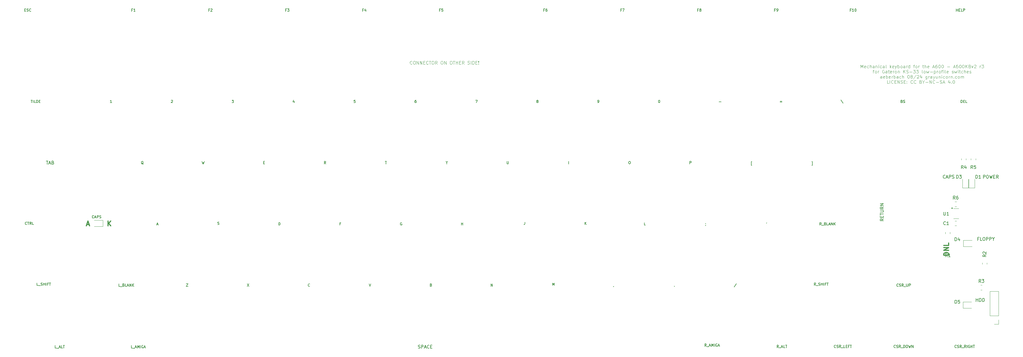
<source format=gbr>
%TF.GenerationSoftware,KiCad,Pcbnew,8.0.4*%
%TF.CreationDate,2024-08-07T11:27:00+10:00*%
%TF.ProjectId,A600KBv2,41363030-4b42-4763-922e-6b696361645f,rev?*%
%TF.SameCoordinates,Original*%
%TF.FileFunction,Legend,Top*%
%TF.FilePolarity,Positive*%
%FSLAX46Y46*%
G04 Gerber Fmt 4.6, Leading zero omitted, Abs format (unit mm)*
G04 Created by KiCad (PCBNEW 8.0.4) date 2024-08-07 11:27:00*
%MOMM*%
%LPD*%
G01*
G04 APERTURE LIST*
%ADD10C,0.100000*%
%ADD11C,0.300000*%
%ADD12C,0.150000*%
%ADD13C,0.120000*%
G04 APERTURE END LIST*
D10*
X171875312Y-61777180D02*
X171827693Y-61824800D01*
X171827693Y-61824800D02*
X171684836Y-61872419D01*
X171684836Y-61872419D02*
X171589598Y-61872419D01*
X171589598Y-61872419D02*
X171446741Y-61824800D01*
X171446741Y-61824800D02*
X171351503Y-61729561D01*
X171351503Y-61729561D02*
X171303884Y-61634323D01*
X171303884Y-61634323D02*
X171256265Y-61443847D01*
X171256265Y-61443847D02*
X171256265Y-61300990D01*
X171256265Y-61300990D02*
X171303884Y-61110514D01*
X171303884Y-61110514D02*
X171351503Y-61015276D01*
X171351503Y-61015276D02*
X171446741Y-60920038D01*
X171446741Y-60920038D02*
X171589598Y-60872419D01*
X171589598Y-60872419D02*
X171684836Y-60872419D01*
X171684836Y-60872419D02*
X171827693Y-60920038D01*
X171827693Y-60920038D02*
X171875312Y-60967657D01*
X172494360Y-60872419D02*
X172684836Y-60872419D01*
X172684836Y-60872419D02*
X172780074Y-60920038D01*
X172780074Y-60920038D02*
X172875312Y-61015276D01*
X172875312Y-61015276D02*
X172922931Y-61205752D01*
X172922931Y-61205752D02*
X172922931Y-61539085D01*
X172922931Y-61539085D02*
X172875312Y-61729561D01*
X172875312Y-61729561D02*
X172780074Y-61824800D01*
X172780074Y-61824800D02*
X172684836Y-61872419D01*
X172684836Y-61872419D02*
X172494360Y-61872419D01*
X172494360Y-61872419D02*
X172399122Y-61824800D01*
X172399122Y-61824800D02*
X172303884Y-61729561D01*
X172303884Y-61729561D02*
X172256265Y-61539085D01*
X172256265Y-61539085D02*
X172256265Y-61205752D01*
X172256265Y-61205752D02*
X172303884Y-61015276D01*
X172303884Y-61015276D02*
X172399122Y-60920038D01*
X172399122Y-60920038D02*
X172494360Y-60872419D01*
X173351503Y-61872419D02*
X173351503Y-60872419D01*
X173351503Y-60872419D02*
X173922931Y-61872419D01*
X173922931Y-61872419D02*
X173922931Y-60872419D01*
X174399122Y-61872419D02*
X174399122Y-60872419D01*
X174399122Y-60872419D02*
X174970550Y-61872419D01*
X174970550Y-61872419D02*
X174970550Y-60872419D01*
X175446741Y-61348609D02*
X175780074Y-61348609D01*
X175922931Y-61872419D02*
X175446741Y-61872419D01*
X175446741Y-61872419D02*
X175446741Y-60872419D01*
X175446741Y-60872419D02*
X175922931Y-60872419D01*
X176922931Y-61777180D02*
X176875312Y-61824800D01*
X176875312Y-61824800D02*
X176732455Y-61872419D01*
X176732455Y-61872419D02*
X176637217Y-61872419D01*
X176637217Y-61872419D02*
X176494360Y-61824800D01*
X176494360Y-61824800D02*
X176399122Y-61729561D01*
X176399122Y-61729561D02*
X176351503Y-61634323D01*
X176351503Y-61634323D02*
X176303884Y-61443847D01*
X176303884Y-61443847D02*
X176303884Y-61300990D01*
X176303884Y-61300990D02*
X176351503Y-61110514D01*
X176351503Y-61110514D02*
X176399122Y-61015276D01*
X176399122Y-61015276D02*
X176494360Y-60920038D01*
X176494360Y-60920038D02*
X176637217Y-60872419D01*
X176637217Y-60872419D02*
X176732455Y-60872419D01*
X176732455Y-60872419D02*
X176875312Y-60920038D01*
X176875312Y-60920038D02*
X176922931Y-60967657D01*
X177208646Y-60872419D02*
X177780074Y-60872419D01*
X177494360Y-61872419D02*
X177494360Y-60872419D01*
X178303884Y-60872419D02*
X178494360Y-60872419D01*
X178494360Y-60872419D02*
X178589598Y-60920038D01*
X178589598Y-60920038D02*
X178684836Y-61015276D01*
X178684836Y-61015276D02*
X178732455Y-61205752D01*
X178732455Y-61205752D02*
X178732455Y-61539085D01*
X178732455Y-61539085D02*
X178684836Y-61729561D01*
X178684836Y-61729561D02*
X178589598Y-61824800D01*
X178589598Y-61824800D02*
X178494360Y-61872419D01*
X178494360Y-61872419D02*
X178303884Y-61872419D01*
X178303884Y-61872419D02*
X178208646Y-61824800D01*
X178208646Y-61824800D02*
X178113408Y-61729561D01*
X178113408Y-61729561D02*
X178065789Y-61539085D01*
X178065789Y-61539085D02*
X178065789Y-61205752D01*
X178065789Y-61205752D02*
X178113408Y-61015276D01*
X178113408Y-61015276D02*
X178208646Y-60920038D01*
X178208646Y-60920038D02*
X178303884Y-60872419D01*
X179732455Y-61872419D02*
X179399122Y-61396228D01*
X179161027Y-61872419D02*
X179161027Y-60872419D01*
X179161027Y-60872419D02*
X179541979Y-60872419D01*
X179541979Y-60872419D02*
X179637217Y-60920038D01*
X179637217Y-60920038D02*
X179684836Y-60967657D01*
X179684836Y-60967657D02*
X179732455Y-61062895D01*
X179732455Y-61062895D02*
X179732455Y-61205752D01*
X179732455Y-61205752D02*
X179684836Y-61300990D01*
X179684836Y-61300990D02*
X179637217Y-61348609D01*
X179637217Y-61348609D02*
X179541979Y-61396228D01*
X179541979Y-61396228D02*
X179161027Y-61396228D01*
X181113408Y-60872419D02*
X181303884Y-60872419D01*
X181303884Y-60872419D02*
X181399122Y-60920038D01*
X181399122Y-60920038D02*
X181494360Y-61015276D01*
X181494360Y-61015276D02*
X181541979Y-61205752D01*
X181541979Y-61205752D02*
X181541979Y-61539085D01*
X181541979Y-61539085D02*
X181494360Y-61729561D01*
X181494360Y-61729561D02*
X181399122Y-61824800D01*
X181399122Y-61824800D02*
X181303884Y-61872419D01*
X181303884Y-61872419D02*
X181113408Y-61872419D01*
X181113408Y-61872419D02*
X181018170Y-61824800D01*
X181018170Y-61824800D02*
X180922932Y-61729561D01*
X180922932Y-61729561D02*
X180875313Y-61539085D01*
X180875313Y-61539085D02*
X180875313Y-61205752D01*
X180875313Y-61205752D02*
X180922932Y-61015276D01*
X180922932Y-61015276D02*
X181018170Y-60920038D01*
X181018170Y-60920038D02*
X181113408Y-60872419D01*
X181970551Y-61872419D02*
X181970551Y-60872419D01*
X181970551Y-60872419D02*
X182541979Y-61872419D01*
X182541979Y-61872419D02*
X182541979Y-60872419D01*
X183970551Y-60872419D02*
X184161027Y-60872419D01*
X184161027Y-60872419D02*
X184256265Y-60920038D01*
X184256265Y-60920038D02*
X184351503Y-61015276D01*
X184351503Y-61015276D02*
X184399122Y-61205752D01*
X184399122Y-61205752D02*
X184399122Y-61539085D01*
X184399122Y-61539085D02*
X184351503Y-61729561D01*
X184351503Y-61729561D02*
X184256265Y-61824800D01*
X184256265Y-61824800D02*
X184161027Y-61872419D01*
X184161027Y-61872419D02*
X183970551Y-61872419D01*
X183970551Y-61872419D02*
X183875313Y-61824800D01*
X183875313Y-61824800D02*
X183780075Y-61729561D01*
X183780075Y-61729561D02*
X183732456Y-61539085D01*
X183732456Y-61539085D02*
X183732456Y-61205752D01*
X183732456Y-61205752D02*
X183780075Y-61015276D01*
X183780075Y-61015276D02*
X183875313Y-60920038D01*
X183875313Y-60920038D02*
X183970551Y-60872419D01*
X184684837Y-60872419D02*
X185256265Y-60872419D01*
X184970551Y-61872419D02*
X184970551Y-60872419D01*
X185589599Y-61872419D02*
X185589599Y-60872419D01*
X185589599Y-61348609D02*
X186161027Y-61348609D01*
X186161027Y-61872419D02*
X186161027Y-60872419D01*
X186637218Y-61348609D02*
X186970551Y-61348609D01*
X187113408Y-61872419D02*
X186637218Y-61872419D01*
X186637218Y-61872419D02*
X186637218Y-60872419D01*
X186637218Y-60872419D02*
X187113408Y-60872419D01*
X188113408Y-61872419D02*
X187780075Y-61396228D01*
X187541980Y-61872419D02*
X187541980Y-60872419D01*
X187541980Y-60872419D02*
X187922932Y-60872419D01*
X187922932Y-60872419D02*
X188018170Y-60920038D01*
X188018170Y-60920038D02*
X188065789Y-60967657D01*
X188065789Y-60967657D02*
X188113408Y-61062895D01*
X188113408Y-61062895D02*
X188113408Y-61205752D01*
X188113408Y-61205752D02*
X188065789Y-61300990D01*
X188065789Y-61300990D02*
X188018170Y-61348609D01*
X188018170Y-61348609D02*
X187922932Y-61396228D01*
X187922932Y-61396228D02*
X187541980Y-61396228D01*
X189256266Y-61824800D02*
X189399123Y-61872419D01*
X189399123Y-61872419D02*
X189637218Y-61872419D01*
X189637218Y-61872419D02*
X189732456Y-61824800D01*
X189732456Y-61824800D02*
X189780075Y-61777180D01*
X189780075Y-61777180D02*
X189827694Y-61681942D01*
X189827694Y-61681942D02*
X189827694Y-61586704D01*
X189827694Y-61586704D02*
X189780075Y-61491466D01*
X189780075Y-61491466D02*
X189732456Y-61443847D01*
X189732456Y-61443847D02*
X189637218Y-61396228D01*
X189637218Y-61396228D02*
X189446742Y-61348609D01*
X189446742Y-61348609D02*
X189351504Y-61300990D01*
X189351504Y-61300990D02*
X189303885Y-61253371D01*
X189303885Y-61253371D02*
X189256266Y-61158133D01*
X189256266Y-61158133D02*
X189256266Y-61062895D01*
X189256266Y-61062895D02*
X189303885Y-60967657D01*
X189303885Y-60967657D02*
X189351504Y-60920038D01*
X189351504Y-60920038D02*
X189446742Y-60872419D01*
X189446742Y-60872419D02*
X189684837Y-60872419D01*
X189684837Y-60872419D02*
X189827694Y-60920038D01*
X190256266Y-61872419D02*
X190256266Y-60872419D01*
X190732456Y-61872419D02*
X190732456Y-60872419D01*
X190732456Y-60872419D02*
X190970551Y-60872419D01*
X190970551Y-60872419D02*
X191113408Y-60920038D01*
X191113408Y-60920038D02*
X191208646Y-61015276D01*
X191208646Y-61015276D02*
X191256265Y-61110514D01*
X191256265Y-61110514D02*
X191303884Y-61300990D01*
X191303884Y-61300990D02*
X191303884Y-61443847D01*
X191303884Y-61443847D02*
X191256265Y-61634323D01*
X191256265Y-61634323D02*
X191208646Y-61729561D01*
X191208646Y-61729561D02*
X191113408Y-61824800D01*
X191113408Y-61824800D02*
X190970551Y-61872419D01*
X190970551Y-61872419D02*
X190732456Y-61872419D01*
X191732456Y-61348609D02*
X192065789Y-61348609D01*
X192208646Y-61872419D02*
X191732456Y-61872419D01*
X191732456Y-61872419D02*
X191732456Y-60872419D01*
X191732456Y-60872419D02*
X192208646Y-60872419D01*
X192637218Y-61777180D02*
X192684837Y-61824800D01*
X192684837Y-61824800D02*
X192637218Y-61872419D01*
X192637218Y-61872419D02*
X192589599Y-61824800D01*
X192589599Y-61824800D02*
X192637218Y-61777180D01*
X192637218Y-61777180D02*
X192637218Y-61872419D01*
X192637218Y-61491466D02*
X192589599Y-60920038D01*
X192589599Y-60920038D02*
X192637218Y-60872419D01*
X192637218Y-60872419D02*
X192684837Y-60920038D01*
X192684837Y-60920038D02*
X192637218Y-61491466D01*
X192637218Y-61491466D02*
X192637218Y-60872419D01*
D11*
X77054510Y-112300828D02*
X77054510Y-110800828D01*
X77911653Y-112300828D02*
X77268796Y-111443685D01*
X77911653Y-110800828D02*
X77054510Y-111657971D01*
D10*
X311880949Y-63042587D02*
X311880949Y-62042587D01*
X311880949Y-62042587D02*
X312214282Y-62756872D01*
X312214282Y-62756872D02*
X312547615Y-62042587D01*
X312547615Y-62042587D02*
X312547615Y-63042587D01*
X313404758Y-62994968D02*
X313309520Y-63042587D01*
X313309520Y-63042587D02*
X313119044Y-63042587D01*
X313119044Y-63042587D02*
X313023806Y-62994968D01*
X313023806Y-62994968D02*
X312976187Y-62899729D01*
X312976187Y-62899729D02*
X312976187Y-62518777D01*
X312976187Y-62518777D02*
X313023806Y-62423539D01*
X313023806Y-62423539D02*
X313119044Y-62375920D01*
X313119044Y-62375920D02*
X313309520Y-62375920D01*
X313309520Y-62375920D02*
X313404758Y-62423539D01*
X313404758Y-62423539D02*
X313452377Y-62518777D01*
X313452377Y-62518777D02*
X313452377Y-62614015D01*
X313452377Y-62614015D02*
X312976187Y-62709253D01*
X314309520Y-62994968D02*
X314214282Y-63042587D01*
X314214282Y-63042587D02*
X314023806Y-63042587D01*
X314023806Y-63042587D02*
X313928568Y-62994968D01*
X313928568Y-62994968D02*
X313880949Y-62947348D01*
X313880949Y-62947348D02*
X313833330Y-62852110D01*
X313833330Y-62852110D02*
X313833330Y-62566396D01*
X313833330Y-62566396D02*
X313880949Y-62471158D01*
X313880949Y-62471158D02*
X313928568Y-62423539D01*
X313928568Y-62423539D02*
X314023806Y-62375920D01*
X314023806Y-62375920D02*
X314214282Y-62375920D01*
X314214282Y-62375920D02*
X314309520Y-62423539D01*
X314738092Y-63042587D02*
X314738092Y-62042587D01*
X315166663Y-63042587D02*
X315166663Y-62518777D01*
X315166663Y-62518777D02*
X315119044Y-62423539D01*
X315119044Y-62423539D02*
X315023806Y-62375920D01*
X315023806Y-62375920D02*
X314880949Y-62375920D01*
X314880949Y-62375920D02*
X314785711Y-62423539D01*
X314785711Y-62423539D02*
X314738092Y-62471158D01*
X316071425Y-63042587D02*
X316071425Y-62518777D01*
X316071425Y-62518777D02*
X316023806Y-62423539D01*
X316023806Y-62423539D02*
X315928568Y-62375920D01*
X315928568Y-62375920D02*
X315738092Y-62375920D01*
X315738092Y-62375920D02*
X315642854Y-62423539D01*
X316071425Y-62994968D02*
X315976187Y-63042587D01*
X315976187Y-63042587D02*
X315738092Y-63042587D01*
X315738092Y-63042587D02*
X315642854Y-62994968D01*
X315642854Y-62994968D02*
X315595235Y-62899729D01*
X315595235Y-62899729D02*
X315595235Y-62804491D01*
X315595235Y-62804491D02*
X315642854Y-62709253D01*
X315642854Y-62709253D02*
X315738092Y-62661634D01*
X315738092Y-62661634D02*
X315976187Y-62661634D01*
X315976187Y-62661634D02*
X316071425Y-62614015D01*
X316547616Y-62375920D02*
X316547616Y-63042587D01*
X316547616Y-62471158D02*
X316595235Y-62423539D01*
X316595235Y-62423539D02*
X316690473Y-62375920D01*
X316690473Y-62375920D02*
X316833330Y-62375920D01*
X316833330Y-62375920D02*
X316928568Y-62423539D01*
X316928568Y-62423539D02*
X316976187Y-62518777D01*
X316976187Y-62518777D02*
X316976187Y-63042587D01*
X317452378Y-63042587D02*
X317452378Y-62375920D01*
X317452378Y-62042587D02*
X317404759Y-62090206D01*
X317404759Y-62090206D02*
X317452378Y-62137825D01*
X317452378Y-62137825D02*
X317499997Y-62090206D01*
X317499997Y-62090206D02*
X317452378Y-62042587D01*
X317452378Y-62042587D02*
X317452378Y-62137825D01*
X318357139Y-62994968D02*
X318261901Y-63042587D01*
X318261901Y-63042587D02*
X318071425Y-63042587D01*
X318071425Y-63042587D02*
X317976187Y-62994968D01*
X317976187Y-62994968D02*
X317928568Y-62947348D01*
X317928568Y-62947348D02*
X317880949Y-62852110D01*
X317880949Y-62852110D02*
X317880949Y-62566396D01*
X317880949Y-62566396D02*
X317928568Y-62471158D01*
X317928568Y-62471158D02*
X317976187Y-62423539D01*
X317976187Y-62423539D02*
X318071425Y-62375920D01*
X318071425Y-62375920D02*
X318261901Y-62375920D01*
X318261901Y-62375920D02*
X318357139Y-62423539D01*
X319214282Y-63042587D02*
X319214282Y-62518777D01*
X319214282Y-62518777D02*
X319166663Y-62423539D01*
X319166663Y-62423539D02*
X319071425Y-62375920D01*
X319071425Y-62375920D02*
X318880949Y-62375920D01*
X318880949Y-62375920D02*
X318785711Y-62423539D01*
X319214282Y-62994968D02*
X319119044Y-63042587D01*
X319119044Y-63042587D02*
X318880949Y-63042587D01*
X318880949Y-63042587D02*
X318785711Y-62994968D01*
X318785711Y-62994968D02*
X318738092Y-62899729D01*
X318738092Y-62899729D02*
X318738092Y-62804491D01*
X318738092Y-62804491D02*
X318785711Y-62709253D01*
X318785711Y-62709253D02*
X318880949Y-62661634D01*
X318880949Y-62661634D02*
X319119044Y-62661634D01*
X319119044Y-62661634D02*
X319214282Y-62614015D01*
X319833330Y-63042587D02*
X319738092Y-62994968D01*
X319738092Y-62994968D02*
X319690473Y-62899729D01*
X319690473Y-62899729D02*
X319690473Y-62042587D01*
X320976188Y-63042587D02*
X320976188Y-62042587D01*
X321071426Y-62661634D02*
X321357140Y-63042587D01*
X321357140Y-62375920D02*
X320976188Y-62756872D01*
X322166664Y-62994968D02*
X322071426Y-63042587D01*
X322071426Y-63042587D02*
X321880950Y-63042587D01*
X321880950Y-63042587D02*
X321785712Y-62994968D01*
X321785712Y-62994968D02*
X321738093Y-62899729D01*
X321738093Y-62899729D02*
X321738093Y-62518777D01*
X321738093Y-62518777D02*
X321785712Y-62423539D01*
X321785712Y-62423539D02*
X321880950Y-62375920D01*
X321880950Y-62375920D02*
X322071426Y-62375920D01*
X322071426Y-62375920D02*
X322166664Y-62423539D01*
X322166664Y-62423539D02*
X322214283Y-62518777D01*
X322214283Y-62518777D02*
X322214283Y-62614015D01*
X322214283Y-62614015D02*
X321738093Y-62709253D01*
X322547617Y-62375920D02*
X322785712Y-63042587D01*
X323023807Y-62375920D02*
X322785712Y-63042587D01*
X322785712Y-63042587D02*
X322690474Y-63280682D01*
X322690474Y-63280682D02*
X322642855Y-63328301D01*
X322642855Y-63328301D02*
X322547617Y-63375920D01*
X323404760Y-63042587D02*
X323404760Y-62042587D01*
X323404760Y-62423539D02*
X323499998Y-62375920D01*
X323499998Y-62375920D02*
X323690474Y-62375920D01*
X323690474Y-62375920D02*
X323785712Y-62423539D01*
X323785712Y-62423539D02*
X323833331Y-62471158D01*
X323833331Y-62471158D02*
X323880950Y-62566396D01*
X323880950Y-62566396D02*
X323880950Y-62852110D01*
X323880950Y-62852110D02*
X323833331Y-62947348D01*
X323833331Y-62947348D02*
X323785712Y-62994968D01*
X323785712Y-62994968D02*
X323690474Y-63042587D01*
X323690474Y-63042587D02*
X323499998Y-63042587D01*
X323499998Y-63042587D02*
X323404760Y-62994968D01*
X324452379Y-63042587D02*
X324357141Y-62994968D01*
X324357141Y-62994968D02*
X324309522Y-62947348D01*
X324309522Y-62947348D02*
X324261903Y-62852110D01*
X324261903Y-62852110D02*
X324261903Y-62566396D01*
X324261903Y-62566396D02*
X324309522Y-62471158D01*
X324309522Y-62471158D02*
X324357141Y-62423539D01*
X324357141Y-62423539D02*
X324452379Y-62375920D01*
X324452379Y-62375920D02*
X324595236Y-62375920D01*
X324595236Y-62375920D02*
X324690474Y-62423539D01*
X324690474Y-62423539D02*
X324738093Y-62471158D01*
X324738093Y-62471158D02*
X324785712Y-62566396D01*
X324785712Y-62566396D02*
X324785712Y-62852110D01*
X324785712Y-62852110D02*
X324738093Y-62947348D01*
X324738093Y-62947348D02*
X324690474Y-62994968D01*
X324690474Y-62994968D02*
X324595236Y-63042587D01*
X324595236Y-63042587D02*
X324452379Y-63042587D01*
X325642855Y-63042587D02*
X325642855Y-62518777D01*
X325642855Y-62518777D02*
X325595236Y-62423539D01*
X325595236Y-62423539D02*
X325499998Y-62375920D01*
X325499998Y-62375920D02*
X325309522Y-62375920D01*
X325309522Y-62375920D02*
X325214284Y-62423539D01*
X325642855Y-62994968D02*
X325547617Y-63042587D01*
X325547617Y-63042587D02*
X325309522Y-63042587D01*
X325309522Y-63042587D02*
X325214284Y-62994968D01*
X325214284Y-62994968D02*
X325166665Y-62899729D01*
X325166665Y-62899729D02*
X325166665Y-62804491D01*
X325166665Y-62804491D02*
X325214284Y-62709253D01*
X325214284Y-62709253D02*
X325309522Y-62661634D01*
X325309522Y-62661634D02*
X325547617Y-62661634D01*
X325547617Y-62661634D02*
X325642855Y-62614015D01*
X326119046Y-63042587D02*
X326119046Y-62375920D01*
X326119046Y-62566396D02*
X326166665Y-62471158D01*
X326166665Y-62471158D02*
X326214284Y-62423539D01*
X326214284Y-62423539D02*
X326309522Y-62375920D01*
X326309522Y-62375920D02*
X326404760Y-62375920D01*
X327166665Y-63042587D02*
X327166665Y-62042587D01*
X327166665Y-62994968D02*
X327071427Y-63042587D01*
X327071427Y-63042587D02*
X326880951Y-63042587D01*
X326880951Y-63042587D02*
X326785713Y-62994968D01*
X326785713Y-62994968D02*
X326738094Y-62947348D01*
X326738094Y-62947348D02*
X326690475Y-62852110D01*
X326690475Y-62852110D02*
X326690475Y-62566396D01*
X326690475Y-62566396D02*
X326738094Y-62471158D01*
X326738094Y-62471158D02*
X326785713Y-62423539D01*
X326785713Y-62423539D02*
X326880951Y-62375920D01*
X326880951Y-62375920D02*
X327071427Y-62375920D01*
X327071427Y-62375920D02*
X327166665Y-62423539D01*
X328261904Y-62375920D02*
X328642856Y-62375920D01*
X328404761Y-63042587D02*
X328404761Y-62185444D01*
X328404761Y-62185444D02*
X328452380Y-62090206D01*
X328452380Y-62090206D02*
X328547618Y-62042587D01*
X328547618Y-62042587D02*
X328642856Y-62042587D01*
X329119047Y-63042587D02*
X329023809Y-62994968D01*
X329023809Y-62994968D02*
X328976190Y-62947348D01*
X328976190Y-62947348D02*
X328928571Y-62852110D01*
X328928571Y-62852110D02*
X328928571Y-62566396D01*
X328928571Y-62566396D02*
X328976190Y-62471158D01*
X328976190Y-62471158D02*
X329023809Y-62423539D01*
X329023809Y-62423539D02*
X329119047Y-62375920D01*
X329119047Y-62375920D02*
X329261904Y-62375920D01*
X329261904Y-62375920D02*
X329357142Y-62423539D01*
X329357142Y-62423539D02*
X329404761Y-62471158D01*
X329404761Y-62471158D02*
X329452380Y-62566396D01*
X329452380Y-62566396D02*
X329452380Y-62852110D01*
X329452380Y-62852110D02*
X329404761Y-62947348D01*
X329404761Y-62947348D02*
X329357142Y-62994968D01*
X329357142Y-62994968D02*
X329261904Y-63042587D01*
X329261904Y-63042587D02*
X329119047Y-63042587D01*
X329880952Y-63042587D02*
X329880952Y-62375920D01*
X329880952Y-62566396D02*
X329928571Y-62471158D01*
X329928571Y-62471158D02*
X329976190Y-62423539D01*
X329976190Y-62423539D02*
X330071428Y-62375920D01*
X330071428Y-62375920D02*
X330166666Y-62375920D01*
X331119048Y-62375920D02*
X331500000Y-62375920D01*
X331261905Y-62042587D02*
X331261905Y-62899729D01*
X331261905Y-62899729D02*
X331309524Y-62994968D01*
X331309524Y-62994968D02*
X331404762Y-63042587D01*
X331404762Y-63042587D02*
X331500000Y-63042587D01*
X331833334Y-63042587D02*
X331833334Y-62042587D01*
X332261905Y-63042587D02*
X332261905Y-62518777D01*
X332261905Y-62518777D02*
X332214286Y-62423539D01*
X332214286Y-62423539D02*
X332119048Y-62375920D01*
X332119048Y-62375920D02*
X331976191Y-62375920D01*
X331976191Y-62375920D02*
X331880953Y-62423539D01*
X331880953Y-62423539D02*
X331833334Y-62471158D01*
X333119048Y-62994968D02*
X333023810Y-63042587D01*
X333023810Y-63042587D02*
X332833334Y-63042587D01*
X332833334Y-63042587D02*
X332738096Y-62994968D01*
X332738096Y-62994968D02*
X332690477Y-62899729D01*
X332690477Y-62899729D02*
X332690477Y-62518777D01*
X332690477Y-62518777D02*
X332738096Y-62423539D01*
X332738096Y-62423539D02*
X332833334Y-62375920D01*
X332833334Y-62375920D02*
X333023810Y-62375920D01*
X333023810Y-62375920D02*
X333119048Y-62423539D01*
X333119048Y-62423539D02*
X333166667Y-62518777D01*
X333166667Y-62518777D02*
X333166667Y-62614015D01*
X333166667Y-62614015D02*
X332690477Y-62709253D01*
X334309525Y-62756872D02*
X334785715Y-62756872D01*
X334214287Y-63042587D02*
X334547620Y-62042587D01*
X334547620Y-62042587D02*
X334880953Y-63042587D01*
X335642858Y-62042587D02*
X335452382Y-62042587D01*
X335452382Y-62042587D02*
X335357144Y-62090206D01*
X335357144Y-62090206D02*
X335309525Y-62137825D01*
X335309525Y-62137825D02*
X335214287Y-62280682D01*
X335214287Y-62280682D02*
X335166668Y-62471158D01*
X335166668Y-62471158D02*
X335166668Y-62852110D01*
X335166668Y-62852110D02*
X335214287Y-62947348D01*
X335214287Y-62947348D02*
X335261906Y-62994968D01*
X335261906Y-62994968D02*
X335357144Y-63042587D01*
X335357144Y-63042587D02*
X335547620Y-63042587D01*
X335547620Y-63042587D02*
X335642858Y-62994968D01*
X335642858Y-62994968D02*
X335690477Y-62947348D01*
X335690477Y-62947348D02*
X335738096Y-62852110D01*
X335738096Y-62852110D02*
X335738096Y-62614015D01*
X335738096Y-62614015D02*
X335690477Y-62518777D01*
X335690477Y-62518777D02*
X335642858Y-62471158D01*
X335642858Y-62471158D02*
X335547620Y-62423539D01*
X335547620Y-62423539D02*
X335357144Y-62423539D01*
X335357144Y-62423539D02*
X335261906Y-62471158D01*
X335261906Y-62471158D02*
X335214287Y-62518777D01*
X335214287Y-62518777D02*
X335166668Y-62614015D01*
X336357144Y-62042587D02*
X336452382Y-62042587D01*
X336452382Y-62042587D02*
X336547620Y-62090206D01*
X336547620Y-62090206D02*
X336595239Y-62137825D01*
X336595239Y-62137825D02*
X336642858Y-62233063D01*
X336642858Y-62233063D02*
X336690477Y-62423539D01*
X336690477Y-62423539D02*
X336690477Y-62661634D01*
X336690477Y-62661634D02*
X336642858Y-62852110D01*
X336642858Y-62852110D02*
X336595239Y-62947348D01*
X336595239Y-62947348D02*
X336547620Y-62994968D01*
X336547620Y-62994968D02*
X336452382Y-63042587D01*
X336452382Y-63042587D02*
X336357144Y-63042587D01*
X336357144Y-63042587D02*
X336261906Y-62994968D01*
X336261906Y-62994968D02*
X336214287Y-62947348D01*
X336214287Y-62947348D02*
X336166668Y-62852110D01*
X336166668Y-62852110D02*
X336119049Y-62661634D01*
X336119049Y-62661634D02*
X336119049Y-62423539D01*
X336119049Y-62423539D02*
X336166668Y-62233063D01*
X336166668Y-62233063D02*
X336214287Y-62137825D01*
X336214287Y-62137825D02*
X336261906Y-62090206D01*
X336261906Y-62090206D02*
X336357144Y-62042587D01*
X337309525Y-62042587D02*
X337404763Y-62042587D01*
X337404763Y-62042587D02*
X337500001Y-62090206D01*
X337500001Y-62090206D02*
X337547620Y-62137825D01*
X337547620Y-62137825D02*
X337595239Y-62233063D01*
X337595239Y-62233063D02*
X337642858Y-62423539D01*
X337642858Y-62423539D02*
X337642858Y-62661634D01*
X337642858Y-62661634D02*
X337595239Y-62852110D01*
X337595239Y-62852110D02*
X337547620Y-62947348D01*
X337547620Y-62947348D02*
X337500001Y-62994968D01*
X337500001Y-62994968D02*
X337404763Y-63042587D01*
X337404763Y-63042587D02*
X337309525Y-63042587D01*
X337309525Y-63042587D02*
X337214287Y-62994968D01*
X337214287Y-62994968D02*
X337166668Y-62947348D01*
X337166668Y-62947348D02*
X337119049Y-62852110D01*
X337119049Y-62852110D02*
X337071430Y-62661634D01*
X337071430Y-62661634D02*
X337071430Y-62423539D01*
X337071430Y-62423539D02*
X337119049Y-62233063D01*
X337119049Y-62233063D02*
X337166668Y-62137825D01*
X337166668Y-62137825D02*
X337214287Y-62090206D01*
X337214287Y-62090206D02*
X337309525Y-62042587D01*
X338833335Y-62661634D02*
X339595240Y-62661634D01*
X340785716Y-62756872D02*
X341261906Y-62756872D01*
X340690478Y-63042587D02*
X341023811Y-62042587D01*
X341023811Y-62042587D02*
X341357144Y-63042587D01*
X342119049Y-62042587D02*
X341928573Y-62042587D01*
X341928573Y-62042587D02*
X341833335Y-62090206D01*
X341833335Y-62090206D02*
X341785716Y-62137825D01*
X341785716Y-62137825D02*
X341690478Y-62280682D01*
X341690478Y-62280682D02*
X341642859Y-62471158D01*
X341642859Y-62471158D02*
X341642859Y-62852110D01*
X341642859Y-62852110D02*
X341690478Y-62947348D01*
X341690478Y-62947348D02*
X341738097Y-62994968D01*
X341738097Y-62994968D02*
X341833335Y-63042587D01*
X341833335Y-63042587D02*
X342023811Y-63042587D01*
X342023811Y-63042587D02*
X342119049Y-62994968D01*
X342119049Y-62994968D02*
X342166668Y-62947348D01*
X342166668Y-62947348D02*
X342214287Y-62852110D01*
X342214287Y-62852110D02*
X342214287Y-62614015D01*
X342214287Y-62614015D02*
X342166668Y-62518777D01*
X342166668Y-62518777D02*
X342119049Y-62471158D01*
X342119049Y-62471158D02*
X342023811Y-62423539D01*
X342023811Y-62423539D02*
X341833335Y-62423539D01*
X341833335Y-62423539D02*
X341738097Y-62471158D01*
X341738097Y-62471158D02*
X341690478Y-62518777D01*
X341690478Y-62518777D02*
X341642859Y-62614015D01*
X342833335Y-62042587D02*
X342928573Y-62042587D01*
X342928573Y-62042587D02*
X343023811Y-62090206D01*
X343023811Y-62090206D02*
X343071430Y-62137825D01*
X343071430Y-62137825D02*
X343119049Y-62233063D01*
X343119049Y-62233063D02*
X343166668Y-62423539D01*
X343166668Y-62423539D02*
X343166668Y-62661634D01*
X343166668Y-62661634D02*
X343119049Y-62852110D01*
X343119049Y-62852110D02*
X343071430Y-62947348D01*
X343071430Y-62947348D02*
X343023811Y-62994968D01*
X343023811Y-62994968D02*
X342928573Y-63042587D01*
X342928573Y-63042587D02*
X342833335Y-63042587D01*
X342833335Y-63042587D02*
X342738097Y-62994968D01*
X342738097Y-62994968D02*
X342690478Y-62947348D01*
X342690478Y-62947348D02*
X342642859Y-62852110D01*
X342642859Y-62852110D02*
X342595240Y-62661634D01*
X342595240Y-62661634D02*
X342595240Y-62423539D01*
X342595240Y-62423539D02*
X342642859Y-62233063D01*
X342642859Y-62233063D02*
X342690478Y-62137825D01*
X342690478Y-62137825D02*
X342738097Y-62090206D01*
X342738097Y-62090206D02*
X342833335Y-62042587D01*
X343785716Y-62042587D02*
X343880954Y-62042587D01*
X343880954Y-62042587D02*
X343976192Y-62090206D01*
X343976192Y-62090206D02*
X344023811Y-62137825D01*
X344023811Y-62137825D02*
X344071430Y-62233063D01*
X344071430Y-62233063D02*
X344119049Y-62423539D01*
X344119049Y-62423539D02*
X344119049Y-62661634D01*
X344119049Y-62661634D02*
X344071430Y-62852110D01*
X344071430Y-62852110D02*
X344023811Y-62947348D01*
X344023811Y-62947348D02*
X343976192Y-62994968D01*
X343976192Y-62994968D02*
X343880954Y-63042587D01*
X343880954Y-63042587D02*
X343785716Y-63042587D01*
X343785716Y-63042587D02*
X343690478Y-62994968D01*
X343690478Y-62994968D02*
X343642859Y-62947348D01*
X343642859Y-62947348D02*
X343595240Y-62852110D01*
X343595240Y-62852110D02*
X343547621Y-62661634D01*
X343547621Y-62661634D02*
X343547621Y-62423539D01*
X343547621Y-62423539D02*
X343595240Y-62233063D01*
X343595240Y-62233063D02*
X343642859Y-62137825D01*
X343642859Y-62137825D02*
X343690478Y-62090206D01*
X343690478Y-62090206D02*
X343785716Y-62042587D01*
X344547621Y-63042587D02*
X344547621Y-62042587D01*
X345119049Y-63042587D02*
X344690478Y-62471158D01*
X345119049Y-62042587D02*
X344547621Y-62614015D01*
X345880954Y-62518777D02*
X346023811Y-62566396D01*
X346023811Y-62566396D02*
X346071430Y-62614015D01*
X346071430Y-62614015D02*
X346119049Y-62709253D01*
X346119049Y-62709253D02*
X346119049Y-62852110D01*
X346119049Y-62852110D02*
X346071430Y-62947348D01*
X346071430Y-62947348D02*
X346023811Y-62994968D01*
X346023811Y-62994968D02*
X345928573Y-63042587D01*
X345928573Y-63042587D02*
X345547621Y-63042587D01*
X345547621Y-63042587D02*
X345547621Y-62042587D01*
X345547621Y-62042587D02*
X345880954Y-62042587D01*
X345880954Y-62042587D02*
X345976192Y-62090206D01*
X345976192Y-62090206D02*
X346023811Y-62137825D01*
X346023811Y-62137825D02*
X346071430Y-62233063D01*
X346071430Y-62233063D02*
X346071430Y-62328301D01*
X346071430Y-62328301D02*
X346023811Y-62423539D01*
X346023811Y-62423539D02*
X345976192Y-62471158D01*
X345976192Y-62471158D02*
X345880954Y-62518777D01*
X345880954Y-62518777D02*
X345547621Y-62518777D01*
X346452383Y-62375920D02*
X346690478Y-63042587D01*
X346690478Y-63042587D02*
X346928573Y-62375920D01*
X347261907Y-62137825D02*
X347309526Y-62090206D01*
X347309526Y-62090206D02*
X347404764Y-62042587D01*
X347404764Y-62042587D02*
X347642859Y-62042587D01*
X347642859Y-62042587D02*
X347738097Y-62090206D01*
X347738097Y-62090206D02*
X347785716Y-62137825D01*
X347785716Y-62137825D02*
X347833335Y-62233063D01*
X347833335Y-62233063D02*
X347833335Y-62328301D01*
X347833335Y-62328301D02*
X347785716Y-62471158D01*
X347785716Y-62471158D02*
X347214288Y-63042587D01*
X347214288Y-63042587D02*
X347833335Y-63042587D01*
X349023812Y-63042587D02*
X349023812Y-62375920D01*
X349023812Y-62566396D02*
X349071431Y-62471158D01*
X349071431Y-62471158D02*
X349119050Y-62423539D01*
X349119050Y-62423539D02*
X349214288Y-62375920D01*
X349214288Y-62375920D02*
X349309526Y-62375920D01*
X349547622Y-62042587D02*
X350166669Y-62042587D01*
X350166669Y-62042587D02*
X349833336Y-62423539D01*
X349833336Y-62423539D02*
X349976193Y-62423539D01*
X349976193Y-62423539D02*
X350071431Y-62471158D01*
X350071431Y-62471158D02*
X350119050Y-62518777D01*
X350119050Y-62518777D02*
X350166669Y-62614015D01*
X350166669Y-62614015D02*
X350166669Y-62852110D01*
X350166669Y-62852110D02*
X350119050Y-62947348D01*
X350119050Y-62947348D02*
X350071431Y-62994968D01*
X350071431Y-62994968D02*
X349976193Y-63042587D01*
X349976193Y-63042587D02*
X349690479Y-63042587D01*
X349690479Y-63042587D02*
X349595241Y-62994968D01*
X349595241Y-62994968D02*
X349547622Y-62947348D01*
X315642855Y-63985864D02*
X316023807Y-63985864D01*
X315785712Y-64652531D02*
X315785712Y-63795388D01*
X315785712Y-63795388D02*
X315833331Y-63700150D01*
X315833331Y-63700150D02*
X315928569Y-63652531D01*
X315928569Y-63652531D02*
X316023807Y-63652531D01*
X316499998Y-64652531D02*
X316404760Y-64604912D01*
X316404760Y-64604912D02*
X316357141Y-64557292D01*
X316357141Y-64557292D02*
X316309522Y-64462054D01*
X316309522Y-64462054D02*
X316309522Y-64176340D01*
X316309522Y-64176340D02*
X316357141Y-64081102D01*
X316357141Y-64081102D02*
X316404760Y-64033483D01*
X316404760Y-64033483D02*
X316499998Y-63985864D01*
X316499998Y-63985864D02*
X316642855Y-63985864D01*
X316642855Y-63985864D02*
X316738093Y-64033483D01*
X316738093Y-64033483D02*
X316785712Y-64081102D01*
X316785712Y-64081102D02*
X316833331Y-64176340D01*
X316833331Y-64176340D02*
X316833331Y-64462054D01*
X316833331Y-64462054D02*
X316785712Y-64557292D01*
X316785712Y-64557292D02*
X316738093Y-64604912D01*
X316738093Y-64604912D02*
X316642855Y-64652531D01*
X316642855Y-64652531D02*
X316499998Y-64652531D01*
X317261903Y-64652531D02*
X317261903Y-63985864D01*
X317261903Y-64176340D02*
X317309522Y-64081102D01*
X317309522Y-64081102D02*
X317357141Y-64033483D01*
X317357141Y-64033483D02*
X317452379Y-63985864D01*
X317452379Y-63985864D02*
X317547617Y-63985864D01*
X319166665Y-63700150D02*
X319071427Y-63652531D01*
X319071427Y-63652531D02*
X318928570Y-63652531D01*
X318928570Y-63652531D02*
X318785713Y-63700150D01*
X318785713Y-63700150D02*
X318690475Y-63795388D01*
X318690475Y-63795388D02*
X318642856Y-63890626D01*
X318642856Y-63890626D02*
X318595237Y-64081102D01*
X318595237Y-64081102D02*
X318595237Y-64223959D01*
X318595237Y-64223959D02*
X318642856Y-64414435D01*
X318642856Y-64414435D02*
X318690475Y-64509673D01*
X318690475Y-64509673D02*
X318785713Y-64604912D01*
X318785713Y-64604912D02*
X318928570Y-64652531D01*
X318928570Y-64652531D02*
X319023808Y-64652531D01*
X319023808Y-64652531D02*
X319166665Y-64604912D01*
X319166665Y-64604912D02*
X319214284Y-64557292D01*
X319214284Y-64557292D02*
X319214284Y-64223959D01*
X319214284Y-64223959D02*
X319023808Y-64223959D01*
X320071427Y-64652531D02*
X320071427Y-64128721D01*
X320071427Y-64128721D02*
X320023808Y-64033483D01*
X320023808Y-64033483D02*
X319928570Y-63985864D01*
X319928570Y-63985864D02*
X319738094Y-63985864D01*
X319738094Y-63985864D02*
X319642856Y-64033483D01*
X320071427Y-64604912D02*
X319976189Y-64652531D01*
X319976189Y-64652531D02*
X319738094Y-64652531D01*
X319738094Y-64652531D02*
X319642856Y-64604912D01*
X319642856Y-64604912D02*
X319595237Y-64509673D01*
X319595237Y-64509673D02*
X319595237Y-64414435D01*
X319595237Y-64414435D02*
X319642856Y-64319197D01*
X319642856Y-64319197D02*
X319738094Y-64271578D01*
X319738094Y-64271578D02*
X319976189Y-64271578D01*
X319976189Y-64271578D02*
X320071427Y-64223959D01*
X320404761Y-63985864D02*
X320785713Y-63985864D01*
X320547618Y-63652531D02*
X320547618Y-64509673D01*
X320547618Y-64509673D02*
X320595237Y-64604912D01*
X320595237Y-64604912D02*
X320690475Y-64652531D01*
X320690475Y-64652531D02*
X320785713Y-64652531D01*
X321499999Y-64604912D02*
X321404761Y-64652531D01*
X321404761Y-64652531D02*
X321214285Y-64652531D01*
X321214285Y-64652531D02*
X321119047Y-64604912D01*
X321119047Y-64604912D02*
X321071428Y-64509673D01*
X321071428Y-64509673D02*
X321071428Y-64128721D01*
X321071428Y-64128721D02*
X321119047Y-64033483D01*
X321119047Y-64033483D02*
X321214285Y-63985864D01*
X321214285Y-63985864D02*
X321404761Y-63985864D01*
X321404761Y-63985864D02*
X321499999Y-64033483D01*
X321499999Y-64033483D02*
X321547618Y-64128721D01*
X321547618Y-64128721D02*
X321547618Y-64223959D01*
X321547618Y-64223959D02*
X321071428Y-64319197D01*
X321976190Y-64652531D02*
X321976190Y-63985864D01*
X321976190Y-64176340D02*
X322023809Y-64081102D01*
X322023809Y-64081102D02*
X322071428Y-64033483D01*
X322071428Y-64033483D02*
X322166666Y-63985864D01*
X322166666Y-63985864D02*
X322261904Y-63985864D01*
X322738095Y-64652531D02*
X322642857Y-64604912D01*
X322642857Y-64604912D02*
X322595238Y-64557292D01*
X322595238Y-64557292D02*
X322547619Y-64462054D01*
X322547619Y-64462054D02*
X322547619Y-64176340D01*
X322547619Y-64176340D02*
X322595238Y-64081102D01*
X322595238Y-64081102D02*
X322642857Y-64033483D01*
X322642857Y-64033483D02*
X322738095Y-63985864D01*
X322738095Y-63985864D02*
X322880952Y-63985864D01*
X322880952Y-63985864D02*
X322976190Y-64033483D01*
X322976190Y-64033483D02*
X323023809Y-64081102D01*
X323023809Y-64081102D02*
X323071428Y-64176340D01*
X323071428Y-64176340D02*
X323071428Y-64462054D01*
X323071428Y-64462054D02*
X323023809Y-64557292D01*
X323023809Y-64557292D02*
X322976190Y-64604912D01*
X322976190Y-64604912D02*
X322880952Y-64652531D01*
X322880952Y-64652531D02*
X322738095Y-64652531D01*
X323500000Y-63985864D02*
X323500000Y-64652531D01*
X323500000Y-64081102D02*
X323547619Y-64033483D01*
X323547619Y-64033483D02*
X323642857Y-63985864D01*
X323642857Y-63985864D02*
X323785714Y-63985864D01*
X323785714Y-63985864D02*
X323880952Y-64033483D01*
X323880952Y-64033483D02*
X323928571Y-64128721D01*
X323928571Y-64128721D02*
X323928571Y-64652531D01*
X325166667Y-64652531D02*
X325166667Y-63652531D01*
X325738095Y-64652531D02*
X325309524Y-64081102D01*
X325738095Y-63652531D02*
X325166667Y-64223959D01*
X326119048Y-64604912D02*
X326261905Y-64652531D01*
X326261905Y-64652531D02*
X326500000Y-64652531D01*
X326500000Y-64652531D02*
X326595238Y-64604912D01*
X326595238Y-64604912D02*
X326642857Y-64557292D01*
X326642857Y-64557292D02*
X326690476Y-64462054D01*
X326690476Y-64462054D02*
X326690476Y-64366816D01*
X326690476Y-64366816D02*
X326642857Y-64271578D01*
X326642857Y-64271578D02*
X326595238Y-64223959D01*
X326595238Y-64223959D02*
X326500000Y-64176340D01*
X326500000Y-64176340D02*
X326309524Y-64128721D01*
X326309524Y-64128721D02*
X326214286Y-64081102D01*
X326214286Y-64081102D02*
X326166667Y-64033483D01*
X326166667Y-64033483D02*
X326119048Y-63938245D01*
X326119048Y-63938245D02*
X326119048Y-63843007D01*
X326119048Y-63843007D02*
X326166667Y-63747769D01*
X326166667Y-63747769D02*
X326214286Y-63700150D01*
X326214286Y-63700150D02*
X326309524Y-63652531D01*
X326309524Y-63652531D02*
X326547619Y-63652531D01*
X326547619Y-63652531D02*
X326690476Y-63700150D01*
X327119048Y-64271578D02*
X327880953Y-64271578D01*
X328261905Y-63652531D02*
X328880952Y-63652531D01*
X328880952Y-63652531D02*
X328547619Y-64033483D01*
X328547619Y-64033483D02*
X328690476Y-64033483D01*
X328690476Y-64033483D02*
X328785714Y-64081102D01*
X328785714Y-64081102D02*
X328833333Y-64128721D01*
X328833333Y-64128721D02*
X328880952Y-64223959D01*
X328880952Y-64223959D02*
X328880952Y-64462054D01*
X328880952Y-64462054D02*
X328833333Y-64557292D01*
X328833333Y-64557292D02*
X328785714Y-64604912D01*
X328785714Y-64604912D02*
X328690476Y-64652531D01*
X328690476Y-64652531D02*
X328404762Y-64652531D01*
X328404762Y-64652531D02*
X328309524Y-64604912D01*
X328309524Y-64604912D02*
X328261905Y-64557292D01*
X329214286Y-63652531D02*
X329833333Y-63652531D01*
X329833333Y-63652531D02*
X329500000Y-64033483D01*
X329500000Y-64033483D02*
X329642857Y-64033483D01*
X329642857Y-64033483D02*
X329738095Y-64081102D01*
X329738095Y-64081102D02*
X329785714Y-64128721D01*
X329785714Y-64128721D02*
X329833333Y-64223959D01*
X329833333Y-64223959D02*
X329833333Y-64462054D01*
X329833333Y-64462054D02*
X329785714Y-64557292D01*
X329785714Y-64557292D02*
X329738095Y-64604912D01*
X329738095Y-64604912D02*
X329642857Y-64652531D01*
X329642857Y-64652531D02*
X329357143Y-64652531D01*
X329357143Y-64652531D02*
X329261905Y-64604912D01*
X329261905Y-64604912D02*
X329214286Y-64557292D01*
X331166667Y-64652531D02*
X331071429Y-64604912D01*
X331071429Y-64604912D02*
X331023810Y-64509673D01*
X331023810Y-64509673D02*
X331023810Y-63652531D01*
X331690477Y-64652531D02*
X331595239Y-64604912D01*
X331595239Y-64604912D02*
X331547620Y-64557292D01*
X331547620Y-64557292D02*
X331500001Y-64462054D01*
X331500001Y-64462054D02*
X331500001Y-64176340D01*
X331500001Y-64176340D02*
X331547620Y-64081102D01*
X331547620Y-64081102D02*
X331595239Y-64033483D01*
X331595239Y-64033483D02*
X331690477Y-63985864D01*
X331690477Y-63985864D02*
X331833334Y-63985864D01*
X331833334Y-63985864D02*
X331928572Y-64033483D01*
X331928572Y-64033483D02*
X331976191Y-64081102D01*
X331976191Y-64081102D02*
X332023810Y-64176340D01*
X332023810Y-64176340D02*
X332023810Y-64462054D01*
X332023810Y-64462054D02*
X331976191Y-64557292D01*
X331976191Y-64557292D02*
X331928572Y-64604912D01*
X331928572Y-64604912D02*
X331833334Y-64652531D01*
X331833334Y-64652531D02*
X331690477Y-64652531D01*
X332357144Y-63985864D02*
X332547620Y-64652531D01*
X332547620Y-64652531D02*
X332738096Y-64176340D01*
X332738096Y-64176340D02*
X332928572Y-64652531D01*
X332928572Y-64652531D02*
X333119048Y-63985864D01*
X333500001Y-64271578D02*
X334261906Y-64271578D01*
X334738096Y-63985864D02*
X334738096Y-64985864D01*
X334738096Y-64033483D02*
X334833334Y-63985864D01*
X334833334Y-63985864D02*
X335023810Y-63985864D01*
X335023810Y-63985864D02*
X335119048Y-64033483D01*
X335119048Y-64033483D02*
X335166667Y-64081102D01*
X335166667Y-64081102D02*
X335214286Y-64176340D01*
X335214286Y-64176340D02*
X335214286Y-64462054D01*
X335214286Y-64462054D02*
X335166667Y-64557292D01*
X335166667Y-64557292D02*
X335119048Y-64604912D01*
X335119048Y-64604912D02*
X335023810Y-64652531D01*
X335023810Y-64652531D02*
X334833334Y-64652531D01*
X334833334Y-64652531D02*
X334738096Y-64604912D01*
X335642858Y-64652531D02*
X335642858Y-63985864D01*
X335642858Y-64176340D02*
X335690477Y-64081102D01*
X335690477Y-64081102D02*
X335738096Y-64033483D01*
X335738096Y-64033483D02*
X335833334Y-63985864D01*
X335833334Y-63985864D02*
X335928572Y-63985864D01*
X336404763Y-64652531D02*
X336309525Y-64604912D01*
X336309525Y-64604912D02*
X336261906Y-64557292D01*
X336261906Y-64557292D02*
X336214287Y-64462054D01*
X336214287Y-64462054D02*
X336214287Y-64176340D01*
X336214287Y-64176340D02*
X336261906Y-64081102D01*
X336261906Y-64081102D02*
X336309525Y-64033483D01*
X336309525Y-64033483D02*
X336404763Y-63985864D01*
X336404763Y-63985864D02*
X336547620Y-63985864D01*
X336547620Y-63985864D02*
X336642858Y-64033483D01*
X336642858Y-64033483D02*
X336690477Y-64081102D01*
X336690477Y-64081102D02*
X336738096Y-64176340D01*
X336738096Y-64176340D02*
X336738096Y-64462054D01*
X336738096Y-64462054D02*
X336690477Y-64557292D01*
X336690477Y-64557292D02*
X336642858Y-64604912D01*
X336642858Y-64604912D02*
X336547620Y-64652531D01*
X336547620Y-64652531D02*
X336404763Y-64652531D01*
X337023811Y-63985864D02*
X337404763Y-63985864D01*
X337166668Y-64652531D02*
X337166668Y-63795388D01*
X337166668Y-63795388D02*
X337214287Y-63700150D01*
X337214287Y-63700150D02*
X337309525Y-63652531D01*
X337309525Y-63652531D02*
X337404763Y-63652531D01*
X337738097Y-64652531D02*
X337738097Y-63985864D01*
X337738097Y-63652531D02*
X337690478Y-63700150D01*
X337690478Y-63700150D02*
X337738097Y-63747769D01*
X337738097Y-63747769D02*
X337785716Y-63700150D01*
X337785716Y-63700150D02*
X337738097Y-63652531D01*
X337738097Y-63652531D02*
X337738097Y-63747769D01*
X338357144Y-64652531D02*
X338261906Y-64604912D01*
X338261906Y-64604912D02*
X338214287Y-64509673D01*
X338214287Y-64509673D02*
X338214287Y-63652531D01*
X339119049Y-64604912D02*
X339023811Y-64652531D01*
X339023811Y-64652531D02*
X338833335Y-64652531D01*
X338833335Y-64652531D02*
X338738097Y-64604912D01*
X338738097Y-64604912D02*
X338690478Y-64509673D01*
X338690478Y-64509673D02*
X338690478Y-64128721D01*
X338690478Y-64128721D02*
X338738097Y-64033483D01*
X338738097Y-64033483D02*
X338833335Y-63985864D01*
X338833335Y-63985864D02*
X339023811Y-63985864D01*
X339023811Y-63985864D02*
X339119049Y-64033483D01*
X339119049Y-64033483D02*
X339166668Y-64128721D01*
X339166668Y-64128721D02*
X339166668Y-64223959D01*
X339166668Y-64223959D02*
X338690478Y-64319197D01*
X340309526Y-64604912D02*
X340404764Y-64652531D01*
X340404764Y-64652531D02*
X340595240Y-64652531D01*
X340595240Y-64652531D02*
X340690478Y-64604912D01*
X340690478Y-64604912D02*
X340738097Y-64509673D01*
X340738097Y-64509673D02*
X340738097Y-64462054D01*
X340738097Y-64462054D02*
X340690478Y-64366816D01*
X340690478Y-64366816D02*
X340595240Y-64319197D01*
X340595240Y-64319197D02*
X340452383Y-64319197D01*
X340452383Y-64319197D02*
X340357145Y-64271578D01*
X340357145Y-64271578D02*
X340309526Y-64176340D01*
X340309526Y-64176340D02*
X340309526Y-64128721D01*
X340309526Y-64128721D02*
X340357145Y-64033483D01*
X340357145Y-64033483D02*
X340452383Y-63985864D01*
X340452383Y-63985864D02*
X340595240Y-63985864D01*
X340595240Y-63985864D02*
X340690478Y-64033483D01*
X341071431Y-63985864D02*
X341261907Y-64652531D01*
X341261907Y-64652531D02*
X341452383Y-64176340D01*
X341452383Y-64176340D02*
X341642859Y-64652531D01*
X341642859Y-64652531D02*
X341833335Y-63985864D01*
X342214288Y-64652531D02*
X342214288Y-63985864D01*
X342214288Y-63652531D02*
X342166669Y-63700150D01*
X342166669Y-63700150D02*
X342214288Y-63747769D01*
X342214288Y-63747769D02*
X342261907Y-63700150D01*
X342261907Y-63700150D02*
X342214288Y-63652531D01*
X342214288Y-63652531D02*
X342214288Y-63747769D01*
X342547621Y-63985864D02*
X342928573Y-63985864D01*
X342690478Y-63652531D02*
X342690478Y-64509673D01*
X342690478Y-64509673D02*
X342738097Y-64604912D01*
X342738097Y-64604912D02*
X342833335Y-64652531D01*
X342833335Y-64652531D02*
X342928573Y-64652531D01*
X343690478Y-64604912D02*
X343595240Y-64652531D01*
X343595240Y-64652531D02*
X343404764Y-64652531D01*
X343404764Y-64652531D02*
X343309526Y-64604912D01*
X343309526Y-64604912D02*
X343261907Y-64557292D01*
X343261907Y-64557292D02*
X343214288Y-64462054D01*
X343214288Y-64462054D02*
X343214288Y-64176340D01*
X343214288Y-64176340D02*
X343261907Y-64081102D01*
X343261907Y-64081102D02*
X343309526Y-64033483D01*
X343309526Y-64033483D02*
X343404764Y-63985864D01*
X343404764Y-63985864D02*
X343595240Y-63985864D01*
X343595240Y-63985864D02*
X343690478Y-64033483D01*
X344119050Y-64652531D02*
X344119050Y-63652531D01*
X344547621Y-64652531D02*
X344547621Y-64128721D01*
X344547621Y-64128721D02*
X344500002Y-64033483D01*
X344500002Y-64033483D02*
X344404764Y-63985864D01*
X344404764Y-63985864D02*
X344261907Y-63985864D01*
X344261907Y-63985864D02*
X344166669Y-64033483D01*
X344166669Y-64033483D02*
X344119050Y-64081102D01*
X345404764Y-64604912D02*
X345309526Y-64652531D01*
X345309526Y-64652531D02*
X345119050Y-64652531D01*
X345119050Y-64652531D02*
X345023812Y-64604912D01*
X345023812Y-64604912D02*
X344976193Y-64509673D01*
X344976193Y-64509673D02*
X344976193Y-64128721D01*
X344976193Y-64128721D02*
X345023812Y-64033483D01*
X345023812Y-64033483D02*
X345119050Y-63985864D01*
X345119050Y-63985864D02*
X345309526Y-63985864D01*
X345309526Y-63985864D02*
X345404764Y-64033483D01*
X345404764Y-64033483D02*
X345452383Y-64128721D01*
X345452383Y-64128721D02*
X345452383Y-64223959D01*
X345452383Y-64223959D02*
X344976193Y-64319197D01*
X345833336Y-64604912D02*
X345928574Y-64652531D01*
X345928574Y-64652531D02*
X346119050Y-64652531D01*
X346119050Y-64652531D02*
X346214288Y-64604912D01*
X346214288Y-64604912D02*
X346261907Y-64509673D01*
X346261907Y-64509673D02*
X346261907Y-64462054D01*
X346261907Y-64462054D02*
X346214288Y-64366816D01*
X346214288Y-64366816D02*
X346119050Y-64319197D01*
X346119050Y-64319197D02*
X345976193Y-64319197D01*
X345976193Y-64319197D02*
X345880955Y-64271578D01*
X345880955Y-64271578D02*
X345833336Y-64176340D01*
X345833336Y-64176340D02*
X345833336Y-64128721D01*
X345833336Y-64128721D02*
X345880955Y-64033483D01*
X345880955Y-64033483D02*
X345976193Y-63985864D01*
X345976193Y-63985864D02*
X346119050Y-63985864D01*
X346119050Y-63985864D02*
X346214288Y-64033483D01*
X318452379Y-66262475D02*
X318452379Y-65738665D01*
X318452379Y-65738665D02*
X318404760Y-65643427D01*
X318404760Y-65643427D02*
X318309522Y-65595808D01*
X318309522Y-65595808D02*
X318119046Y-65595808D01*
X318119046Y-65595808D02*
X318023808Y-65643427D01*
X318452379Y-66214856D02*
X318357141Y-66262475D01*
X318357141Y-66262475D02*
X318119046Y-66262475D01*
X318119046Y-66262475D02*
X318023808Y-66214856D01*
X318023808Y-66214856D02*
X317976189Y-66119617D01*
X317976189Y-66119617D02*
X317976189Y-66024379D01*
X317976189Y-66024379D02*
X318023808Y-65929141D01*
X318023808Y-65929141D02*
X318119046Y-65881522D01*
X318119046Y-65881522D02*
X318357141Y-65881522D01*
X318357141Y-65881522D02*
X318452379Y-65833903D01*
X319309522Y-66214856D02*
X319214284Y-66262475D01*
X319214284Y-66262475D02*
X319023808Y-66262475D01*
X319023808Y-66262475D02*
X318928570Y-66214856D01*
X318928570Y-66214856D02*
X318880951Y-66119617D01*
X318880951Y-66119617D02*
X318880951Y-65738665D01*
X318880951Y-65738665D02*
X318928570Y-65643427D01*
X318928570Y-65643427D02*
X319023808Y-65595808D01*
X319023808Y-65595808D02*
X319214284Y-65595808D01*
X319214284Y-65595808D02*
X319309522Y-65643427D01*
X319309522Y-65643427D02*
X319357141Y-65738665D01*
X319357141Y-65738665D02*
X319357141Y-65833903D01*
X319357141Y-65833903D02*
X318880951Y-65929141D01*
X319785713Y-66262475D02*
X319785713Y-65262475D01*
X319785713Y-65643427D02*
X319880951Y-65595808D01*
X319880951Y-65595808D02*
X320071427Y-65595808D01*
X320071427Y-65595808D02*
X320166665Y-65643427D01*
X320166665Y-65643427D02*
X320214284Y-65691046D01*
X320214284Y-65691046D02*
X320261903Y-65786284D01*
X320261903Y-65786284D02*
X320261903Y-66071998D01*
X320261903Y-66071998D02*
X320214284Y-66167236D01*
X320214284Y-66167236D02*
X320166665Y-66214856D01*
X320166665Y-66214856D02*
X320071427Y-66262475D01*
X320071427Y-66262475D02*
X319880951Y-66262475D01*
X319880951Y-66262475D02*
X319785713Y-66214856D01*
X321071427Y-66214856D02*
X320976189Y-66262475D01*
X320976189Y-66262475D02*
X320785713Y-66262475D01*
X320785713Y-66262475D02*
X320690475Y-66214856D01*
X320690475Y-66214856D02*
X320642856Y-66119617D01*
X320642856Y-66119617D02*
X320642856Y-65738665D01*
X320642856Y-65738665D02*
X320690475Y-65643427D01*
X320690475Y-65643427D02*
X320785713Y-65595808D01*
X320785713Y-65595808D02*
X320976189Y-65595808D01*
X320976189Y-65595808D02*
X321071427Y-65643427D01*
X321071427Y-65643427D02*
X321119046Y-65738665D01*
X321119046Y-65738665D02*
X321119046Y-65833903D01*
X321119046Y-65833903D02*
X320642856Y-65929141D01*
X321547618Y-66262475D02*
X321547618Y-65595808D01*
X321547618Y-65786284D02*
X321595237Y-65691046D01*
X321595237Y-65691046D02*
X321642856Y-65643427D01*
X321642856Y-65643427D02*
X321738094Y-65595808D01*
X321738094Y-65595808D02*
X321833332Y-65595808D01*
X322166666Y-66262475D02*
X322166666Y-65262475D01*
X322166666Y-65643427D02*
X322261904Y-65595808D01*
X322261904Y-65595808D02*
X322452380Y-65595808D01*
X322452380Y-65595808D02*
X322547618Y-65643427D01*
X322547618Y-65643427D02*
X322595237Y-65691046D01*
X322595237Y-65691046D02*
X322642856Y-65786284D01*
X322642856Y-65786284D02*
X322642856Y-66071998D01*
X322642856Y-66071998D02*
X322595237Y-66167236D01*
X322595237Y-66167236D02*
X322547618Y-66214856D01*
X322547618Y-66214856D02*
X322452380Y-66262475D01*
X322452380Y-66262475D02*
X322261904Y-66262475D01*
X322261904Y-66262475D02*
X322166666Y-66214856D01*
X323499999Y-66262475D02*
X323499999Y-65738665D01*
X323499999Y-65738665D02*
X323452380Y-65643427D01*
X323452380Y-65643427D02*
X323357142Y-65595808D01*
X323357142Y-65595808D02*
X323166666Y-65595808D01*
X323166666Y-65595808D02*
X323071428Y-65643427D01*
X323499999Y-66214856D02*
X323404761Y-66262475D01*
X323404761Y-66262475D02*
X323166666Y-66262475D01*
X323166666Y-66262475D02*
X323071428Y-66214856D01*
X323071428Y-66214856D02*
X323023809Y-66119617D01*
X323023809Y-66119617D02*
X323023809Y-66024379D01*
X323023809Y-66024379D02*
X323071428Y-65929141D01*
X323071428Y-65929141D02*
X323166666Y-65881522D01*
X323166666Y-65881522D02*
X323404761Y-65881522D01*
X323404761Y-65881522D02*
X323499999Y-65833903D01*
X324404761Y-66214856D02*
X324309523Y-66262475D01*
X324309523Y-66262475D02*
X324119047Y-66262475D01*
X324119047Y-66262475D02*
X324023809Y-66214856D01*
X324023809Y-66214856D02*
X323976190Y-66167236D01*
X323976190Y-66167236D02*
X323928571Y-66071998D01*
X323928571Y-66071998D02*
X323928571Y-65786284D01*
X323928571Y-65786284D02*
X323976190Y-65691046D01*
X323976190Y-65691046D02*
X324023809Y-65643427D01*
X324023809Y-65643427D02*
X324119047Y-65595808D01*
X324119047Y-65595808D02*
X324309523Y-65595808D01*
X324309523Y-65595808D02*
X324404761Y-65643427D01*
X324833333Y-66262475D02*
X324833333Y-65262475D01*
X325261904Y-66262475D02*
X325261904Y-65738665D01*
X325261904Y-65738665D02*
X325214285Y-65643427D01*
X325214285Y-65643427D02*
X325119047Y-65595808D01*
X325119047Y-65595808D02*
X324976190Y-65595808D01*
X324976190Y-65595808D02*
X324880952Y-65643427D01*
X324880952Y-65643427D02*
X324833333Y-65691046D01*
X326690476Y-65262475D02*
X326785714Y-65262475D01*
X326785714Y-65262475D02*
X326880952Y-65310094D01*
X326880952Y-65310094D02*
X326928571Y-65357713D01*
X326928571Y-65357713D02*
X326976190Y-65452951D01*
X326976190Y-65452951D02*
X327023809Y-65643427D01*
X327023809Y-65643427D02*
X327023809Y-65881522D01*
X327023809Y-65881522D02*
X326976190Y-66071998D01*
X326976190Y-66071998D02*
X326928571Y-66167236D01*
X326928571Y-66167236D02*
X326880952Y-66214856D01*
X326880952Y-66214856D02*
X326785714Y-66262475D01*
X326785714Y-66262475D02*
X326690476Y-66262475D01*
X326690476Y-66262475D02*
X326595238Y-66214856D01*
X326595238Y-66214856D02*
X326547619Y-66167236D01*
X326547619Y-66167236D02*
X326500000Y-66071998D01*
X326500000Y-66071998D02*
X326452381Y-65881522D01*
X326452381Y-65881522D02*
X326452381Y-65643427D01*
X326452381Y-65643427D02*
X326500000Y-65452951D01*
X326500000Y-65452951D02*
X326547619Y-65357713D01*
X326547619Y-65357713D02*
X326595238Y-65310094D01*
X326595238Y-65310094D02*
X326690476Y-65262475D01*
X327595238Y-65691046D02*
X327500000Y-65643427D01*
X327500000Y-65643427D02*
X327452381Y-65595808D01*
X327452381Y-65595808D02*
X327404762Y-65500570D01*
X327404762Y-65500570D02*
X327404762Y-65452951D01*
X327404762Y-65452951D02*
X327452381Y-65357713D01*
X327452381Y-65357713D02*
X327500000Y-65310094D01*
X327500000Y-65310094D02*
X327595238Y-65262475D01*
X327595238Y-65262475D02*
X327785714Y-65262475D01*
X327785714Y-65262475D02*
X327880952Y-65310094D01*
X327880952Y-65310094D02*
X327928571Y-65357713D01*
X327928571Y-65357713D02*
X327976190Y-65452951D01*
X327976190Y-65452951D02*
X327976190Y-65500570D01*
X327976190Y-65500570D02*
X327928571Y-65595808D01*
X327928571Y-65595808D02*
X327880952Y-65643427D01*
X327880952Y-65643427D02*
X327785714Y-65691046D01*
X327785714Y-65691046D02*
X327595238Y-65691046D01*
X327595238Y-65691046D02*
X327500000Y-65738665D01*
X327500000Y-65738665D02*
X327452381Y-65786284D01*
X327452381Y-65786284D02*
X327404762Y-65881522D01*
X327404762Y-65881522D02*
X327404762Y-66071998D01*
X327404762Y-66071998D02*
X327452381Y-66167236D01*
X327452381Y-66167236D02*
X327500000Y-66214856D01*
X327500000Y-66214856D02*
X327595238Y-66262475D01*
X327595238Y-66262475D02*
X327785714Y-66262475D01*
X327785714Y-66262475D02*
X327880952Y-66214856D01*
X327880952Y-66214856D02*
X327928571Y-66167236D01*
X327928571Y-66167236D02*
X327976190Y-66071998D01*
X327976190Y-66071998D02*
X327976190Y-65881522D01*
X327976190Y-65881522D02*
X327928571Y-65786284D01*
X327928571Y-65786284D02*
X327880952Y-65738665D01*
X327880952Y-65738665D02*
X327785714Y-65691046D01*
X329119047Y-65214856D02*
X328261905Y-66500570D01*
X329404762Y-65357713D02*
X329452381Y-65310094D01*
X329452381Y-65310094D02*
X329547619Y-65262475D01*
X329547619Y-65262475D02*
X329785714Y-65262475D01*
X329785714Y-65262475D02*
X329880952Y-65310094D01*
X329880952Y-65310094D02*
X329928571Y-65357713D01*
X329928571Y-65357713D02*
X329976190Y-65452951D01*
X329976190Y-65452951D02*
X329976190Y-65548189D01*
X329976190Y-65548189D02*
X329928571Y-65691046D01*
X329928571Y-65691046D02*
X329357143Y-66262475D01*
X329357143Y-66262475D02*
X329976190Y-66262475D01*
X330833333Y-65595808D02*
X330833333Y-66262475D01*
X330595238Y-65214856D02*
X330357143Y-65929141D01*
X330357143Y-65929141D02*
X330976190Y-65929141D01*
X332547619Y-65595808D02*
X332547619Y-66405332D01*
X332547619Y-66405332D02*
X332500000Y-66500570D01*
X332500000Y-66500570D02*
X332452381Y-66548189D01*
X332452381Y-66548189D02*
X332357143Y-66595808D01*
X332357143Y-66595808D02*
X332214286Y-66595808D01*
X332214286Y-66595808D02*
X332119048Y-66548189D01*
X332547619Y-66214856D02*
X332452381Y-66262475D01*
X332452381Y-66262475D02*
X332261905Y-66262475D01*
X332261905Y-66262475D02*
X332166667Y-66214856D01*
X332166667Y-66214856D02*
X332119048Y-66167236D01*
X332119048Y-66167236D02*
X332071429Y-66071998D01*
X332071429Y-66071998D02*
X332071429Y-65786284D01*
X332071429Y-65786284D02*
X332119048Y-65691046D01*
X332119048Y-65691046D02*
X332166667Y-65643427D01*
X332166667Y-65643427D02*
X332261905Y-65595808D01*
X332261905Y-65595808D02*
X332452381Y-65595808D01*
X332452381Y-65595808D02*
X332547619Y-65643427D01*
X333023810Y-66262475D02*
X333023810Y-65595808D01*
X333023810Y-65786284D02*
X333071429Y-65691046D01*
X333071429Y-65691046D02*
X333119048Y-65643427D01*
X333119048Y-65643427D02*
X333214286Y-65595808D01*
X333214286Y-65595808D02*
X333309524Y-65595808D01*
X334071429Y-66262475D02*
X334071429Y-65738665D01*
X334071429Y-65738665D02*
X334023810Y-65643427D01*
X334023810Y-65643427D02*
X333928572Y-65595808D01*
X333928572Y-65595808D02*
X333738096Y-65595808D01*
X333738096Y-65595808D02*
X333642858Y-65643427D01*
X334071429Y-66214856D02*
X333976191Y-66262475D01*
X333976191Y-66262475D02*
X333738096Y-66262475D01*
X333738096Y-66262475D02*
X333642858Y-66214856D01*
X333642858Y-66214856D02*
X333595239Y-66119617D01*
X333595239Y-66119617D02*
X333595239Y-66024379D01*
X333595239Y-66024379D02*
X333642858Y-65929141D01*
X333642858Y-65929141D02*
X333738096Y-65881522D01*
X333738096Y-65881522D02*
X333976191Y-65881522D01*
X333976191Y-65881522D02*
X334071429Y-65833903D01*
X334452382Y-65595808D02*
X334690477Y-66262475D01*
X334928572Y-65595808D02*
X334690477Y-66262475D01*
X334690477Y-66262475D02*
X334595239Y-66500570D01*
X334595239Y-66500570D02*
X334547620Y-66548189D01*
X334547620Y-66548189D02*
X334452382Y-66595808D01*
X335738096Y-65595808D02*
X335738096Y-66262475D01*
X335309525Y-65595808D02*
X335309525Y-66119617D01*
X335309525Y-66119617D02*
X335357144Y-66214856D01*
X335357144Y-66214856D02*
X335452382Y-66262475D01*
X335452382Y-66262475D02*
X335595239Y-66262475D01*
X335595239Y-66262475D02*
X335690477Y-66214856D01*
X335690477Y-66214856D02*
X335738096Y-66167236D01*
X336214287Y-65595808D02*
X336214287Y-66262475D01*
X336214287Y-65691046D02*
X336261906Y-65643427D01*
X336261906Y-65643427D02*
X336357144Y-65595808D01*
X336357144Y-65595808D02*
X336500001Y-65595808D01*
X336500001Y-65595808D02*
X336595239Y-65643427D01*
X336595239Y-65643427D02*
X336642858Y-65738665D01*
X336642858Y-65738665D02*
X336642858Y-66262475D01*
X337119049Y-66262475D02*
X337119049Y-65595808D01*
X337119049Y-65262475D02*
X337071430Y-65310094D01*
X337071430Y-65310094D02*
X337119049Y-65357713D01*
X337119049Y-65357713D02*
X337166668Y-65310094D01*
X337166668Y-65310094D02*
X337119049Y-65262475D01*
X337119049Y-65262475D02*
X337119049Y-65357713D01*
X338023810Y-66214856D02*
X337928572Y-66262475D01*
X337928572Y-66262475D02*
X337738096Y-66262475D01*
X337738096Y-66262475D02*
X337642858Y-66214856D01*
X337642858Y-66214856D02*
X337595239Y-66167236D01*
X337595239Y-66167236D02*
X337547620Y-66071998D01*
X337547620Y-66071998D02*
X337547620Y-65786284D01*
X337547620Y-65786284D02*
X337595239Y-65691046D01*
X337595239Y-65691046D02*
X337642858Y-65643427D01*
X337642858Y-65643427D02*
X337738096Y-65595808D01*
X337738096Y-65595808D02*
X337928572Y-65595808D01*
X337928572Y-65595808D02*
X338023810Y-65643427D01*
X338595239Y-66262475D02*
X338500001Y-66214856D01*
X338500001Y-66214856D02*
X338452382Y-66167236D01*
X338452382Y-66167236D02*
X338404763Y-66071998D01*
X338404763Y-66071998D02*
X338404763Y-65786284D01*
X338404763Y-65786284D02*
X338452382Y-65691046D01*
X338452382Y-65691046D02*
X338500001Y-65643427D01*
X338500001Y-65643427D02*
X338595239Y-65595808D01*
X338595239Y-65595808D02*
X338738096Y-65595808D01*
X338738096Y-65595808D02*
X338833334Y-65643427D01*
X338833334Y-65643427D02*
X338880953Y-65691046D01*
X338880953Y-65691046D02*
X338928572Y-65786284D01*
X338928572Y-65786284D02*
X338928572Y-66071998D01*
X338928572Y-66071998D02*
X338880953Y-66167236D01*
X338880953Y-66167236D02*
X338833334Y-66214856D01*
X338833334Y-66214856D02*
X338738096Y-66262475D01*
X338738096Y-66262475D02*
X338595239Y-66262475D01*
X339357144Y-66262475D02*
X339357144Y-65595808D01*
X339357144Y-65786284D02*
X339404763Y-65691046D01*
X339404763Y-65691046D02*
X339452382Y-65643427D01*
X339452382Y-65643427D02*
X339547620Y-65595808D01*
X339547620Y-65595808D02*
X339642858Y-65595808D01*
X339976192Y-65595808D02*
X339976192Y-66262475D01*
X339976192Y-65691046D02*
X340023811Y-65643427D01*
X340023811Y-65643427D02*
X340119049Y-65595808D01*
X340119049Y-65595808D02*
X340261906Y-65595808D01*
X340261906Y-65595808D02*
X340357144Y-65643427D01*
X340357144Y-65643427D02*
X340404763Y-65738665D01*
X340404763Y-65738665D02*
X340404763Y-66262475D01*
X340880954Y-66167236D02*
X340928573Y-66214856D01*
X340928573Y-66214856D02*
X340880954Y-66262475D01*
X340880954Y-66262475D02*
X340833335Y-66214856D01*
X340833335Y-66214856D02*
X340880954Y-66167236D01*
X340880954Y-66167236D02*
X340880954Y-66262475D01*
X341785715Y-66214856D02*
X341690477Y-66262475D01*
X341690477Y-66262475D02*
X341500001Y-66262475D01*
X341500001Y-66262475D02*
X341404763Y-66214856D01*
X341404763Y-66214856D02*
X341357144Y-66167236D01*
X341357144Y-66167236D02*
X341309525Y-66071998D01*
X341309525Y-66071998D02*
X341309525Y-65786284D01*
X341309525Y-65786284D02*
X341357144Y-65691046D01*
X341357144Y-65691046D02*
X341404763Y-65643427D01*
X341404763Y-65643427D02*
X341500001Y-65595808D01*
X341500001Y-65595808D02*
X341690477Y-65595808D01*
X341690477Y-65595808D02*
X341785715Y-65643427D01*
X342357144Y-66262475D02*
X342261906Y-66214856D01*
X342261906Y-66214856D02*
X342214287Y-66167236D01*
X342214287Y-66167236D02*
X342166668Y-66071998D01*
X342166668Y-66071998D02*
X342166668Y-65786284D01*
X342166668Y-65786284D02*
X342214287Y-65691046D01*
X342214287Y-65691046D02*
X342261906Y-65643427D01*
X342261906Y-65643427D02*
X342357144Y-65595808D01*
X342357144Y-65595808D02*
X342500001Y-65595808D01*
X342500001Y-65595808D02*
X342595239Y-65643427D01*
X342595239Y-65643427D02*
X342642858Y-65691046D01*
X342642858Y-65691046D02*
X342690477Y-65786284D01*
X342690477Y-65786284D02*
X342690477Y-66071998D01*
X342690477Y-66071998D02*
X342642858Y-66167236D01*
X342642858Y-66167236D02*
X342595239Y-66214856D01*
X342595239Y-66214856D02*
X342500001Y-66262475D01*
X342500001Y-66262475D02*
X342357144Y-66262475D01*
X343119049Y-66262475D02*
X343119049Y-65595808D01*
X343119049Y-65691046D02*
X343166668Y-65643427D01*
X343166668Y-65643427D02*
X343261906Y-65595808D01*
X343261906Y-65595808D02*
X343404763Y-65595808D01*
X343404763Y-65595808D02*
X343500001Y-65643427D01*
X343500001Y-65643427D02*
X343547620Y-65738665D01*
X343547620Y-65738665D02*
X343547620Y-66262475D01*
X343547620Y-65738665D02*
X343595239Y-65643427D01*
X343595239Y-65643427D02*
X343690477Y-65595808D01*
X343690477Y-65595808D02*
X343833334Y-65595808D01*
X343833334Y-65595808D02*
X343928573Y-65643427D01*
X343928573Y-65643427D02*
X343976192Y-65738665D01*
X343976192Y-65738665D02*
X343976192Y-66262475D01*
X320619047Y-67872419D02*
X320142857Y-67872419D01*
X320142857Y-67872419D02*
X320142857Y-66872419D01*
X320952381Y-67872419D02*
X320952381Y-66872419D01*
X321999999Y-67777180D02*
X321952380Y-67824800D01*
X321952380Y-67824800D02*
X321809523Y-67872419D01*
X321809523Y-67872419D02*
X321714285Y-67872419D01*
X321714285Y-67872419D02*
X321571428Y-67824800D01*
X321571428Y-67824800D02*
X321476190Y-67729561D01*
X321476190Y-67729561D02*
X321428571Y-67634323D01*
X321428571Y-67634323D02*
X321380952Y-67443847D01*
X321380952Y-67443847D02*
X321380952Y-67300990D01*
X321380952Y-67300990D02*
X321428571Y-67110514D01*
X321428571Y-67110514D02*
X321476190Y-67015276D01*
X321476190Y-67015276D02*
X321571428Y-66920038D01*
X321571428Y-66920038D02*
X321714285Y-66872419D01*
X321714285Y-66872419D02*
X321809523Y-66872419D01*
X321809523Y-66872419D02*
X321952380Y-66920038D01*
X321952380Y-66920038D02*
X321999999Y-66967657D01*
X322428571Y-67348609D02*
X322761904Y-67348609D01*
X322904761Y-67872419D02*
X322428571Y-67872419D01*
X322428571Y-67872419D02*
X322428571Y-66872419D01*
X322428571Y-66872419D02*
X322904761Y-66872419D01*
X323333333Y-67872419D02*
X323333333Y-66872419D01*
X323333333Y-66872419D02*
X323904761Y-67872419D01*
X323904761Y-67872419D02*
X323904761Y-66872419D01*
X324333333Y-67824800D02*
X324476190Y-67872419D01*
X324476190Y-67872419D02*
X324714285Y-67872419D01*
X324714285Y-67872419D02*
X324809523Y-67824800D01*
X324809523Y-67824800D02*
X324857142Y-67777180D01*
X324857142Y-67777180D02*
X324904761Y-67681942D01*
X324904761Y-67681942D02*
X324904761Y-67586704D01*
X324904761Y-67586704D02*
X324857142Y-67491466D01*
X324857142Y-67491466D02*
X324809523Y-67443847D01*
X324809523Y-67443847D02*
X324714285Y-67396228D01*
X324714285Y-67396228D02*
X324523809Y-67348609D01*
X324523809Y-67348609D02*
X324428571Y-67300990D01*
X324428571Y-67300990D02*
X324380952Y-67253371D01*
X324380952Y-67253371D02*
X324333333Y-67158133D01*
X324333333Y-67158133D02*
X324333333Y-67062895D01*
X324333333Y-67062895D02*
X324380952Y-66967657D01*
X324380952Y-66967657D02*
X324428571Y-66920038D01*
X324428571Y-66920038D02*
X324523809Y-66872419D01*
X324523809Y-66872419D02*
X324761904Y-66872419D01*
X324761904Y-66872419D02*
X324904761Y-66920038D01*
X325333333Y-67348609D02*
X325666666Y-67348609D01*
X325809523Y-67872419D02*
X325333333Y-67872419D01*
X325333333Y-67872419D02*
X325333333Y-66872419D01*
X325333333Y-66872419D02*
X325809523Y-66872419D01*
X326238095Y-67777180D02*
X326285714Y-67824800D01*
X326285714Y-67824800D02*
X326238095Y-67872419D01*
X326238095Y-67872419D02*
X326190476Y-67824800D01*
X326190476Y-67824800D02*
X326238095Y-67777180D01*
X326238095Y-67777180D02*
X326238095Y-67872419D01*
X326238095Y-67253371D02*
X326285714Y-67300990D01*
X326285714Y-67300990D02*
X326238095Y-67348609D01*
X326238095Y-67348609D02*
X326190476Y-67300990D01*
X326190476Y-67300990D02*
X326238095Y-67253371D01*
X326238095Y-67253371D02*
X326238095Y-67348609D01*
X328047618Y-67777180D02*
X327999999Y-67824800D01*
X327999999Y-67824800D02*
X327857142Y-67872419D01*
X327857142Y-67872419D02*
X327761904Y-67872419D01*
X327761904Y-67872419D02*
X327619047Y-67824800D01*
X327619047Y-67824800D02*
X327523809Y-67729561D01*
X327523809Y-67729561D02*
X327476190Y-67634323D01*
X327476190Y-67634323D02*
X327428571Y-67443847D01*
X327428571Y-67443847D02*
X327428571Y-67300990D01*
X327428571Y-67300990D02*
X327476190Y-67110514D01*
X327476190Y-67110514D02*
X327523809Y-67015276D01*
X327523809Y-67015276D02*
X327619047Y-66920038D01*
X327619047Y-66920038D02*
X327761904Y-66872419D01*
X327761904Y-66872419D02*
X327857142Y-66872419D01*
X327857142Y-66872419D02*
X327999999Y-66920038D01*
X327999999Y-66920038D02*
X328047618Y-66967657D01*
X329047618Y-67777180D02*
X328999999Y-67824800D01*
X328999999Y-67824800D02*
X328857142Y-67872419D01*
X328857142Y-67872419D02*
X328761904Y-67872419D01*
X328761904Y-67872419D02*
X328619047Y-67824800D01*
X328619047Y-67824800D02*
X328523809Y-67729561D01*
X328523809Y-67729561D02*
X328476190Y-67634323D01*
X328476190Y-67634323D02*
X328428571Y-67443847D01*
X328428571Y-67443847D02*
X328428571Y-67300990D01*
X328428571Y-67300990D02*
X328476190Y-67110514D01*
X328476190Y-67110514D02*
X328523809Y-67015276D01*
X328523809Y-67015276D02*
X328619047Y-66920038D01*
X328619047Y-66920038D02*
X328761904Y-66872419D01*
X328761904Y-66872419D02*
X328857142Y-66872419D01*
X328857142Y-66872419D02*
X328999999Y-66920038D01*
X328999999Y-66920038D02*
X329047618Y-66967657D01*
X330571428Y-67348609D02*
X330714285Y-67396228D01*
X330714285Y-67396228D02*
X330761904Y-67443847D01*
X330761904Y-67443847D02*
X330809523Y-67539085D01*
X330809523Y-67539085D02*
X330809523Y-67681942D01*
X330809523Y-67681942D02*
X330761904Y-67777180D01*
X330761904Y-67777180D02*
X330714285Y-67824800D01*
X330714285Y-67824800D02*
X330619047Y-67872419D01*
X330619047Y-67872419D02*
X330238095Y-67872419D01*
X330238095Y-67872419D02*
X330238095Y-66872419D01*
X330238095Y-66872419D02*
X330571428Y-66872419D01*
X330571428Y-66872419D02*
X330666666Y-66920038D01*
X330666666Y-66920038D02*
X330714285Y-66967657D01*
X330714285Y-66967657D02*
X330761904Y-67062895D01*
X330761904Y-67062895D02*
X330761904Y-67158133D01*
X330761904Y-67158133D02*
X330714285Y-67253371D01*
X330714285Y-67253371D02*
X330666666Y-67300990D01*
X330666666Y-67300990D02*
X330571428Y-67348609D01*
X330571428Y-67348609D02*
X330238095Y-67348609D01*
X331428571Y-67396228D02*
X331428571Y-67872419D01*
X331095238Y-66872419D02*
X331428571Y-67396228D01*
X331428571Y-67396228D02*
X331761904Y-66872419D01*
X332095238Y-67491466D02*
X332857143Y-67491466D01*
X333333333Y-67872419D02*
X333333333Y-66872419D01*
X333333333Y-66872419D02*
X333904761Y-67872419D01*
X333904761Y-67872419D02*
X333904761Y-66872419D01*
X334952380Y-67777180D02*
X334904761Y-67824800D01*
X334904761Y-67824800D02*
X334761904Y-67872419D01*
X334761904Y-67872419D02*
X334666666Y-67872419D01*
X334666666Y-67872419D02*
X334523809Y-67824800D01*
X334523809Y-67824800D02*
X334428571Y-67729561D01*
X334428571Y-67729561D02*
X334380952Y-67634323D01*
X334380952Y-67634323D02*
X334333333Y-67443847D01*
X334333333Y-67443847D02*
X334333333Y-67300990D01*
X334333333Y-67300990D02*
X334380952Y-67110514D01*
X334380952Y-67110514D02*
X334428571Y-67015276D01*
X334428571Y-67015276D02*
X334523809Y-66920038D01*
X334523809Y-66920038D02*
X334666666Y-66872419D01*
X334666666Y-66872419D02*
X334761904Y-66872419D01*
X334761904Y-66872419D02*
X334904761Y-66920038D01*
X334904761Y-66920038D02*
X334952380Y-66967657D01*
X335380952Y-67491466D02*
X336142857Y-67491466D01*
X336571428Y-67824800D02*
X336714285Y-67872419D01*
X336714285Y-67872419D02*
X336952380Y-67872419D01*
X336952380Y-67872419D02*
X337047618Y-67824800D01*
X337047618Y-67824800D02*
X337095237Y-67777180D01*
X337095237Y-67777180D02*
X337142856Y-67681942D01*
X337142856Y-67681942D02*
X337142856Y-67586704D01*
X337142856Y-67586704D02*
X337095237Y-67491466D01*
X337095237Y-67491466D02*
X337047618Y-67443847D01*
X337047618Y-67443847D02*
X336952380Y-67396228D01*
X336952380Y-67396228D02*
X336761904Y-67348609D01*
X336761904Y-67348609D02*
X336666666Y-67300990D01*
X336666666Y-67300990D02*
X336619047Y-67253371D01*
X336619047Y-67253371D02*
X336571428Y-67158133D01*
X336571428Y-67158133D02*
X336571428Y-67062895D01*
X336571428Y-67062895D02*
X336619047Y-66967657D01*
X336619047Y-66967657D02*
X336666666Y-66920038D01*
X336666666Y-66920038D02*
X336761904Y-66872419D01*
X336761904Y-66872419D02*
X336999999Y-66872419D01*
X336999999Y-66872419D02*
X337142856Y-66920038D01*
X337523809Y-67586704D02*
X337999999Y-67586704D01*
X337428571Y-67872419D02*
X337761904Y-66872419D01*
X337761904Y-66872419D02*
X338095237Y-67872419D01*
X339619047Y-67205752D02*
X339619047Y-67872419D01*
X339380952Y-66824800D02*
X339142857Y-67539085D01*
X339142857Y-67539085D02*
X339761904Y-67539085D01*
X340142857Y-67777180D02*
X340190476Y-67824800D01*
X340190476Y-67824800D02*
X340142857Y-67872419D01*
X340142857Y-67872419D02*
X340095238Y-67824800D01*
X340095238Y-67824800D02*
X340142857Y-67777180D01*
X340142857Y-67777180D02*
X340142857Y-67872419D01*
X340809523Y-66872419D02*
X340904761Y-66872419D01*
X340904761Y-66872419D02*
X340999999Y-66920038D01*
X340999999Y-66920038D02*
X341047618Y-66967657D01*
X341047618Y-66967657D02*
X341095237Y-67062895D01*
X341095237Y-67062895D02*
X341142856Y-67253371D01*
X341142856Y-67253371D02*
X341142856Y-67491466D01*
X341142856Y-67491466D02*
X341095237Y-67681942D01*
X341095237Y-67681942D02*
X341047618Y-67777180D01*
X341047618Y-67777180D02*
X340999999Y-67824800D01*
X340999999Y-67824800D02*
X340904761Y-67872419D01*
X340904761Y-67872419D02*
X340809523Y-67872419D01*
X340809523Y-67872419D02*
X340714285Y-67824800D01*
X340714285Y-67824800D02*
X340666666Y-67777180D01*
X340666666Y-67777180D02*
X340619047Y-67681942D01*
X340619047Y-67681942D02*
X340571428Y-67491466D01*
X340571428Y-67491466D02*
X340571428Y-67253371D01*
X340571428Y-67253371D02*
X340619047Y-67062895D01*
X340619047Y-67062895D02*
X340666666Y-66967657D01*
X340666666Y-66967657D02*
X340714285Y-66920038D01*
X340714285Y-66920038D02*
X340809523Y-66872419D01*
D11*
X70483082Y-111872257D02*
X71197368Y-111872257D01*
X70340225Y-112300828D02*
X70840225Y-110800828D01*
X70840225Y-110800828D02*
X71340225Y-112300828D01*
D12*
X348670112Y-116346009D02*
X348336779Y-116346009D01*
X348336779Y-116869819D02*
X348336779Y-115869819D01*
X348336779Y-115869819D02*
X348812969Y-115869819D01*
X349670112Y-116869819D02*
X349193922Y-116869819D01*
X349193922Y-116869819D02*
X349193922Y-115869819D01*
X350193922Y-115869819D02*
X350384398Y-115869819D01*
X350384398Y-115869819D02*
X350479636Y-115917438D01*
X350479636Y-115917438D02*
X350574874Y-116012676D01*
X350574874Y-116012676D02*
X350622493Y-116203152D01*
X350622493Y-116203152D02*
X350622493Y-116536485D01*
X350622493Y-116536485D02*
X350574874Y-116726961D01*
X350574874Y-116726961D02*
X350479636Y-116822200D01*
X350479636Y-116822200D02*
X350384398Y-116869819D01*
X350384398Y-116869819D02*
X350193922Y-116869819D01*
X350193922Y-116869819D02*
X350098684Y-116822200D01*
X350098684Y-116822200D02*
X350003446Y-116726961D01*
X350003446Y-116726961D02*
X349955827Y-116536485D01*
X349955827Y-116536485D02*
X349955827Y-116203152D01*
X349955827Y-116203152D02*
X350003446Y-116012676D01*
X350003446Y-116012676D02*
X350098684Y-115917438D01*
X350098684Y-115917438D02*
X350193922Y-115869819D01*
X351051065Y-116869819D02*
X351051065Y-115869819D01*
X351051065Y-115869819D02*
X351432017Y-115869819D01*
X351432017Y-115869819D02*
X351527255Y-115917438D01*
X351527255Y-115917438D02*
X351574874Y-115965057D01*
X351574874Y-115965057D02*
X351622493Y-116060295D01*
X351622493Y-116060295D02*
X351622493Y-116203152D01*
X351622493Y-116203152D02*
X351574874Y-116298390D01*
X351574874Y-116298390D02*
X351527255Y-116346009D01*
X351527255Y-116346009D02*
X351432017Y-116393628D01*
X351432017Y-116393628D02*
X351051065Y-116393628D01*
X352051065Y-116869819D02*
X352051065Y-115869819D01*
X352051065Y-115869819D02*
X352432017Y-115869819D01*
X352432017Y-115869819D02*
X352527255Y-115917438D01*
X352527255Y-115917438D02*
X352574874Y-115965057D01*
X352574874Y-115965057D02*
X352622493Y-116060295D01*
X352622493Y-116060295D02*
X352622493Y-116203152D01*
X352622493Y-116203152D02*
X352574874Y-116298390D01*
X352574874Y-116298390D02*
X352527255Y-116346009D01*
X352527255Y-116346009D02*
X352432017Y-116393628D01*
X352432017Y-116393628D02*
X352051065Y-116393628D01*
X353241541Y-116393628D02*
X353241541Y-116869819D01*
X352908208Y-115869819D02*
X353241541Y-116393628D01*
X353241541Y-116393628D02*
X353574874Y-115869819D01*
X347836779Y-135869819D02*
X347836779Y-134869819D01*
X347836779Y-135346009D02*
X348408207Y-135346009D01*
X348408207Y-135869819D02*
X348408207Y-134869819D01*
X348884398Y-135869819D02*
X348884398Y-134869819D01*
X348884398Y-134869819D02*
X349122493Y-134869819D01*
X349122493Y-134869819D02*
X349265350Y-134917438D01*
X349265350Y-134917438D02*
X349360588Y-135012676D01*
X349360588Y-135012676D02*
X349408207Y-135107914D01*
X349408207Y-135107914D02*
X349455826Y-135298390D01*
X349455826Y-135298390D02*
X349455826Y-135441247D01*
X349455826Y-135441247D02*
X349408207Y-135631723D01*
X349408207Y-135631723D02*
X349360588Y-135726961D01*
X349360588Y-135726961D02*
X349265350Y-135822200D01*
X349265350Y-135822200D02*
X349122493Y-135869819D01*
X349122493Y-135869819D02*
X348884398Y-135869819D01*
X349884398Y-135869819D02*
X349884398Y-134869819D01*
X349884398Y-134869819D02*
X350122493Y-134869819D01*
X350122493Y-134869819D02*
X350265350Y-134917438D01*
X350265350Y-134917438D02*
X350360588Y-135012676D01*
X350360588Y-135012676D02*
X350408207Y-135107914D01*
X350408207Y-135107914D02*
X350455826Y-135298390D01*
X350455826Y-135298390D02*
X350455826Y-135441247D01*
X350455826Y-135441247D02*
X350408207Y-135631723D01*
X350408207Y-135631723D02*
X350360588Y-135726961D01*
X350360588Y-135726961D02*
X350265350Y-135822200D01*
X350265350Y-135822200D02*
X350122493Y-135869819D01*
X350122493Y-135869819D02*
X349884398Y-135869819D01*
X338175837Y-97351604D02*
X338128218Y-97399224D01*
X338128218Y-97399224D02*
X337985361Y-97446843D01*
X337985361Y-97446843D02*
X337890123Y-97446843D01*
X337890123Y-97446843D02*
X337747266Y-97399224D01*
X337747266Y-97399224D02*
X337652028Y-97303985D01*
X337652028Y-97303985D02*
X337604409Y-97208747D01*
X337604409Y-97208747D02*
X337556790Y-97018271D01*
X337556790Y-97018271D02*
X337556790Y-96875414D01*
X337556790Y-96875414D02*
X337604409Y-96684938D01*
X337604409Y-96684938D02*
X337652028Y-96589700D01*
X337652028Y-96589700D02*
X337747266Y-96494462D01*
X337747266Y-96494462D02*
X337890123Y-96446843D01*
X337890123Y-96446843D02*
X337985361Y-96446843D01*
X337985361Y-96446843D02*
X338128218Y-96494462D01*
X338128218Y-96494462D02*
X338175837Y-96542081D01*
X338556790Y-97161128D02*
X339032980Y-97161128D01*
X338461552Y-97446843D02*
X338794885Y-96446843D01*
X338794885Y-96446843D02*
X339128218Y-97446843D01*
X339461552Y-97446843D02*
X339461552Y-96446843D01*
X339461552Y-96446843D02*
X339842504Y-96446843D01*
X339842504Y-96446843D02*
X339937742Y-96494462D01*
X339937742Y-96494462D02*
X339985361Y-96542081D01*
X339985361Y-96542081D02*
X340032980Y-96637319D01*
X340032980Y-96637319D02*
X340032980Y-96780176D01*
X340032980Y-96780176D02*
X339985361Y-96875414D01*
X339985361Y-96875414D02*
X339937742Y-96923033D01*
X339937742Y-96923033D02*
X339842504Y-96970652D01*
X339842504Y-96970652D02*
X339461552Y-96970652D01*
X340413933Y-97399224D02*
X340556790Y-97446843D01*
X340556790Y-97446843D02*
X340794885Y-97446843D01*
X340794885Y-97446843D02*
X340890123Y-97399224D01*
X340890123Y-97399224D02*
X340937742Y-97351604D01*
X340937742Y-97351604D02*
X340985361Y-97256366D01*
X340985361Y-97256366D02*
X340985361Y-97161128D01*
X340985361Y-97161128D02*
X340937742Y-97065890D01*
X340937742Y-97065890D02*
X340890123Y-97018271D01*
X340890123Y-97018271D02*
X340794885Y-96970652D01*
X340794885Y-96970652D02*
X340604409Y-96923033D01*
X340604409Y-96923033D02*
X340509171Y-96875414D01*
X340509171Y-96875414D02*
X340461552Y-96827795D01*
X340461552Y-96827795D02*
X340413933Y-96732557D01*
X340413933Y-96732557D02*
X340413933Y-96637319D01*
X340413933Y-96637319D02*
X340461552Y-96542081D01*
X340461552Y-96542081D02*
X340509171Y-96494462D01*
X340509171Y-96494462D02*
X340604409Y-96446843D01*
X340604409Y-96446843D02*
X340842504Y-96446843D01*
X340842504Y-96446843D02*
X340985361Y-96494462D01*
X350105699Y-97446843D02*
X350105699Y-96446843D01*
X350105699Y-96446843D02*
X350486651Y-96446843D01*
X350486651Y-96446843D02*
X350581889Y-96494462D01*
X350581889Y-96494462D02*
X350629508Y-96542081D01*
X350629508Y-96542081D02*
X350677127Y-96637319D01*
X350677127Y-96637319D02*
X350677127Y-96780176D01*
X350677127Y-96780176D02*
X350629508Y-96875414D01*
X350629508Y-96875414D02*
X350581889Y-96923033D01*
X350581889Y-96923033D02*
X350486651Y-96970652D01*
X350486651Y-96970652D02*
X350105699Y-96970652D01*
X351296175Y-96446843D02*
X351486651Y-96446843D01*
X351486651Y-96446843D02*
X351581889Y-96494462D01*
X351581889Y-96494462D02*
X351677127Y-96589700D01*
X351677127Y-96589700D02*
X351724746Y-96780176D01*
X351724746Y-96780176D02*
X351724746Y-97113509D01*
X351724746Y-97113509D02*
X351677127Y-97303985D01*
X351677127Y-97303985D02*
X351581889Y-97399224D01*
X351581889Y-97399224D02*
X351486651Y-97446843D01*
X351486651Y-97446843D02*
X351296175Y-97446843D01*
X351296175Y-97446843D02*
X351200937Y-97399224D01*
X351200937Y-97399224D02*
X351105699Y-97303985D01*
X351105699Y-97303985D02*
X351058080Y-97113509D01*
X351058080Y-97113509D02*
X351058080Y-96780176D01*
X351058080Y-96780176D02*
X351105699Y-96589700D01*
X351105699Y-96589700D02*
X351200937Y-96494462D01*
X351200937Y-96494462D02*
X351296175Y-96446843D01*
X352058080Y-96446843D02*
X352296175Y-97446843D01*
X352296175Y-97446843D02*
X352486651Y-96732557D01*
X352486651Y-96732557D02*
X352677127Y-97446843D01*
X352677127Y-97446843D02*
X352915223Y-96446843D01*
X353296175Y-96923033D02*
X353629508Y-96923033D01*
X353772365Y-97446843D02*
X353296175Y-97446843D01*
X353296175Y-97446843D02*
X353296175Y-96446843D01*
X353296175Y-96446843D02*
X353772365Y-96446843D01*
X354772365Y-97446843D02*
X354439032Y-96970652D01*
X354200937Y-97446843D02*
X354200937Y-96446843D01*
X354200937Y-96446843D02*
X354581889Y-96446843D01*
X354581889Y-96446843D02*
X354677127Y-96494462D01*
X354677127Y-96494462D02*
X354724746Y-96542081D01*
X354724746Y-96542081D02*
X354772365Y-96637319D01*
X354772365Y-96637319D02*
X354772365Y-96780176D01*
X354772365Y-96780176D02*
X354724746Y-96875414D01*
X354724746Y-96875414D02*
X354677127Y-96923033D01*
X354677127Y-96923033D02*
X354581889Y-96970652D01*
X354581889Y-96970652D02*
X354200937Y-96970652D01*
D11*
X339300828Y-121445489D02*
X337800828Y-121445489D01*
X337800828Y-121445489D02*
X337800828Y-121088346D01*
X337800828Y-121088346D02*
X337872257Y-120874060D01*
X337872257Y-120874060D02*
X338015114Y-120731203D01*
X338015114Y-120731203D02*
X338157971Y-120659774D01*
X338157971Y-120659774D02*
X338443685Y-120588346D01*
X338443685Y-120588346D02*
X338657971Y-120588346D01*
X338657971Y-120588346D02*
X338943685Y-120659774D01*
X338943685Y-120659774D02*
X339086542Y-120731203D01*
X339086542Y-120731203D02*
X339229400Y-120874060D01*
X339229400Y-120874060D02*
X339300828Y-121088346D01*
X339300828Y-121088346D02*
X339300828Y-121445489D01*
X339300828Y-119945489D02*
X337800828Y-119945489D01*
X337800828Y-119945489D02*
X339300828Y-119088346D01*
X339300828Y-119088346D02*
X337800828Y-119088346D01*
X339300828Y-117659774D02*
X339300828Y-118374060D01*
X339300828Y-118374060D02*
X337800828Y-118374060D01*
D12*
X84709524Y-150362295D02*
X84328572Y-150362295D01*
X84328572Y-150362295D02*
X84328572Y-149562295D01*
X84785715Y-150438485D02*
X85395238Y-150438485D01*
X85547619Y-150133723D02*
X85928572Y-150133723D01*
X85471429Y-150362295D02*
X85738096Y-149562295D01*
X85738096Y-149562295D02*
X86004762Y-150362295D01*
X86271429Y-150362295D02*
X86271429Y-149562295D01*
X86271429Y-149562295D02*
X86538095Y-150133723D01*
X86538095Y-150133723D02*
X86804762Y-149562295D01*
X86804762Y-149562295D02*
X86804762Y-150362295D01*
X87185715Y-150362295D02*
X87185715Y-149562295D01*
X87985714Y-149600390D02*
X87909524Y-149562295D01*
X87909524Y-149562295D02*
X87795238Y-149562295D01*
X87795238Y-149562295D02*
X87680952Y-149600390D01*
X87680952Y-149600390D02*
X87604762Y-149676580D01*
X87604762Y-149676580D02*
X87566667Y-149752771D01*
X87566667Y-149752771D02*
X87528571Y-149905152D01*
X87528571Y-149905152D02*
X87528571Y-150019438D01*
X87528571Y-150019438D02*
X87566667Y-150171819D01*
X87566667Y-150171819D02*
X87604762Y-150248009D01*
X87604762Y-150248009D02*
X87680952Y-150324200D01*
X87680952Y-150324200D02*
X87795238Y-150362295D01*
X87795238Y-150362295D02*
X87871429Y-150362295D01*
X87871429Y-150362295D02*
X87985714Y-150324200D01*
X87985714Y-150324200D02*
X88023810Y-150286104D01*
X88023810Y-150286104D02*
X88023810Y-150019438D01*
X88023810Y-150019438D02*
X87871429Y-150019438D01*
X88328571Y-150133723D02*
X88709524Y-150133723D01*
X88252381Y-150362295D02*
X88519048Y-149562295D01*
X88519048Y-149562295D02*
X88785714Y-150362295D01*
X346833333Y-94454819D02*
X346500000Y-93978628D01*
X346261905Y-94454819D02*
X346261905Y-93454819D01*
X346261905Y-93454819D02*
X346642857Y-93454819D01*
X346642857Y-93454819D02*
X346738095Y-93502438D01*
X346738095Y-93502438D02*
X346785714Y-93550057D01*
X346785714Y-93550057D02*
X346833333Y-93645295D01*
X346833333Y-93645295D02*
X346833333Y-93788152D01*
X346833333Y-93788152D02*
X346785714Y-93883390D01*
X346785714Y-93883390D02*
X346738095Y-93931009D01*
X346738095Y-93931009D02*
X346642857Y-93978628D01*
X346642857Y-93978628D02*
X346261905Y-93978628D01*
X347738095Y-93454819D02*
X347261905Y-93454819D01*
X347261905Y-93454819D02*
X347214286Y-93931009D01*
X347214286Y-93931009D02*
X347261905Y-93883390D01*
X347261905Y-93883390D02*
X347357143Y-93835771D01*
X347357143Y-93835771D02*
X347595238Y-93835771D01*
X347595238Y-93835771D02*
X347690476Y-93883390D01*
X347690476Y-93883390D02*
X347738095Y-93931009D01*
X347738095Y-93931009D02*
X347785714Y-94026247D01*
X347785714Y-94026247D02*
X347785714Y-94264342D01*
X347785714Y-94264342D02*
X347738095Y-94359580D01*
X347738095Y-94359580D02*
X347690476Y-94407200D01*
X347690476Y-94407200D02*
X347595238Y-94454819D01*
X347595238Y-94454819D02*
X347357143Y-94454819D01*
X347357143Y-94454819D02*
X347261905Y-94407200D01*
X347261905Y-94407200D02*
X347214286Y-94359580D01*
X322716667Y-150186104D02*
X322678571Y-150224200D01*
X322678571Y-150224200D02*
X322564286Y-150262295D01*
X322564286Y-150262295D02*
X322488095Y-150262295D01*
X322488095Y-150262295D02*
X322373809Y-150224200D01*
X322373809Y-150224200D02*
X322297619Y-150148009D01*
X322297619Y-150148009D02*
X322259524Y-150071819D01*
X322259524Y-150071819D02*
X322221428Y-149919438D01*
X322221428Y-149919438D02*
X322221428Y-149805152D01*
X322221428Y-149805152D02*
X322259524Y-149652771D01*
X322259524Y-149652771D02*
X322297619Y-149576580D01*
X322297619Y-149576580D02*
X322373809Y-149500390D01*
X322373809Y-149500390D02*
X322488095Y-149462295D01*
X322488095Y-149462295D02*
X322564286Y-149462295D01*
X322564286Y-149462295D02*
X322678571Y-149500390D01*
X322678571Y-149500390D02*
X322716667Y-149538485D01*
X323021428Y-150224200D02*
X323135714Y-150262295D01*
X323135714Y-150262295D02*
X323326190Y-150262295D01*
X323326190Y-150262295D02*
X323402381Y-150224200D01*
X323402381Y-150224200D02*
X323440476Y-150186104D01*
X323440476Y-150186104D02*
X323478571Y-150109914D01*
X323478571Y-150109914D02*
X323478571Y-150033723D01*
X323478571Y-150033723D02*
X323440476Y-149957533D01*
X323440476Y-149957533D02*
X323402381Y-149919438D01*
X323402381Y-149919438D02*
X323326190Y-149881342D01*
X323326190Y-149881342D02*
X323173809Y-149843247D01*
X323173809Y-149843247D02*
X323097619Y-149805152D01*
X323097619Y-149805152D02*
X323059524Y-149767057D01*
X323059524Y-149767057D02*
X323021428Y-149690866D01*
X323021428Y-149690866D02*
X323021428Y-149614676D01*
X323021428Y-149614676D02*
X323059524Y-149538485D01*
X323059524Y-149538485D02*
X323097619Y-149500390D01*
X323097619Y-149500390D02*
X323173809Y-149462295D01*
X323173809Y-149462295D02*
X323364286Y-149462295D01*
X323364286Y-149462295D02*
X323478571Y-149500390D01*
X324278572Y-150262295D02*
X324011905Y-149881342D01*
X323821429Y-150262295D02*
X323821429Y-149462295D01*
X323821429Y-149462295D02*
X324126191Y-149462295D01*
X324126191Y-149462295D02*
X324202381Y-149500390D01*
X324202381Y-149500390D02*
X324240476Y-149538485D01*
X324240476Y-149538485D02*
X324278572Y-149614676D01*
X324278572Y-149614676D02*
X324278572Y-149728961D01*
X324278572Y-149728961D02*
X324240476Y-149805152D01*
X324240476Y-149805152D02*
X324202381Y-149843247D01*
X324202381Y-149843247D02*
X324126191Y-149881342D01*
X324126191Y-149881342D02*
X323821429Y-149881342D01*
X324430953Y-150338485D02*
X325040476Y-150338485D01*
X325230953Y-150262295D02*
X325230953Y-149462295D01*
X325230953Y-149462295D02*
X325421429Y-149462295D01*
X325421429Y-149462295D02*
X325535715Y-149500390D01*
X325535715Y-149500390D02*
X325611905Y-149576580D01*
X325611905Y-149576580D02*
X325650000Y-149652771D01*
X325650000Y-149652771D02*
X325688096Y-149805152D01*
X325688096Y-149805152D02*
X325688096Y-149919438D01*
X325688096Y-149919438D02*
X325650000Y-150071819D01*
X325650000Y-150071819D02*
X325611905Y-150148009D01*
X325611905Y-150148009D02*
X325535715Y-150224200D01*
X325535715Y-150224200D02*
X325421429Y-150262295D01*
X325421429Y-150262295D02*
X325230953Y-150262295D01*
X326183334Y-149462295D02*
X326335715Y-149462295D01*
X326335715Y-149462295D02*
X326411905Y-149500390D01*
X326411905Y-149500390D02*
X326488096Y-149576580D01*
X326488096Y-149576580D02*
X326526191Y-149728961D01*
X326526191Y-149728961D02*
X326526191Y-149995628D01*
X326526191Y-149995628D02*
X326488096Y-150148009D01*
X326488096Y-150148009D02*
X326411905Y-150224200D01*
X326411905Y-150224200D02*
X326335715Y-150262295D01*
X326335715Y-150262295D02*
X326183334Y-150262295D01*
X326183334Y-150262295D02*
X326107143Y-150224200D01*
X326107143Y-150224200D02*
X326030953Y-150148009D01*
X326030953Y-150148009D02*
X325992857Y-149995628D01*
X325992857Y-149995628D02*
X325992857Y-149728961D01*
X325992857Y-149728961D02*
X326030953Y-149576580D01*
X326030953Y-149576580D02*
X326107143Y-149500390D01*
X326107143Y-149500390D02*
X326183334Y-149462295D01*
X326792857Y-149462295D02*
X326983333Y-150262295D01*
X326983333Y-150262295D02*
X327135714Y-149690866D01*
X327135714Y-149690866D02*
X327288095Y-150262295D01*
X327288095Y-150262295D02*
X327478572Y-149462295D01*
X327783334Y-150262295D02*
X327783334Y-149462295D01*
X327783334Y-149462295D02*
X328240477Y-150262295D01*
X328240477Y-150262295D02*
X328240477Y-149462295D01*
X261233333Y-44943247D02*
X260966667Y-44943247D01*
X260966667Y-45362295D02*
X260966667Y-44562295D01*
X260966667Y-44562295D02*
X261347619Y-44562295D01*
X261766666Y-44905152D02*
X261690476Y-44867057D01*
X261690476Y-44867057D02*
X261652381Y-44828961D01*
X261652381Y-44828961D02*
X261614285Y-44752771D01*
X261614285Y-44752771D02*
X261614285Y-44714676D01*
X261614285Y-44714676D02*
X261652381Y-44638485D01*
X261652381Y-44638485D02*
X261690476Y-44600390D01*
X261690476Y-44600390D02*
X261766666Y-44562295D01*
X261766666Y-44562295D02*
X261919047Y-44562295D01*
X261919047Y-44562295D02*
X261995238Y-44600390D01*
X261995238Y-44600390D02*
X262033333Y-44638485D01*
X262033333Y-44638485D02*
X262071428Y-44714676D01*
X262071428Y-44714676D02*
X262071428Y-44752771D01*
X262071428Y-44752771D02*
X262033333Y-44828961D01*
X262033333Y-44828961D02*
X261995238Y-44867057D01*
X261995238Y-44867057D02*
X261919047Y-44905152D01*
X261919047Y-44905152D02*
X261766666Y-44905152D01*
X261766666Y-44905152D02*
X261690476Y-44943247D01*
X261690476Y-44943247D02*
X261652381Y-44981342D01*
X261652381Y-44981342D02*
X261614285Y-45057533D01*
X261614285Y-45057533D02*
X261614285Y-45209914D01*
X261614285Y-45209914D02*
X261652381Y-45286104D01*
X261652381Y-45286104D02*
X261690476Y-45324200D01*
X261690476Y-45324200D02*
X261766666Y-45362295D01*
X261766666Y-45362295D02*
X261919047Y-45362295D01*
X261919047Y-45362295D02*
X261995238Y-45324200D01*
X261995238Y-45324200D02*
X262033333Y-45286104D01*
X262033333Y-45286104D02*
X262071428Y-45209914D01*
X262071428Y-45209914D02*
X262071428Y-45057533D01*
X262071428Y-45057533D02*
X262033333Y-44981342D01*
X262033333Y-44981342D02*
X261995238Y-44943247D01*
X261995238Y-44943247D02*
X261919047Y-44905152D01*
X267695238Y-73557533D02*
X268304762Y-73557533D01*
X196521429Y-131162295D02*
X196521429Y-130362295D01*
X196521429Y-130362295D02*
X196978572Y-131162295D01*
X196978572Y-131162295D02*
X196978572Y-130362295D01*
X158483333Y-130362295D02*
X158750000Y-131162295D01*
X158750000Y-131162295D02*
X159016666Y-130362295D01*
X296597619Y-93375530D02*
X296788095Y-93375530D01*
X296788095Y-93375530D02*
X296788095Y-92232673D01*
X296788095Y-92232673D02*
X296597619Y-92232673D01*
X263538095Y-112024200D02*
X263538095Y-112062295D01*
X263538095Y-112062295D02*
X263500000Y-112138485D01*
X263500000Y-112138485D02*
X263461904Y-112176580D01*
X263500000Y-111567057D02*
X263538095Y-111605152D01*
X263538095Y-111605152D02*
X263500000Y-111643247D01*
X263500000Y-111643247D02*
X263461904Y-111605152D01*
X263461904Y-111605152D02*
X263500000Y-111567057D01*
X263500000Y-111567057D02*
X263500000Y-111643247D01*
X52995238Y-73062295D02*
X53452381Y-73062295D01*
X53223809Y-73862295D02*
X53223809Y-73062295D01*
X53719048Y-73862295D02*
X53719048Y-73062295D01*
X54480952Y-73862295D02*
X54100000Y-73862295D01*
X54100000Y-73862295D02*
X54100000Y-73062295D01*
X54747619Y-73862295D02*
X54747619Y-73062295D01*
X54747619Y-73062295D02*
X54938095Y-73062295D01*
X54938095Y-73062295D02*
X55052381Y-73100390D01*
X55052381Y-73100390D02*
X55128571Y-73176580D01*
X55128571Y-73176580D02*
X55166666Y-73252771D01*
X55166666Y-73252771D02*
X55204762Y-73405152D01*
X55204762Y-73405152D02*
X55204762Y-73519438D01*
X55204762Y-73519438D02*
X55166666Y-73671819D01*
X55166666Y-73671819D02*
X55128571Y-73748009D01*
X55128571Y-73748009D02*
X55052381Y-73824200D01*
X55052381Y-73824200D02*
X54938095Y-73862295D01*
X54938095Y-73862295D02*
X54747619Y-73862295D01*
X55547619Y-73443247D02*
X55814285Y-73443247D01*
X55928571Y-73862295D02*
X55547619Y-73862295D01*
X55547619Y-73862295D02*
X55547619Y-73062295D01*
X55547619Y-73062295D02*
X55928571Y-73062295D01*
X304078571Y-150186104D02*
X304040475Y-150224200D01*
X304040475Y-150224200D02*
X303926190Y-150262295D01*
X303926190Y-150262295D02*
X303849999Y-150262295D01*
X303849999Y-150262295D02*
X303735713Y-150224200D01*
X303735713Y-150224200D02*
X303659523Y-150148009D01*
X303659523Y-150148009D02*
X303621428Y-150071819D01*
X303621428Y-150071819D02*
X303583332Y-149919438D01*
X303583332Y-149919438D02*
X303583332Y-149805152D01*
X303583332Y-149805152D02*
X303621428Y-149652771D01*
X303621428Y-149652771D02*
X303659523Y-149576580D01*
X303659523Y-149576580D02*
X303735713Y-149500390D01*
X303735713Y-149500390D02*
X303849999Y-149462295D01*
X303849999Y-149462295D02*
X303926190Y-149462295D01*
X303926190Y-149462295D02*
X304040475Y-149500390D01*
X304040475Y-149500390D02*
X304078571Y-149538485D01*
X304383332Y-150224200D02*
X304497618Y-150262295D01*
X304497618Y-150262295D02*
X304688094Y-150262295D01*
X304688094Y-150262295D02*
X304764285Y-150224200D01*
X304764285Y-150224200D02*
X304802380Y-150186104D01*
X304802380Y-150186104D02*
X304840475Y-150109914D01*
X304840475Y-150109914D02*
X304840475Y-150033723D01*
X304840475Y-150033723D02*
X304802380Y-149957533D01*
X304802380Y-149957533D02*
X304764285Y-149919438D01*
X304764285Y-149919438D02*
X304688094Y-149881342D01*
X304688094Y-149881342D02*
X304535713Y-149843247D01*
X304535713Y-149843247D02*
X304459523Y-149805152D01*
X304459523Y-149805152D02*
X304421428Y-149767057D01*
X304421428Y-149767057D02*
X304383332Y-149690866D01*
X304383332Y-149690866D02*
X304383332Y-149614676D01*
X304383332Y-149614676D02*
X304421428Y-149538485D01*
X304421428Y-149538485D02*
X304459523Y-149500390D01*
X304459523Y-149500390D02*
X304535713Y-149462295D01*
X304535713Y-149462295D02*
X304726190Y-149462295D01*
X304726190Y-149462295D02*
X304840475Y-149500390D01*
X305640476Y-150262295D02*
X305373809Y-149881342D01*
X305183333Y-150262295D02*
X305183333Y-149462295D01*
X305183333Y-149462295D02*
X305488095Y-149462295D01*
X305488095Y-149462295D02*
X305564285Y-149500390D01*
X305564285Y-149500390D02*
X305602380Y-149538485D01*
X305602380Y-149538485D02*
X305640476Y-149614676D01*
X305640476Y-149614676D02*
X305640476Y-149728961D01*
X305640476Y-149728961D02*
X305602380Y-149805152D01*
X305602380Y-149805152D02*
X305564285Y-149843247D01*
X305564285Y-149843247D02*
X305488095Y-149881342D01*
X305488095Y-149881342D02*
X305183333Y-149881342D01*
X305792857Y-150338485D02*
X306402380Y-150338485D01*
X306973809Y-150262295D02*
X306592857Y-150262295D01*
X306592857Y-150262295D02*
X306592857Y-149462295D01*
X307240476Y-149843247D02*
X307507142Y-149843247D01*
X307621428Y-150262295D02*
X307240476Y-150262295D01*
X307240476Y-150262295D02*
X307240476Y-149462295D01*
X307240476Y-149462295D02*
X307621428Y-149462295D01*
X308230952Y-149843247D02*
X307964286Y-149843247D01*
X307964286Y-150262295D02*
X307964286Y-149462295D01*
X307964286Y-149462295D02*
X308345238Y-149462295D01*
X308535714Y-149462295D02*
X308992857Y-149462295D01*
X308764285Y-150262295D02*
X308764285Y-149462295D01*
X111271428Y-111824200D02*
X111385714Y-111862295D01*
X111385714Y-111862295D02*
X111576190Y-111862295D01*
X111576190Y-111862295D02*
X111652381Y-111824200D01*
X111652381Y-111824200D02*
X111690476Y-111786104D01*
X111690476Y-111786104D02*
X111728571Y-111709914D01*
X111728571Y-111709914D02*
X111728571Y-111633723D01*
X111728571Y-111633723D02*
X111690476Y-111557533D01*
X111690476Y-111557533D02*
X111652381Y-111519438D01*
X111652381Y-111519438D02*
X111576190Y-111481342D01*
X111576190Y-111481342D02*
X111423809Y-111443247D01*
X111423809Y-111443247D02*
X111347619Y-111405152D01*
X111347619Y-111405152D02*
X111309524Y-111367057D01*
X111309524Y-111367057D02*
X111271428Y-111290866D01*
X111271428Y-111290866D02*
X111271428Y-111214676D01*
X111271428Y-111214676D02*
X111309524Y-111138485D01*
X111309524Y-111138485D02*
X111347619Y-111100390D01*
X111347619Y-111100390D02*
X111423809Y-111062295D01*
X111423809Y-111062295D02*
X111614286Y-111062295D01*
X111614286Y-111062295D02*
X111728571Y-111100390D01*
X139997619Y-131086104D02*
X139959523Y-131124200D01*
X139959523Y-131124200D02*
X139845238Y-131162295D01*
X139845238Y-131162295D02*
X139769047Y-131162295D01*
X139769047Y-131162295D02*
X139654761Y-131124200D01*
X139654761Y-131124200D02*
X139578571Y-131048009D01*
X139578571Y-131048009D02*
X139540476Y-130971819D01*
X139540476Y-130971819D02*
X139502380Y-130819438D01*
X139502380Y-130819438D02*
X139502380Y-130705152D01*
X139502380Y-130705152D02*
X139540476Y-130552771D01*
X139540476Y-130552771D02*
X139578571Y-130476580D01*
X139578571Y-130476580D02*
X139654761Y-130400390D01*
X139654761Y-130400390D02*
X139769047Y-130362295D01*
X139769047Y-130362295D02*
X139845238Y-130362295D01*
X139845238Y-130362295D02*
X139959523Y-130400390D01*
X139959523Y-130400390D02*
X139997619Y-130438485D01*
X263709524Y-149862295D02*
X263442857Y-149481342D01*
X263252381Y-149862295D02*
X263252381Y-149062295D01*
X263252381Y-149062295D02*
X263557143Y-149062295D01*
X263557143Y-149062295D02*
X263633333Y-149100390D01*
X263633333Y-149100390D02*
X263671428Y-149138485D01*
X263671428Y-149138485D02*
X263709524Y-149214676D01*
X263709524Y-149214676D02*
X263709524Y-149328961D01*
X263709524Y-149328961D02*
X263671428Y-149405152D01*
X263671428Y-149405152D02*
X263633333Y-149443247D01*
X263633333Y-149443247D02*
X263557143Y-149481342D01*
X263557143Y-149481342D02*
X263252381Y-149481342D01*
X263861905Y-149938485D02*
X264471428Y-149938485D01*
X264623809Y-149633723D02*
X265004762Y-149633723D01*
X264547619Y-149862295D02*
X264814286Y-149062295D01*
X264814286Y-149062295D02*
X265080952Y-149862295D01*
X265347619Y-149862295D02*
X265347619Y-149062295D01*
X265347619Y-149062295D02*
X265614285Y-149633723D01*
X265614285Y-149633723D02*
X265880952Y-149062295D01*
X265880952Y-149062295D02*
X265880952Y-149862295D01*
X266261905Y-149862295D02*
X266261905Y-149062295D01*
X267061904Y-149100390D02*
X266985714Y-149062295D01*
X266985714Y-149062295D02*
X266871428Y-149062295D01*
X266871428Y-149062295D02*
X266757142Y-149100390D01*
X266757142Y-149100390D02*
X266680952Y-149176580D01*
X266680952Y-149176580D02*
X266642857Y-149252771D01*
X266642857Y-149252771D02*
X266604761Y-149405152D01*
X266604761Y-149405152D02*
X266604761Y-149519438D01*
X266604761Y-149519438D02*
X266642857Y-149671819D01*
X266642857Y-149671819D02*
X266680952Y-149748009D01*
X266680952Y-149748009D02*
X266757142Y-149824200D01*
X266757142Y-149824200D02*
X266871428Y-149862295D01*
X266871428Y-149862295D02*
X266947619Y-149862295D01*
X266947619Y-149862295D02*
X267061904Y-149824200D01*
X267061904Y-149824200D02*
X267100000Y-149786104D01*
X267100000Y-149786104D02*
X267100000Y-149519438D01*
X267100000Y-149519438D02*
X266947619Y-149519438D01*
X267404761Y-149633723D02*
X267785714Y-149633723D01*
X267328571Y-149862295D02*
X267595238Y-149062295D01*
X267595238Y-149062295D02*
X267861904Y-149862295D01*
X341333333Y-103954819D02*
X341000000Y-103478628D01*
X340761905Y-103954819D02*
X340761905Y-102954819D01*
X340761905Y-102954819D02*
X341142857Y-102954819D01*
X341142857Y-102954819D02*
X341238095Y-103002438D01*
X341238095Y-103002438D02*
X341285714Y-103050057D01*
X341285714Y-103050057D02*
X341333333Y-103145295D01*
X341333333Y-103145295D02*
X341333333Y-103288152D01*
X341333333Y-103288152D02*
X341285714Y-103383390D01*
X341285714Y-103383390D02*
X341238095Y-103431009D01*
X341238095Y-103431009D02*
X341142857Y-103478628D01*
X341142857Y-103478628D02*
X340761905Y-103478628D01*
X342190476Y-102954819D02*
X342000000Y-102954819D01*
X342000000Y-102954819D02*
X341904762Y-103002438D01*
X341904762Y-103002438D02*
X341857143Y-103050057D01*
X341857143Y-103050057D02*
X341761905Y-103192914D01*
X341761905Y-103192914D02*
X341714286Y-103383390D01*
X341714286Y-103383390D02*
X341714286Y-103764342D01*
X341714286Y-103764342D02*
X341761905Y-103859580D01*
X341761905Y-103859580D02*
X341809524Y-103907200D01*
X341809524Y-103907200D02*
X341904762Y-103954819D01*
X341904762Y-103954819D02*
X342095238Y-103954819D01*
X342095238Y-103954819D02*
X342190476Y-103907200D01*
X342190476Y-103907200D02*
X342238095Y-103859580D01*
X342238095Y-103859580D02*
X342285714Y-103764342D01*
X342285714Y-103764342D02*
X342285714Y-103526247D01*
X342285714Y-103526247D02*
X342238095Y-103431009D01*
X342238095Y-103431009D02*
X342190476Y-103383390D01*
X342190476Y-103383390D02*
X342095238Y-103335771D01*
X342095238Y-103335771D02*
X341904762Y-103335771D01*
X341904762Y-103335771D02*
X341809524Y-103383390D01*
X341809524Y-103383390D02*
X341761905Y-103431009D01*
X341761905Y-103431009D02*
X341714286Y-103526247D01*
X135152381Y-73328961D02*
X135152381Y-73862295D01*
X134961905Y-73024200D02*
X134771428Y-73595628D01*
X134771428Y-73595628D02*
X135266667Y-73595628D01*
X305657143Y-72986104D02*
X306342857Y-74014676D01*
X57785714Y-92054819D02*
X58357142Y-92054819D01*
X58071428Y-93054819D02*
X58071428Y-92054819D01*
X58642857Y-92769104D02*
X59119047Y-92769104D01*
X58547619Y-93054819D02*
X58880952Y-92054819D01*
X58880952Y-92054819D02*
X59214285Y-93054819D01*
X59880952Y-92531009D02*
X60023809Y-92578628D01*
X60023809Y-92578628D02*
X60071428Y-92626247D01*
X60071428Y-92626247D02*
X60119047Y-92721485D01*
X60119047Y-92721485D02*
X60119047Y-92864342D01*
X60119047Y-92864342D02*
X60071428Y-92959580D01*
X60071428Y-92959580D02*
X60023809Y-93007200D01*
X60023809Y-93007200D02*
X59928571Y-93054819D01*
X59928571Y-93054819D02*
X59547619Y-93054819D01*
X59547619Y-93054819D02*
X59547619Y-92054819D01*
X59547619Y-92054819D02*
X59880952Y-92054819D01*
X59880952Y-92054819D02*
X59976190Y-92102438D01*
X59976190Y-92102438D02*
X60023809Y-92150057D01*
X60023809Y-92150057D02*
X60071428Y-92245295D01*
X60071428Y-92245295D02*
X60071428Y-92340533D01*
X60071428Y-92340533D02*
X60023809Y-92435771D01*
X60023809Y-92435771D02*
X59976190Y-92483390D01*
X59976190Y-92483390D02*
X59880952Y-92531009D01*
X59880952Y-92531009D02*
X59547619Y-92531009D01*
X273092857Y-130324200D02*
X272407143Y-131352771D01*
X258540476Y-92962295D02*
X258540476Y-92162295D01*
X258540476Y-92162295D02*
X258845238Y-92162295D01*
X258845238Y-92162295D02*
X258921428Y-92200390D01*
X258921428Y-92200390D02*
X258959523Y-92238485D01*
X258959523Y-92238485D02*
X258997619Y-92314676D01*
X258997619Y-92314676D02*
X258997619Y-92428961D01*
X258997619Y-92428961D02*
X258959523Y-92505152D01*
X258959523Y-92505152D02*
X258921428Y-92543247D01*
X258921428Y-92543247D02*
X258845238Y-92581342D01*
X258845238Y-92581342D02*
X258540476Y-92581342D01*
X213233333Y-44943247D02*
X212966667Y-44943247D01*
X212966667Y-45362295D02*
X212966667Y-44562295D01*
X212966667Y-44562295D02*
X213347619Y-44562295D01*
X213995238Y-44562295D02*
X213842857Y-44562295D01*
X213842857Y-44562295D02*
X213766666Y-44600390D01*
X213766666Y-44600390D02*
X213728571Y-44638485D01*
X213728571Y-44638485D02*
X213652381Y-44752771D01*
X213652381Y-44752771D02*
X213614285Y-44905152D01*
X213614285Y-44905152D02*
X213614285Y-45209914D01*
X213614285Y-45209914D02*
X213652381Y-45286104D01*
X213652381Y-45286104D02*
X213690476Y-45324200D01*
X213690476Y-45324200D02*
X213766666Y-45362295D01*
X213766666Y-45362295D02*
X213919047Y-45362295D01*
X213919047Y-45362295D02*
X213995238Y-45324200D01*
X213995238Y-45324200D02*
X214033333Y-45286104D01*
X214033333Y-45286104D02*
X214071428Y-45209914D01*
X214071428Y-45209914D02*
X214071428Y-45019438D01*
X214071428Y-45019438D02*
X214033333Y-44943247D01*
X214033333Y-44943247D02*
X213995238Y-44905152D01*
X213995238Y-44905152D02*
X213919047Y-44867057D01*
X213919047Y-44867057D02*
X213766666Y-44867057D01*
X213766666Y-44867057D02*
X213690476Y-44905152D01*
X213690476Y-44905152D02*
X213652381Y-44943247D01*
X213652381Y-44943247D02*
X213614285Y-45019438D01*
X244747619Y-112062295D02*
X244366667Y-112062295D01*
X244366667Y-112062295D02*
X244366667Y-111262295D01*
X343104762Y-73862295D02*
X343104762Y-73062295D01*
X343104762Y-73062295D02*
X343295238Y-73062295D01*
X343295238Y-73062295D02*
X343409524Y-73100390D01*
X343409524Y-73100390D02*
X343485714Y-73176580D01*
X343485714Y-73176580D02*
X343523809Y-73252771D01*
X343523809Y-73252771D02*
X343561905Y-73405152D01*
X343561905Y-73405152D02*
X343561905Y-73519438D01*
X343561905Y-73519438D02*
X343523809Y-73671819D01*
X343523809Y-73671819D02*
X343485714Y-73748009D01*
X343485714Y-73748009D02*
X343409524Y-73824200D01*
X343409524Y-73824200D02*
X343295238Y-73862295D01*
X343295238Y-73862295D02*
X343104762Y-73862295D01*
X343904762Y-73443247D02*
X344171428Y-73443247D01*
X344285714Y-73862295D02*
X343904762Y-73862295D01*
X343904762Y-73862295D02*
X343904762Y-73062295D01*
X343904762Y-73062295D02*
X344285714Y-73062295D01*
X345009524Y-73862295D02*
X344628572Y-73862295D01*
X344628572Y-73862295D02*
X344628572Y-73062295D01*
X207114285Y-111062295D02*
X207114285Y-111633723D01*
X207114285Y-111633723D02*
X207076190Y-111748009D01*
X207076190Y-111748009D02*
X206999999Y-111824200D01*
X206999999Y-111824200D02*
X206885714Y-111862295D01*
X206885714Y-111862295D02*
X206809523Y-111862295D01*
X324676190Y-73443247D02*
X324790476Y-73481342D01*
X324790476Y-73481342D02*
X324828571Y-73519438D01*
X324828571Y-73519438D02*
X324866667Y-73595628D01*
X324866667Y-73595628D02*
X324866667Y-73709914D01*
X324866667Y-73709914D02*
X324828571Y-73786104D01*
X324828571Y-73786104D02*
X324790476Y-73824200D01*
X324790476Y-73824200D02*
X324714286Y-73862295D01*
X324714286Y-73862295D02*
X324409524Y-73862295D01*
X324409524Y-73862295D02*
X324409524Y-73062295D01*
X324409524Y-73062295D02*
X324676190Y-73062295D01*
X324676190Y-73062295D02*
X324752381Y-73100390D01*
X324752381Y-73100390D02*
X324790476Y-73138485D01*
X324790476Y-73138485D02*
X324828571Y-73214676D01*
X324828571Y-73214676D02*
X324828571Y-73290866D01*
X324828571Y-73290866D02*
X324790476Y-73367057D01*
X324790476Y-73367057D02*
X324752381Y-73405152D01*
X324752381Y-73405152D02*
X324676190Y-73443247D01*
X324676190Y-73443247D02*
X324409524Y-73443247D01*
X325171428Y-73824200D02*
X325285714Y-73862295D01*
X325285714Y-73862295D02*
X325476190Y-73862295D01*
X325476190Y-73862295D02*
X325552381Y-73824200D01*
X325552381Y-73824200D02*
X325590476Y-73786104D01*
X325590476Y-73786104D02*
X325628571Y-73709914D01*
X325628571Y-73709914D02*
X325628571Y-73633723D01*
X325628571Y-73633723D02*
X325590476Y-73557533D01*
X325590476Y-73557533D02*
X325552381Y-73519438D01*
X325552381Y-73519438D02*
X325476190Y-73481342D01*
X325476190Y-73481342D02*
X325323809Y-73443247D01*
X325323809Y-73443247D02*
X325247619Y-73405152D01*
X325247619Y-73405152D02*
X325209524Y-73367057D01*
X325209524Y-73367057D02*
X325171428Y-73290866D01*
X325171428Y-73290866D02*
X325171428Y-73214676D01*
X325171428Y-73214676D02*
X325209524Y-73138485D01*
X325209524Y-73138485D02*
X325247619Y-73100390D01*
X325247619Y-73100390D02*
X325323809Y-73062295D01*
X325323809Y-73062295D02*
X325514286Y-73062295D01*
X325514286Y-73062295D02*
X325628571Y-73100390D01*
X163521428Y-92162295D02*
X163978571Y-92162295D01*
X163749999Y-92962295D02*
X163749999Y-92162295D01*
X144997619Y-92962295D02*
X144730952Y-92581342D01*
X144540476Y-92962295D02*
X144540476Y-92162295D01*
X144540476Y-92162295D02*
X144845238Y-92162295D01*
X144845238Y-92162295D02*
X144921428Y-92200390D01*
X144921428Y-92200390D02*
X144959523Y-92238485D01*
X144959523Y-92238485D02*
X144997619Y-92314676D01*
X144997619Y-92314676D02*
X144997619Y-92428961D01*
X144997619Y-92428961D02*
X144959523Y-92505152D01*
X144959523Y-92505152D02*
X144921428Y-92543247D01*
X144921428Y-92543247D02*
X144845238Y-92581342D01*
X144845238Y-92581342D02*
X144540476Y-92581342D01*
X341261905Y-136454819D02*
X341261905Y-135454819D01*
X341261905Y-135454819D02*
X341500000Y-135454819D01*
X341500000Y-135454819D02*
X341642857Y-135502438D01*
X341642857Y-135502438D02*
X341738095Y-135597676D01*
X341738095Y-135597676D02*
X341785714Y-135692914D01*
X341785714Y-135692914D02*
X341833333Y-135883390D01*
X341833333Y-135883390D02*
X341833333Y-136026247D01*
X341833333Y-136026247D02*
X341785714Y-136216723D01*
X341785714Y-136216723D02*
X341738095Y-136311961D01*
X341738095Y-136311961D02*
X341642857Y-136407200D01*
X341642857Y-136407200D02*
X341500000Y-136454819D01*
X341500000Y-136454819D02*
X341261905Y-136454819D01*
X342738095Y-135454819D02*
X342261905Y-135454819D01*
X342261905Y-135454819D02*
X342214286Y-135931009D01*
X342214286Y-135931009D02*
X342261905Y-135883390D01*
X342261905Y-135883390D02*
X342357143Y-135835771D01*
X342357143Y-135835771D02*
X342595238Y-135835771D01*
X342595238Y-135835771D02*
X342690476Y-135883390D01*
X342690476Y-135883390D02*
X342738095Y-135931009D01*
X342738095Y-135931009D02*
X342785714Y-136026247D01*
X342785714Y-136026247D02*
X342785714Y-136264342D01*
X342785714Y-136264342D02*
X342738095Y-136359580D01*
X342738095Y-136359580D02*
X342690476Y-136407200D01*
X342690476Y-136407200D02*
X342595238Y-136454819D01*
X342595238Y-136454819D02*
X342357143Y-136454819D01*
X342357143Y-136454819D02*
X342261905Y-136407200D01*
X342261905Y-136407200D02*
X342214286Y-136359580D01*
X173833333Y-150407200D02*
X173976190Y-150454819D01*
X173976190Y-150454819D02*
X174214285Y-150454819D01*
X174214285Y-150454819D02*
X174309523Y-150407200D01*
X174309523Y-150407200D02*
X174357142Y-150359580D01*
X174357142Y-150359580D02*
X174404761Y-150264342D01*
X174404761Y-150264342D02*
X174404761Y-150169104D01*
X174404761Y-150169104D02*
X174357142Y-150073866D01*
X174357142Y-150073866D02*
X174309523Y-150026247D01*
X174309523Y-150026247D02*
X174214285Y-149978628D01*
X174214285Y-149978628D02*
X174023809Y-149931009D01*
X174023809Y-149931009D02*
X173928571Y-149883390D01*
X173928571Y-149883390D02*
X173880952Y-149835771D01*
X173880952Y-149835771D02*
X173833333Y-149740533D01*
X173833333Y-149740533D02*
X173833333Y-149645295D01*
X173833333Y-149645295D02*
X173880952Y-149550057D01*
X173880952Y-149550057D02*
X173928571Y-149502438D01*
X173928571Y-149502438D02*
X174023809Y-149454819D01*
X174023809Y-149454819D02*
X174261904Y-149454819D01*
X174261904Y-149454819D02*
X174404761Y-149502438D01*
X174833333Y-150454819D02*
X174833333Y-149454819D01*
X174833333Y-149454819D02*
X175214285Y-149454819D01*
X175214285Y-149454819D02*
X175309523Y-149502438D01*
X175309523Y-149502438D02*
X175357142Y-149550057D01*
X175357142Y-149550057D02*
X175404761Y-149645295D01*
X175404761Y-149645295D02*
X175404761Y-149788152D01*
X175404761Y-149788152D02*
X175357142Y-149883390D01*
X175357142Y-149883390D02*
X175309523Y-149931009D01*
X175309523Y-149931009D02*
X175214285Y-149978628D01*
X175214285Y-149978628D02*
X174833333Y-149978628D01*
X175785714Y-150169104D02*
X176261904Y-150169104D01*
X175690476Y-150454819D02*
X176023809Y-149454819D01*
X176023809Y-149454819D02*
X176357142Y-150454819D01*
X177261904Y-150359580D02*
X177214285Y-150407200D01*
X177214285Y-150407200D02*
X177071428Y-150454819D01*
X177071428Y-150454819D02*
X176976190Y-150454819D01*
X176976190Y-150454819D02*
X176833333Y-150407200D01*
X176833333Y-150407200D02*
X176738095Y-150311961D01*
X176738095Y-150311961D02*
X176690476Y-150216723D01*
X176690476Y-150216723D02*
X176642857Y-150026247D01*
X176642857Y-150026247D02*
X176642857Y-149883390D01*
X176642857Y-149883390D02*
X176690476Y-149692914D01*
X176690476Y-149692914D02*
X176738095Y-149597676D01*
X176738095Y-149597676D02*
X176833333Y-149502438D01*
X176833333Y-149502438D02*
X176976190Y-149454819D01*
X176976190Y-149454819D02*
X177071428Y-149454819D01*
X177071428Y-149454819D02*
X177214285Y-149502438D01*
X177214285Y-149502438D02*
X177261904Y-149550057D01*
X177690476Y-149931009D02*
X178023809Y-149931009D01*
X178166666Y-150454819D02*
X177690476Y-150454819D01*
X177690476Y-150454819D02*
X177690476Y-149454819D01*
X177690476Y-149454819D02*
X178166666Y-149454819D01*
X349333333Y-129954819D02*
X349000000Y-129478628D01*
X348761905Y-129954819D02*
X348761905Y-128954819D01*
X348761905Y-128954819D02*
X349142857Y-128954819D01*
X349142857Y-128954819D02*
X349238095Y-129002438D01*
X349238095Y-129002438D02*
X349285714Y-129050057D01*
X349285714Y-129050057D02*
X349333333Y-129145295D01*
X349333333Y-129145295D02*
X349333333Y-129288152D01*
X349333333Y-129288152D02*
X349285714Y-129383390D01*
X349285714Y-129383390D02*
X349238095Y-129431009D01*
X349238095Y-129431009D02*
X349142857Y-129478628D01*
X349142857Y-129478628D02*
X348761905Y-129478628D01*
X349666667Y-128954819D02*
X350285714Y-128954819D01*
X350285714Y-128954819D02*
X349952381Y-129335771D01*
X349952381Y-129335771D02*
X350095238Y-129335771D01*
X350095238Y-129335771D02*
X350190476Y-129383390D01*
X350190476Y-129383390D02*
X350238095Y-129431009D01*
X350238095Y-129431009D02*
X350285714Y-129526247D01*
X350285714Y-129526247D02*
X350285714Y-129764342D01*
X350285714Y-129764342D02*
X350238095Y-129859580D01*
X350238095Y-129859580D02*
X350190476Y-129907200D01*
X350190476Y-129907200D02*
X350095238Y-129954819D01*
X350095238Y-129954819D02*
X349809524Y-129954819D01*
X349809524Y-129954819D02*
X349714286Y-129907200D01*
X349714286Y-129907200D02*
X349666667Y-129859580D01*
X318954819Y-110071428D02*
X318478628Y-110404761D01*
X318954819Y-110642856D02*
X317954819Y-110642856D01*
X317954819Y-110642856D02*
X317954819Y-110261904D01*
X317954819Y-110261904D02*
X318002438Y-110166666D01*
X318002438Y-110166666D02*
X318050057Y-110119047D01*
X318050057Y-110119047D02*
X318145295Y-110071428D01*
X318145295Y-110071428D02*
X318288152Y-110071428D01*
X318288152Y-110071428D02*
X318383390Y-110119047D01*
X318383390Y-110119047D02*
X318431009Y-110166666D01*
X318431009Y-110166666D02*
X318478628Y-110261904D01*
X318478628Y-110261904D02*
X318478628Y-110642856D01*
X318431009Y-109642856D02*
X318431009Y-109309523D01*
X318954819Y-109166666D02*
X318954819Y-109642856D01*
X318954819Y-109642856D02*
X317954819Y-109642856D01*
X317954819Y-109642856D02*
X317954819Y-109166666D01*
X317954819Y-108880951D02*
X317954819Y-108309523D01*
X318954819Y-108595237D02*
X317954819Y-108595237D01*
X317954819Y-107976189D02*
X318764342Y-107976189D01*
X318764342Y-107976189D02*
X318859580Y-107928570D01*
X318859580Y-107928570D02*
X318907200Y-107880951D01*
X318907200Y-107880951D02*
X318954819Y-107785713D01*
X318954819Y-107785713D02*
X318954819Y-107595237D01*
X318954819Y-107595237D02*
X318907200Y-107499999D01*
X318907200Y-107499999D02*
X318859580Y-107452380D01*
X318859580Y-107452380D02*
X318764342Y-107404761D01*
X318764342Y-107404761D02*
X317954819Y-107404761D01*
X318954819Y-106357142D02*
X318478628Y-106690475D01*
X318954819Y-106928570D02*
X317954819Y-106928570D01*
X317954819Y-106928570D02*
X317954819Y-106547618D01*
X317954819Y-106547618D02*
X318002438Y-106452380D01*
X318002438Y-106452380D02*
X318050057Y-106404761D01*
X318050057Y-106404761D02*
X318145295Y-106357142D01*
X318145295Y-106357142D02*
X318288152Y-106357142D01*
X318288152Y-106357142D02*
X318383390Y-106404761D01*
X318383390Y-106404761D02*
X318431009Y-106452380D01*
X318431009Y-106452380D02*
X318478628Y-106547618D01*
X318478628Y-106547618D02*
X318478628Y-106928570D01*
X318954819Y-105928570D02*
X317954819Y-105928570D01*
X317954819Y-105928570D02*
X318954819Y-105357142D01*
X318954819Y-105357142D02*
X317954819Y-105357142D01*
X180733333Y-44943247D02*
X180466667Y-44943247D01*
X180466667Y-45362295D02*
X180466667Y-44562295D01*
X180466667Y-44562295D02*
X180847619Y-44562295D01*
X181533333Y-44562295D02*
X181152381Y-44562295D01*
X181152381Y-44562295D02*
X181114285Y-44943247D01*
X181114285Y-44943247D02*
X181152381Y-44905152D01*
X181152381Y-44905152D02*
X181228571Y-44867057D01*
X181228571Y-44867057D02*
X181419047Y-44867057D01*
X181419047Y-44867057D02*
X181495238Y-44905152D01*
X181495238Y-44905152D02*
X181533333Y-44943247D01*
X181533333Y-44943247D02*
X181571428Y-45019438D01*
X181571428Y-45019438D02*
X181571428Y-45209914D01*
X181571428Y-45209914D02*
X181533333Y-45286104D01*
X181533333Y-45286104D02*
X181495238Y-45324200D01*
X181495238Y-45324200D02*
X181419047Y-45362295D01*
X181419047Y-45362295D02*
X181228571Y-45362295D01*
X181228571Y-45362295D02*
X181152381Y-45324200D01*
X181152381Y-45324200D02*
X181114285Y-45286104D01*
X72623810Y-109786104D02*
X72585714Y-109824200D01*
X72585714Y-109824200D02*
X72471429Y-109862295D01*
X72471429Y-109862295D02*
X72395238Y-109862295D01*
X72395238Y-109862295D02*
X72280952Y-109824200D01*
X72280952Y-109824200D02*
X72204762Y-109748009D01*
X72204762Y-109748009D02*
X72166667Y-109671819D01*
X72166667Y-109671819D02*
X72128571Y-109519438D01*
X72128571Y-109519438D02*
X72128571Y-109405152D01*
X72128571Y-109405152D02*
X72166667Y-109252771D01*
X72166667Y-109252771D02*
X72204762Y-109176580D01*
X72204762Y-109176580D02*
X72280952Y-109100390D01*
X72280952Y-109100390D02*
X72395238Y-109062295D01*
X72395238Y-109062295D02*
X72471429Y-109062295D01*
X72471429Y-109062295D02*
X72585714Y-109100390D01*
X72585714Y-109100390D02*
X72623810Y-109138485D01*
X72928571Y-109633723D02*
X73309524Y-109633723D01*
X72852381Y-109862295D02*
X73119048Y-109062295D01*
X73119048Y-109062295D02*
X73385714Y-109862295D01*
X73652381Y-109862295D02*
X73652381Y-109062295D01*
X73652381Y-109062295D02*
X73957143Y-109062295D01*
X73957143Y-109062295D02*
X74033333Y-109100390D01*
X74033333Y-109100390D02*
X74071428Y-109138485D01*
X74071428Y-109138485D02*
X74109524Y-109214676D01*
X74109524Y-109214676D02*
X74109524Y-109328961D01*
X74109524Y-109328961D02*
X74071428Y-109405152D01*
X74071428Y-109405152D02*
X74033333Y-109443247D01*
X74033333Y-109443247D02*
X73957143Y-109481342D01*
X73957143Y-109481342D02*
X73652381Y-109481342D01*
X74414285Y-109824200D02*
X74528571Y-109862295D01*
X74528571Y-109862295D02*
X74719047Y-109862295D01*
X74719047Y-109862295D02*
X74795238Y-109824200D01*
X74795238Y-109824200D02*
X74833333Y-109786104D01*
X74833333Y-109786104D02*
X74871428Y-109709914D01*
X74871428Y-109709914D02*
X74871428Y-109633723D01*
X74871428Y-109633723D02*
X74833333Y-109557533D01*
X74833333Y-109557533D02*
X74795238Y-109519438D01*
X74795238Y-109519438D02*
X74719047Y-109481342D01*
X74719047Y-109481342D02*
X74566666Y-109443247D01*
X74566666Y-109443247D02*
X74490476Y-109405152D01*
X74490476Y-109405152D02*
X74452381Y-109367057D01*
X74452381Y-109367057D02*
X74414285Y-109290866D01*
X74414285Y-109290866D02*
X74414285Y-109214676D01*
X74414285Y-109214676D02*
X74452381Y-109138485D01*
X74452381Y-109138485D02*
X74490476Y-109100390D01*
X74490476Y-109100390D02*
X74566666Y-109062295D01*
X74566666Y-109062295D02*
X74757143Y-109062295D01*
X74757143Y-109062295D02*
X74871428Y-109100390D01*
X286221429Y-150262295D02*
X285954762Y-149881342D01*
X285764286Y-150262295D02*
X285764286Y-149462295D01*
X285764286Y-149462295D02*
X286069048Y-149462295D01*
X286069048Y-149462295D02*
X286145238Y-149500390D01*
X286145238Y-149500390D02*
X286183333Y-149538485D01*
X286183333Y-149538485D02*
X286221429Y-149614676D01*
X286221429Y-149614676D02*
X286221429Y-149728961D01*
X286221429Y-149728961D02*
X286183333Y-149805152D01*
X286183333Y-149805152D02*
X286145238Y-149843247D01*
X286145238Y-149843247D02*
X286069048Y-149881342D01*
X286069048Y-149881342D02*
X285764286Y-149881342D01*
X286373810Y-150338485D02*
X286983333Y-150338485D01*
X287135714Y-150033723D02*
X287516667Y-150033723D01*
X287059524Y-150262295D02*
X287326191Y-149462295D01*
X287326191Y-149462295D02*
X287592857Y-150262295D01*
X288240476Y-150262295D02*
X287859524Y-150262295D01*
X287859524Y-150262295D02*
X287859524Y-149462295D01*
X288392857Y-149462295D02*
X288850000Y-149462295D01*
X288621428Y-150262295D02*
X288621428Y-149462295D01*
X51719048Y-111786104D02*
X51680952Y-111824200D01*
X51680952Y-111824200D02*
X51566667Y-111862295D01*
X51566667Y-111862295D02*
X51490476Y-111862295D01*
X51490476Y-111862295D02*
X51376190Y-111824200D01*
X51376190Y-111824200D02*
X51300000Y-111748009D01*
X51300000Y-111748009D02*
X51261905Y-111671819D01*
X51261905Y-111671819D02*
X51223809Y-111519438D01*
X51223809Y-111519438D02*
X51223809Y-111405152D01*
X51223809Y-111405152D02*
X51261905Y-111252771D01*
X51261905Y-111252771D02*
X51300000Y-111176580D01*
X51300000Y-111176580D02*
X51376190Y-111100390D01*
X51376190Y-111100390D02*
X51490476Y-111062295D01*
X51490476Y-111062295D02*
X51566667Y-111062295D01*
X51566667Y-111062295D02*
X51680952Y-111100390D01*
X51680952Y-111100390D02*
X51719048Y-111138485D01*
X51947619Y-111062295D02*
X52404762Y-111062295D01*
X52176190Y-111862295D02*
X52176190Y-111062295D01*
X53128572Y-111862295D02*
X52861905Y-111481342D01*
X52671429Y-111862295D02*
X52671429Y-111062295D01*
X52671429Y-111062295D02*
X52976191Y-111062295D01*
X52976191Y-111062295D02*
X53052381Y-111100390D01*
X53052381Y-111100390D02*
X53090476Y-111138485D01*
X53090476Y-111138485D02*
X53128572Y-111214676D01*
X53128572Y-111214676D02*
X53128572Y-111328961D01*
X53128572Y-111328961D02*
X53090476Y-111405152D01*
X53090476Y-111405152D02*
X53052381Y-111443247D01*
X53052381Y-111443247D02*
X52976191Y-111481342D01*
X52976191Y-111481342D02*
X52671429Y-111481342D01*
X53852381Y-111862295D02*
X53471429Y-111862295D01*
X53471429Y-111862295D02*
X53471429Y-111062295D01*
X239673810Y-92162295D02*
X239826191Y-92162295D01*
X239826191Y-92162295D02*
X239902381Y-92200390D01*
X239902381Y-92200390D02*
X239978572Y-92276580D01*
X239978572Y-92276580D02*
X240016667Y-92428961D01*
X240016667Y-92428961D02*
X240016667Y-92695628D01*
X240016667Y-92695628D02*
X239978572Y-92848009D01*
X239978572Y-92848009D02*
X239902381Y-92924200D01*
X239902381Y-92924200D02*
X239826191Y-92962295D01*
X239826191Y-92962295D02*
X239673810Y-92962295D01*
X239673810Y-92962295D02*
X239597619Y-92924200D01*
X239597619Y-92924200D02*
X239521429Y-92848009D01*
X239521429Y-92848009D02*
X239483333Y-92695628D01*
X239483333Y-92695628D02*
X239483333Y-92428961D01*
X239483333Y-92428961D02*
X239521429Y-92276580D01*
X239521429Y-92276580D02*
X239597619Y-92200390D01*
X239597619Y-92200390D02*
X239673810Y-92162295D01*
X60971428Y-150362295D02*
X60590476Y-150362295D01*
X60590476Y-150362295D02*
X60590476Y-149562295D01*
X61047619Y-150438485D02*
X61657142Y-150438485D01*
X61809523Y-150133723D02*
X62190476Y-150133723D01*
X61733333Y-150362295D02*
X62000000Y-149562295D01*
X62000000Y-149562295D02*
X62266666Y-150362295D01*
X62914285Y-150362295D02*
X62533333Y-150362295D01*
X62533333Y-150362295D02*
X62533333Y-149562295D01*
X63066666Y-149562295D02*
X63523809Y-149562295D01*
X63295237Y-150362295D02*
X63295237Y-149562295D01*
X297804762Y-130862295D02*
X297538095Y-130481342D01*
X297347619Y-130862295D02*
X297347619Y-130062295D01*
X297347619Y-130062295D02*
X297652381Y-130062295D01*
X297652381Y-130062295D02*
X297728571Y-130100390D01*
X297728571Y-130100390D02*
X297766666Y-130138485D01*
X297766666Y-130138485D02*
X297804762Y-130214676D01*
X297804762Y-130214676D02*
X297804762Y-130328961D01*
X297804762Y-130328961D02*
X297766666Y-130405152D01*
X297766666Y-130405152D02*
X297728571Y-130443247D01*
X297728571Y-130443247D02*
X297652381Y-130481342D01*
X297652381Y-130481342D02*
X297347619Y-130481342D01*
X297957143Y-130938485D02*
X298566666Y-130938485D01*
X298719047Y-130824200D02*
X298833333Y-130862295D01*
X298833333Y-130862295D02*
X299023809Y-130862295D01*
X299023809Y-130862295D02*
X299100000Y-130824200D01*
X299100000Y-130824200D02*
X299138095Y-130786104D01*
X299138095Y-130786104D02*
X299176190Y-130709914D01*
X299176190Y-130709914D02*
X299176190Y-130633723D01*
X299176190Y-130633723D02*
X299138095Y-130557533D01*
X299138095Y-130557533D02*
X299100000Y-130519438D01*
X299100000Y-130519438D02*
X299023809Y-130481342D01*
X299023809Y-130481342D02*
X298871428Y-130443247D01*
X298871428Y-130443247D02*
X298795238Y-130405152D01*
X298795238Y-130405152D02*
X298757143Y-130367057D01*
X298757143Y-130367057D02*
X298719047Y-130290866D01*
X298719047Y-130290866D02*
X298719047Y-130214676D01*
X298719047Y-130214676D02*
X298757143Y-130138485D01*
X298757143Y-130138485D02*
X298795238Y-130100390D01*
X298795238Y-130100390D02*
X298871428Y-130062295D01*
X298871428Y-130062295D02*
X299061905Y-130062295D01*
X299061905Y-130062295D02*
X299176190Y-130100390D01*
X299519048Y-130862295D02*
X299519048Y-130062295D01*
X299519048Y-130443247D02*
X299976191Y-130443247D01*
X299976191Y-130862295D02*
X299976191Y-130062295D01*
X300357143Y-130862295D02*
X300357143Y-130062295D01*
X301004761Y-130443247D02*
X300738095Y-130443247D01*
X300738095Y-130862295D02*
X300738095Y-130062295D01*
X300738095Y-130062295D02*
X301119047Y-130062295D01*
X301309523Y-130062295D02*
X301766666Y-130062295D01*
X301538094Y-130862295D02*
X301538094Y-130062295D01*
X106407142Y-92162295D02*
X106597618Y-92962295D01*
X106597618Y-92962295D02*
X106749999Y-92390866D01*
X106749999Y-92390866D02*
X106902380Y-92962295D01*
X106902380Y-92962295D02*
X107092857Y-92162295D01*
X234788095Y-131124200D02*
X234788095Y-131162295D01*
X234788095Y-131162295D02*
X234750000Y-131238485D01*
X234750000Y-131238485D02*
X234711904Y-131276580D01*
X55304762Y-130862295D02*
X54923810Y-130862295D01*
X54923810Y-130862295D02*
X54923810Y-130062295D01*
X55380953Y-130938485D02*
X55990476Y-130938485D01*
X56142857Y-130824200D02*
X56257143Y-130862295D01*
X56257143Y-130862295D02*
X56447619Y-130862295D01*
X56447619Y-130862295D02*
X56523810Y-130824200D01*
X56523810Y-130824200D02*
X56561905Y-130786104D01*
X56561905Y-130786104D02*
X56600000Y-130709914D01*
X56600000Y-130709914D02*
X56600000Y-130633723D01*
X56600000Y-130633723D02*
X56561905Y-130557533D01*
X56561905Y-130557533D02*
X56523810Y-130519438D01*
X56523810Y-130519438D02*
X56447619Y-130481342D01*
X56447619Y-130481342D02*
X56295238Y-130443247D01*
X56295238Y-130443247D02*
X56219048Y-130405152D01*
X56219048Y-130405152D02*
X56180953Y-130367057D01*
X56180953Y-130367057D02*
X56142857Y-130290866D01*
X56142857Y-130290866D02*
X56142857Y-130214676D01*
X56142857Y-130214676D02*
X56180953Y-130138485D01*
X56180953Y-130138485D02*
X56219048Y-130100390D01*
X56219048Y-130100390D02*
X56295238Y-130062295D01*
X56295238Y-130062295D02*
X56485715Y-130062295D01*
X56485715Y-130062295D02*
X56600000Y-130100390D01*
X56942858Y-130862295D02*
X56942858Y-130062295D01*
X56942858Y-130443247D02*
X57400001Y-130443247D01*
X57400001Y-130862295D02*
X57400001Y-130062295D01*
X57780953Y-130862295D02*
X57780953Y-130062295D01*
X58428571Y-130443247D02*
X58161905Y-130443247D01*
X58161905Y-130862295D02*
X58161905Y-130062295D01*
X58161905Y-130062295D02*
X58542857Y-130062295D01*
X58733333Y-130062295D02*
X59190476Y-130062295D01*
X58961904Y-130862295D02*
X58961904Y-130062295D01*
X341761905Y-97454819D02*
X341761905Y-96454819D01*
X341761905Y-96454819D02*
X342000000Y-96454819D01*
X342000000Y-96454819D02*
X342142857Y-96502438D01*
X342142857Y-96502438D02*
X342238095Y-96597676D01*
X342238095Y-96597676D02*
X342285714Y-96692914D01*
X342285714Y-96692914D02*
X342333333Y-96883390D01*
X342333333Y-96883390D02*
X342333333Y-97026247D01*
X342333333Y-97026247D02*
X342285714Y-97216723D01*
X342285714Y-97216723D02*
X342238095Y-97311961D01*
X342238095Y-97311961D02*
X342142857Y-97407200D01*
X342142857Y-97407200D02*
X342000000Y-97454819D01*
X342000000Y-97454819D02*
X341761905Y-97454819D01*
X342666667Y-96454819D02*
X343285714Y-96454819D01*
X343285714Y-96454819D02*
X342952381Y-96835771D01*
X342952381Y-96835771D02*
X343095238Y-96835771D01*
X343095238Y-96835771D02*
X343190476Y-96883390D01*
X343190476Y-96883390D02*
X343238095Y-96931009D01*
X343238095Y-96931009D02*
X343285714Y-97026247D01*
X343285714Y-97026247D02*
X343285714Y-97264342D01*
X343285714Y-97264342D02*
X343238095Y-97359580D01*
X343238095Y-97359580D02*
X343190476Y-97407200D01*
X343190476Y-97407200D02*
X343095238Y-97454819D01*
X343095238Y-97454819D02*
X342809524Y-97454819D01*
X342809524Y-97454819D02*
X342714286Y-97407200D01*
X342714286Y-97407200D02*
X342666667Y-97359580D01*
X191733333Y-73062295D02*
X192266667Y-73062295D01*
X192266667Y-73062295D02*
X191923809Y-73862295D01*
X132733333Y-44943247D02*
X132466667Y-44943247D01*
X132466667Y-45362295D02*
X132466667Y-44562295D01*
X132466667Y-44562295D02*
X132847619Y-44562295D01*
X133076190Y-44562295D02*
X133571428Y-44562295D01*
X133571428Y-44562295D02*
X133304762Y-44867057D01*
X133304762Y-44867057D02*
X133419047Y-44867057D01*
X133419047Y-44867057D02*
X133495238Y-44905152D01*
X133495238Y-44905152D02*
X133533333Y-44943247D01*
X133533333Y-44943247D02*
X133571428Y-45019438D01*
X133571428Y-45019438D02*
X133571428Y-45209914D01*
X133571428Y-45209914D02*
X133533333Y-45286104D01*
X133533333Y-45286104D02*
X133495238Y-45324200D01*
X133495238Y-45324200D02*
X133419047Y-45362295D01*
X133419047Y-45362295D02*
X133190476Y-45362295D01*
X133190476Y-45362295D02*
X133114285Y-45324200D01*
X133114285Y-45324200D02*
X133076190Y-45286104D01*
X220750000Y-92962295D02*
X220750000Y-92162295D01*
X338333333Y-111859580D02*
X338285714Y-111907200D01*
X338285714Y-111907200D02*
X338142857Y-111954819D01*
X338142857Y-111954819D02*
X338047619Y-111954819D01*
X338047619Y-111954819D02*
X337904762Y-111907200D01*
X337904762Y-111907200D02*
X337809524Y-111811961D01*
X337809524Y-111811961D02*
X337761905Y-111716723D01*
X337761905Y-111716723D02*
X337714286Y-111526247D01*
X337714286Y-111526247D02*
X337714286Y-111383390D01*
X337714286Y-111383390D02*
X337761905Y-111192914D01*
X337761905Y-111192914D02*
X337809524Y-111097676D01*
X337809524Y-111097676D02*
X337904762Y-111002438D01*
X337904762Y-111002438D02*
X338047619Y-110954819D01*
X338047619Y-110954819D02*
X338142857Y-110954819D01*
X338142857Y-110954819D02*
X338285714Y-111002438D01*
X338285714Y-111002438D02*
X338333333Y-111050057D01*
X339285714Y-111954819D02*
X338714286Y-111954819D01*
X339000000Y-111954819D02*
X339000000Y-110954819D01*
X339000000Y-110954819D02*
X338904762Y-111097676D01*
X338904762Y-111097676D02*
X338809524Y-111192914D01*
X338809524Y-111192914D02*
X338714286Y-111240533D01*
X156733333Y-44943247D02*
X156466667Y-44943247D01*
X156466667Y-45362295D02*
X156466667Y-44562295D01*
X156466667Y-44562295D02*
X156847619Y-44562295D01*
X157495238Y-44828961D02*
X157495238Y-45362295D01*
X157304762Y-44524200D02*
X157114285Y-45095628D01*
X157114285Y-45095628D02*
X157609524Y-45095628D01*
X248961905Y-73062295D02*
X249038095Y-73062295D01*
X249038095Y-73062295D02*
X249114286Y-73100390D01*
X249114286Y-73100390D02*
X249152381Y-73138485D01*
X249152381Y-73138485D02*
X249190476Y-73214676D01*
X249190476Y-73214676D02*
X249228571Y-73367057D01*
X249228571Y-73367057D02*
X249228571Y-73557533D01*
X249228571Y-73557533D02*
X249190476Y-73709914D01*
X249190476Y-73709914D02*
X249152381Y-73786104D01*
X249152381Y-73786104D02*
X249114286Y-73824200D01*
X249114286Y-73824200D02*
X249038095Y-73862295D01*
X249038095Y-73862295D02*
X248961905Y-73862295D01*
X248961905Y-73862295D02*
X248885714Y-73824200D01*
X248885714Y-73824200D02*
X248847619Y-73786104D01*
X248847619Y-73786104D02*
X248809524Y-73709914D01*
X248809524Y-73709914D02*
X248771428Y-73557533D01*
X248771428Y-73557533D02*
X248771428Y-73367057D01*
X248771428Y-73367057D02*
X248809524Y-73214676D01*
X248809524Y-73214676D02*
X248847619Y-73138485D01*
X248847619Y-73138485D02*
X248885714Y-73100390D01*
X248885714Y-73100390D02*
X248961905Y-73062295D01*
X308852380Y-44943247D02*
X308585714Y-44943247D01*
X308585714Y-45362295D02*
X308585714Y-44562295D01*
X308585714Y-44562295D02*
X308966666Y-44562295D01*
X309690475Y-45362295D02*
X309233332Y-45362295D01*
X309461904Y-45362295D02*
X309461904Y-44562295D01*
X309461904Y-44562295D02*
X309385713Y-44676580D01*
X309385713Y-44676580D02*
X309309523Y-44752771D01*
X309309523Y-44752771D02*
X309233332Y-44790866D01*
X310185714Y-44562295D02*
X310261904Y-44562295D01*
X310261904Y-44562295D02*
X310338095Y-44600390D01*
X310338095Y-44600390D02*
X310376190Y-44638485D01*
X310376190Y-44638485D02*
X310414285Y-44714676D01*
X310414285Y-44714676D02*
X310452380Y-44867057D01*
X310452380Y-44867057D02*
X310452380Y-45057533D01*
X310452380Y-45057533D02*
X310414285Y-45209914D01*
X310414285Y-45209914D02*
X310376190Y-45286104D01*
X310376190Y-45286104D02*
X310338095Y-45324200D01*
X310338095Y-45324200D02*
X310261904Y-45362295D01*
X310261904Y-45362295D02*
X310185714Y-45362295D01*
X310185714Y-45362295D02*
X310109523Y-45324200D01*
X310109523Y-45324200D02*
X310071428Y-45286104D01*
X310071428Y-45286104D02*
X310033333Y-45209914D01*
X310033333Y-45209914D02*
X309995237Y-45057533D01*
X309995237Y-45057533D02*
X309995237Y-44867057D01*
X309995237Y-44867057D02*
X310033333Y-44714676D01*
X310033333Y-44714676D02*
X310071428Y-44638485D01*
X310071428Y-44638485D02*
X310109523Y-44600390D01*
X310109523Y-44600390D02*
X310185714Y-44562295D01*
X88054762Y-93038485D02*
X87978572Y-93000390D01*
X87978572Y-93000390D02*
X87902381Y-92924200D01*
X87902381Y-92924200D02*
X87788095Y-92809914D01*
X87788095Y-92809914D02*
X87711905Y-92771819D01*
X87711905Y-92771819D02*
X87635714Y-92771819D01*
X87673810Y-92962295D02*
X87597619Y-92924200D01*
X87597619Y-92924200D02*
X87521429Y-92848009D01*
X87521429Y-92848009D02*
X87483333Y-92695628D01*
X87483333Y-92695628D02*
X87483333Y-92428961D01*
X87483333Y-92428961D02*
X87521429Y-92276580D01*
X87521429Y-92276580D02*
X87597619Y-92200390D01*
X87597619Y-92200390D02*
X87673810Y-92162295D01*
X87673810Y-92162295D02*
X87826191Y-92162295D01*
X87826191Y-92162295D02*
X87902381Y-92200390D01*
X87902381Y-92200390D02*
X87978572Y-92276580D01*
X87978572Y-92276580D02*
X88016667Y-92428961D01*
X88016667Y-92428961D02*
X88016667Y-92695628D01*
X88016667Y-92695628D02*
X87978572Y-92848009D01*
X87978572Y-92848009D02*
X87902381Y-92924200D01*
X87902381Y-92924200D02*
X87826191Y-92962295D01*
X87826191Y-92962295D02*
X87673810Y-92962295D01*
X201521429Y-92162295D02*
X201521429Y-92809914D01*
X201521429Y-92809914D02*
X201559524Y-92886104D01*
X201559524Y-92886104D02*
X201597619Y-92924200D01*
X201597619Y-92924200D02*
X201673810Y-92962295D01*
X201673810Y-92962295D02*
X201826191Y-92962295D01*
X201826191Y-92962295D02*
X201902381Y-92924200D01*
X201902381Y-92924200D02*
X201940476Y-92886104D01*
X201940476Y-92886104D02*
X201978572Y-92809914D01*
X201978572Y-92809914D02*
X201978572Y-92162295D01*
X225790476Y-111862295D02*
X225790476Y-111062295D01*
X226247619Y-111862295D02*
X225904761Y-111405152D01*
X226247619Y-111062295D02*
X225790476Y-111519438D01*
X338833333Y-121954819D02*
X338500000Y-121478628D01*
X338261905Y-121954819D02*
X338261905Y-120954819D01*
X338261905Y-120954819D02*
X338642857Y-120954819D01*
X338642857Y-120954819D02*
X338738095Y-121002438D01*
X338738095Y-121002438D02*
X338785714Y-121050057D01*
X338785714Y-121050057D02*
X338833333Y-121145295D01*
X338833333Y-121145295D02*
X338833333Y-121288152D01*
X338833333Y-121288152D02*
X338785714Y-121383390D01*
X338785714Y-121383390D02*
X338738095Y-121431009D01*
X338738095Y-121431009D02*
X338642857Y-121478628D01*
X338642857Y-121478628D02*
X338261905Y-121478628D01*
X339785714Y-121954819D02*
X339214286Y-121954819D01*
X339500000Y-121954819D02*
X339500000Y-120954819D01*
X339500000Y-120954819D02*
X339404762Y-121097676D01*
X339404762Y-121097676D02*
X339309524Y-121192914D01*
X339309524Y-121192914D02*
X339214286Y-121240533D01*
X286695238Y-73443247D02*
X287304762Y-73443247D01*
X287304762Y-73671819D02*
X286695238Y-73671819D01*
X168709523Y-111300390D02*
X168633333Y-111262295D01*
X168633333Y-111262295D02*
X168519047Y-111262295D01*
X168519047Y-111262295D02*
X168404761Y-111300390D01*
X168404761Y-111300390D02*
X168328571Y-111376580D01*
X168328571Y-111376580D02*
X168290476Y-111452771D01*
X168290476Y-111452771D02*
X168252380Y-111605152D01*
X168252380Y-111605152D02*
X168252380Y-111719438D01*
X168252380Y-111719438D02*
X168290476Y-111871819D01*
X168290476Y-111871819D02*
X168328571Y-111948009D01*
X168328571Y-111948009D02*
X168404761Y-112024200D01*
X168404761Y-112024200D02*
X168519047Y-112062295D01*
X168519047Y-112062295D02*
X168595238Y-112062295D01*
X168595238Y-112062295D02*
X168709523Y-112024200D01*
X168709523Y-112024200D02*
X168747619Y-111986104D01*
X168747619Y-111986104D02*
X168747619Y-111719438D01*
X168747619Y-111719438D02*
X168595238Y-111719438D01*
X173152381Y-73062295D02*
X173000000Y-73062295D01*
X173000000Y-73062295D02*
X172923809Y-73100390D01*
X172923809Y-73100390D02*
X172885714Y-73138485D01*
X172885714Y-73138485D02*
X172809524Y-73252771D01*
X172809524Y-73252771D02*
X172771428Y-73405152D01*
X172771428Y-73405152D02*
X172771428Y-73709914D01*
X172771428Y-73709914D02*
X172809524Y-73786104D01*
X172809524Y-73786104D02*
X172847619Y-73824200D01*
X172847619Y-73824200D02*
X172923809Y-73862295D01*
X172923809Y-73862295D02*
X173076190Y-73862295D01*
X173076190Y-73862295D02*
X173152381Y-73824200D01*
X173152381Y-73824200D02*
X173190476Y-73786104D01*
X173190476Y-73786104D02*
X173228571Y-73709914D01*
X173228571Y-73709914D02*
X173228571Y-73519438D01*
X173228571Y-73519438D02*
X173190476Y-73443247D01*
X173190476Y-73443247D02*
X173152381Y-73405152D01*
X173152381Y-73405152D02*
X173076190Y-73367057D01*
X173076190Y-73367057D02*
X172923809Y-73367057D01*
X172923809Y-73367057D02*
X172847619Y-73405152D01*
X172847619Y-73405152D02*
X172809524Y-73443247D01*
X172809524Y-73443247D02*
X172771428Y-73519438D01*
X187271429Y-112062295D02*
X187271429Y-111262295D01*
X187271429Y-111643247D02*
X187728572Y-111643247D01*
X187728572Y-112062295D02*
X187728572Y-111262295D01*
X341261905Y-116954819D02*
X341261905Y-115954819D01*
X341261905Y-115954819D02*
X341500000Y-115954819D01*
X341500000Y-115954819D02*
X341642857Y-116002438D01*
X341642857Y-116002438D02*
X341738095Y-116097676D01*
X341738095Y-116097676D02*
X341785714Y-116192914D01*
X341785714Y-116192914D02*
X341833333Y-116383390D01*
X341833333Y-116383390D02*
X341833333Y-116526247D01*
X341833333Y-116526247D02*
X341785714Y-116716723D01*
X341785714Y-116716723D02*
X341738095Y-116811961D01*
X341738095Y-116811961D02*
X341642857Y-116907200D01*
X341642857Y-116907200D02*
X341500000Y-116954819D01*
X341500000Y-116954819D02*
X341261905Y-116954819D01*
X342690476Y-116288152D02*
X342690476Y-116954819D01*
X342452381Y-115907200D02*
X342214286Y-116621485D01*
X342214286Y-116621485D02*
X342833333Y-116621485D01*
X125578571Y-92543247D02*
X125845237Y-92543247D01*
X125959523Y-92962295D02*
X125578571Y-92962295D01*
X125578571Y-92962295D02*
X125578571Y-92162295D01*
X125578571Y-92162295D02*
X125959523Y-92162295D01*
X277902381Y-93378961D02*
X277711905Y-93378961D01*
X277711905Y-93378961D02*
X277711905Y-92236104D01*
X277711905Y-92236104D02*
X277902381Y-92236104D01*
X282538095Y-111262295D02*
X282461904Y-111414676D01*
X84733333Y-44943247D02*
X84466667Y-44943247D01*
X84466667Y-45362295D02*
X84466667Y-44562295D01*
X84466667Y-44562295D02*
X84847619Y-44562295D01*
X85571428Y-45362295D02*
X85114285Y-45362295D01*
X85342857Y-45362295D02*
X85342857Y-44562295D01*
X85342857Y-44562295D02*
X85266666Y-44676580D01*
X85266666Y-44676580D02*
X85190476Y-44752771D01*
X85190476Y-44752771D02*
X85114285Y-44790866D01*
X92309523Y-111833723D02*
X92690476Y-111833723D01*
X92233333Y-112062295D02*
X92500000Y-111262295D01*
X92500000Y-111262295D02*
X92766666Y-112062295D01*
X237233333Y-44943247D02*
X236966667Y-44943247D01*
X236966667Y-45362295D02*
X236966667Y-44562295D01*
X236966667Y-44562295D02*
X237347619Y-44562295D01*
X237576190Y-44562295D02*
X238109524Y-44562295D01*
X238109524Y-44562295D02*
X237766666Y-45362295D01*
X96771428Y-73138485D02*
X96809524Y-73100390D01*
X96809524Y-73100390D02*
X96885714Y-73062295D01*
X96885714Y-73062295D02*
X97076190Y-73062295D01*
X97076190Y-73062295D02*
X97152381Y-73100390D01*
X97152381Y-73100390D02*
X97190476Y-73138485D01*
X97190476Y-73138485D02*
X97228571Y-73214676D01*
X97228571Y-73214676D02*
X97228571Y-73290866D01*
X97228571Y-73290866D02*
X97190476Y-73405152D01*
X97190476Y-73405152D02*
X96733333Y-73862295D01*
X96733333Y-73862295D02*
X97228571Y-73862295D01*
X154190476Y-73062295D02*
X153809524Y-73062295D01*
X153809524Y-73062295D02*
X153771428Y-73443247D01*
X153771428Y-73443247D02*
X153809524Y-73405152D01*
X153809524Y-73405152D02*
X153885714Y-73367057D01*
X153885714Y-73367057D02*
X154076190Y-73367057D01*
X154076190Y-73367057D02*
X154152381Y-73405152D01*
X154152381Y-73405152D02*
X154190476Y-73443247D01*
X154190476Y-73443247D02*
X154228571Y-73519438D01*
X154228571Y-73519438D02*
X154228571Y-73709914D01*
X154228571Y-73709914D02*
X154190476Y-73786104D01*
X154190476Y-73786104D02*
X154152381Y-73824200D01*
X154152381Y-73824200D02*
X154076190Y-73862295D01*
X154076190Y-73862295D02*
X153885714Y-73862295D01*
X153885714Y-73862295D02*
X153809524Y-73824200D01*
X153809524Y-73824200D02*
X153771428Y-73786104D01*
X115733333Y-73062295D02*
X116228571Y-73062295D01*
X116228571Y-73062295D02*
X115961905Y-73367057D01*
X115961905Y-73367057D02*
X116076190Y-73367057D01*
X116076190Y-73367057D02*
X116152381Y-73405152D01*
X116152381Y-73405152D02*
X116190476Y-73443247D01*
X116190476Y-73443247D02*
X116228571Y-73519438D01*
X116228571Y-73519438D02*
X116228571Y-73709914D01*
X116228571Y-73709914D02*
X116190476Y-73786104D01*
X116190476Y-73786104D02*
X116152381Y-73824200D01*
X116152381Y-73824200D02*
X116076190Y-73862295D01*
X116076190Y-73862295D02*
X115847619Y-73862295D01*
X115847619Y-73862295D02*
X115771428Y-73824200D01*
X115771428Y-73824200D02*
X115733333Y-73786104D01*
X343833333Y-94454819D02*
X343500000Y-93978628D01*
X343261905Y-94454819D02*
X343261905Y-93454819D01*
X343261905Y-93454819D02*
X343642857Y-93454819D01*
X343642857Y-93454819D02*
X343738095Y-93502438D01*
X343738095Y-93502438D02*
X343785714Y-93550057D01*
X343785714Y-93550057D02*
X343833333Y-93645295D01*
X343833333Y-93645295D02*
X343833333Y-93788152D01*
X343833333Y-93788152D02*
X343785714Y-93883390D01*
X343785714Y-93883390D02*
X343738095Y-93931009D01*
X343738095Y-93931009D02*
X343642857Y-93978628D01*
X343642857Y-93978628D02*
X343261905Y-93978628D01*
X344690476Y-93788152D02*
X344690476Y-94454819D01*
X344452381Y-93407200D02*
X344214286Y-94121485D01*
X344214286Y-94121485D02*
X344833333Y-94121485D01*
X78228571Y-73862295D02*
X77771428Y-73862295D01*
X78000000Y-73862295D02*
X78000000Y-73062295D01*
X78000000Y-73062295D02*
X77923809Y-73176580D01*
X77923809Y-73176580D02*
X77847619Y-73252771D01*
X77847619Y-73252771D02*
X77771428Y-73290866D01*
X299557143Y-112062295D02*
X299290476Y-111681342D01*
X299100000Y-112062295D02*
X299100000Y-111262295D01*
X299100000Y-111262295D02*
X299404762Y-111262295D01*
X299404762Y-111262295D02*
X299480952Y-111300390D01*
X299480952Y-111300390D02*
X299519047Y-111338485D01*
X299519047Y-111338485D02*
X299557143Y-111414676D01*
X299557143Y-111414676D02*
X299557143Y-111528961D01*
X299557143Y-111528961D02*
X299519047Y-111605152D01*
X299519047Y-111605152D02*
X299480952Y-111643247D01*
X299480952Y-111643247D02*
X299404762Y-111681342D01*
X299404762Y-111681342D02*
X299100000Y-111681342D01*
X299709524Y-112138485D02*
X300319047Y-112138485D01*
X300776190Y-111643247D02*
X300890476Y-111681342D01*
X300890476Y-111681342D02*
X300928571Y-111719438D01*
X300928571Y-111719438D02*
X300966667Y-111795628D01*
X300966667Y-111795628D02*
X300966667Y-111909914D01*
X300966667Y-111909914D02*
X300928571Y-111986104D01*
X300928571Y-111986104D02*
X300890476Y-112024200D01*
X300890476Y-112024200D02*
X300814286Y-112062295D01*
X300814286Y-112062295D02*
X300509524Y-112062295D01*
X300509524Y-112062295D02*
X300509524Y-111262295D01*
X300509524Y-111262295D02*
X300776190Y-111262295D01*
X300776190Y-111262295D02*
X300852381Y-111300390D01*
X300852381Y-111300390D02*
X300890476Y-111338485D01*
X300890476Y-111338485D02*
X300928571Y-111414676D01*
X300928571Y-111414676D02*
X300928571Y-111490866D01*
X300928571Y-111490866D02*
X300890476Y-111567057D01*
X300890476Y-111567057D02*
X300852381Y-111605152D01*
X300852381Y-111605152D02*
X300776190Y-111643247D01*
X300776190Y-111643247D02*
X300509524Y-111643247D01*
X301690476Y-112062295D02*
X301309524Y-112062295D01*
X301309524Y-112062295D02*
X301309524Y-111262295D01*
X301919047Y-111833723D02*
X302300000Y-111833723D01*
X301842857Y-112062295D02*
X302109524Y-111262295D01*
X302109524Y-111262295D02*
X302376190Y-112062295D01*
X302642857Y-112062295D02*
X302642857Y-111262295D01*
X302642857Y-111262295D02*
X303100000Y-112062295D01*
X303100000Y-112062295D02*
X303100000Y-111262295D01*
X303480952Y-112062295D02*
X303480952Y-111262295D01*
X303938095Y-112062295D02*
X303595237Y-111605152D01*
X303938095Y-111262295D02*
X303480952Y-111719438D01*
X51047619Y-44943247D02*
X51314285Y-44943247D01*
X51428571Y-45362295D02*
X51047619Y-45362295D01*
X51047619Y-45362295D02*
X51047619Y-44562295D01*
X51047619Y-44562295D02*
X51428571Y-44562295D01*
X51733333Y-45324200D02*
X51847619Y-45362295D01*
X51847619Y-45362295D02*
X52038095Y-45362295D01*
X52038095Y-45362295D02*
X52114286Y-45324200D01*
X52114286Y-45324200D02*
X52152381Y-45286104D01*
X52152381Y-45286104D02*
X52190476Y-45209914D01*
X52190476Y-45209914D02*
X52190476Y-45133723D01*
X52190476Y-45133723D02*
X52152381Y-45057533D01*
X52152381Y-45057533D02*
X52114286Y-45019438D01*
X52114286Y-45019438D02*
X52038095Y-44981342D01*
X52038095Y-44981342D02*
X51885714Y-44943247D01*
X51885714Y-44943247D02*
X51809524Y-44905152D01*
X51809524Y-44905152D02*
X51771429Y-44867057D01*
X51771429Y-44867057D02*
X51733333Y-44790866D01*
X51733333Y-44790866D02*
X51733333Y-44714676D01*
X51733333Y-44714676D02*
X51771429Y-44638485D01*
X51771429Y-44638485D02*
X51809524Y-44600390D01*
X51809524Y-44600390D02*
X51885714Y-44562295D01*
X51885714Y-44562295D02*
X52076191Y-44562295D01*
X52076191Y-44562295D02*
X52190476Y-44600390D01*
X52990477Y-45286104D02*
X52952381Y-45324200D01*
X52952381Y-45324200D02*
X52838096Y-45362295D01*
X52838096Y-45362295D02*
X52761905Y-45362295D01*
X52761905Y-45362295D02*
X52647619Y-45324200D01*
X52647619Y-45324200D02*
X52571429Y-45248009D01*
X52571429Y-45248009D02*
X52533334Y-45171819D01*
X52533334Y-45171819D02*
X52495238Y-45019438D01*
X52495238Y-45019438D02*
X52495238Y-44905152D01*
X52495238Y-44905152D02*
X52533334Y-44752771D01*
X52533334Y-44752771D02*
X52571429Y-44676580D01*
X52571429Y-44676580D02*
X52647619Y-44600390D01*
X52647619Y-44600390D02*
X52761905Y-44562295D01*
X52761905Y-44562295D02*
X52838096Y-44562295D01*
X52838096Y-44562295D02*
X52952381Y-44600390D01*
X52952381Y-44600390D02*
X52990477Y-44638485D01*
X350974851Y-121302047D02*
X350498660Y-121635380D01*
X350974851Y-121873475D02*
X349974851Y-121873475D01*
X349974851Y-121873475D02*
X349974851Y-121492523D01*
X349974851Y-121492523D02*
X350022470Y-121397285D01*
X350022470Y-121397285D02*
X350070089Y-121349666D01*
X350070089Y-121349666D02*
X350165327Y-121302047D01*
X350165327Y-121302047D02*
X350308184Y-121302047D01*
X350308184Y-121302047D02*
X350403422Y-121349666D01*
X350403422Y-121349666D02*
X350451041Y-121397285D01*
X350451041Y-121397285D02*
X350498660Y-121492523D01*
X350498660Y-121492523D02*
X350498660Y-121873475D01*
X350070089Y-120921094D02*
X350022470Y-120873475D01*
X350022470Y-120873475D02*
X349974851Y-120778237D01*
X349974851Y-120778237D02*
X349974851Y-120540142D01*
X349974851Y-120540142D02*
X350022470Y-120444904D01*
X350022470Y-120444904D02*
X350070089Y-120397285D01*
X350070089Y-120397285D02*
X350165327Y-120349666D01*
X350165327Y-120349666D02*
X350260565Y-120349666D01*
X350260565Y-120349666D02*
X350403422Y-120397285D01*
X350403422Y-120397285D02*
X350974851Y-120968713D01*
X350974851Y-120968713D02*
X350974851Y-120349666D01*
X108733333Y-44943247D02*
X108466667Y-44943247D01*
X108466667Y-45362295D02*
X108466667Y-44562295D01*
X108466667Y-44562295D02*
X108847619Y-44562295D01*
X109114285Y-44638485D02*
X109152381Y-44600390D01*
X109152381Y-44600390D02*
X109228571Y-44562295D01*
X109228571Y-44562295D02*
X109419047Y-44562295D01*
X109419047Y-44562295D02*
X109495238Y-44600390D01*
X109495238Y-44600390D02*
X109533333Y-44638485D01*
X109533333Y-44638485D02*
X109571428Y-44714676D01*
X109571428Y-44714676D02*
X109571428Y-44790866D01*
X109571428Y-44790866D02*
X109533333Y-44905152D01*
X109533333Y-44905152D02*
X109076190Y-45362295D01*
X109076190Y-45362295D02*
X109571428Y-45362295D01*
X323592857Y-131086104D02*
X323554761Y-131124200D01*
X323554761Y-131124200D02*
X323440476Y-131162295D01*
X323440476Y-131162295D02*
X323364285Y-131162295D01*
X323364285Y-131162295D02*
X323249999Y-131124200D01*
X323249999Y-131124200D02*
X323173809Y-131048009D01*
X323173809Y-131048009D02*
X323135714Y-130971819D01*
X323135714Y-130971819D02*
X323097618Y-130819438D01*
X323097618Y-130819438D02*
X323097618Y-130705152D01*
X323097618Y-130705152D02*
X323135714Y-130552771D01*
X323135714Y-130552771D02*
X323173809Y-130476580D01*
X323173809Y-130476580D02*
X323249999Y-130400390D01*
X323249999Y-130400390D02*
X323364285Y-130362295D01*
X323364285Y-130362295D02*
X323440476Y-130362295D01*
X323440476Y-130362295D02*
X323554761Y-130400390D01*
X323554761Y-130400390D02*
X323592857Y-130438485D01*
X323897618Y-131124200D02*
X324011904Y-131162295D01*
X324011904Y-131162295D02*
X324202380Y-131162295D01*
X324202380Y-131162295D02*
X324278571Y-131124200D01*
X324278571Y-131124200D02*
X324316666Y-131086104D01*
X324316666Y-131086104D02*
X324354761Y-131009914D01*
X324354761Y-131009914D02*
X324354761Y-130933723D01*
X324354761Y-130933723D02*
X324316666Y-130857533D01*
X324316666Y-130857533D02*
X324278571Y-130819438D01*
X324278571Y-130819438D02*
X324202380Y-130781342D01*
X324202380Y-130781342D02*
X324049999Y-130743247D01*
X324049999Y-130743247D02*
X323973809Y-130705152D01*
X323973809Y-130705152D02*
X323935714Y-130667057D01*
X323935714Y-130667057D02*
X323897618Y-130590866D01*
X323897618Y-130590866D02*
X323897618Y-130514676D01*
X323897618Y-130514676D02*
X323935714Y-130438485D01*
X323935714Y-130438485D02*
X323973809Y-130400390D01*
X323973809Y-130400390D02*
X324049999Y-130362295D01*
X324049999Y-130362295D02*
X324240476Y-130362295D01*
X324240476Y-130362295D02*
X324354761Y-130400390D01*
X325154762Y-131162295D02*
X324888095Y-130781342D01*
X324697619Y-131162295D02*
X324697619Y-130362295D01*
X324697619Y-130362295D02*
X325002381Y-130362295D01*
X325002381Y-130362295D02*
X325078571Y-130400390D01*
X325078571Y-130400390D02*
X325116666Y-130438485D01*
X325116666Y-130438485D02*
X325154762Y-130514676D01*
X325154762Y-130514676D02*
X325154762Y-130628961D01*
X325154762Y-130628961D02*
X325116666Y-130705152D01*
X325116666Y-130705152D02*
X325078571Y-130743247D01*
X325078571Y-130743247D02*
X325002381Y-130781342D01*
X325002381Y-130781342D02*
X324697619Y-130781342D01*
X325307143Y-131238485D02*
X325916666Y-131238485D01*
X326107143Y-130362295D02*
X326107143Y-131009914D01*
X326107143Y-131009914D02*
X326145238Y-131086104D01*
X326145238Y-131086104D02*
X326183333Y-131124200D01*
X326183333Y-131124200D02*
X326259524Y-131162295D01*
X326259524Y-131162295D02*
X326411905Y-131162295D01*
X326411905Y-131162295D02*
X326488095Y-131124200D01*
X326488095Y-131124200D02*
X326526190Y-131086104D01*
X326526190Y-131086104D02*
X326564286Y-131009914D01*
X326564286Y-131009914D02*
X326564286Y-130362295D01*
X326945238Y-131162295D02*
X326945238Y-130362295D01*
X326945238Y-130362295D02*
X327250000Y-130362295D01*
X327250000Y-130362295D02*
X327326190Y-130400390D01*
X327326190Y-130400390D02*
X327364285Y-130438485D01*
X327364285Y-130438485D02*
X327402381Y-130514676D01*
X327402381Y-130514676D02*
X327402381Y-130628961D01*
X327402381Y-130628961D02*
X327364285Y-130705152D01*
X327364285Y-130705152D02*
X327326190Y-130743247D01*
X327326190Y-130743247D02*
X327250000Y-130781342D01*
X327250000Y-130781342D02*
X326945238Y-130781342D01*
X341685714Y-45362295D02*
X341685714Y-44562295D01*
X341685714Y-44943247D02*
X342142857Y-44943247D01*
X342142857Y-45362295D02*
X342142857Y-44562295D01*
X342523809Y-44943247D02*
X342790475Y-44943247D01*
X342904761Y-45362295D02*
X342523809Y-45362295D01*
X342523809Y-45362295D02*
X342523809Y-44562295D01*
X342523809Y-44562295D02*
X342904761Y-44562295D01*
X343628571Y-45362295D02*
X343247619Y-45362295D01*
X343247619Y-45362295D02*
X343247619Y-44562295D01*
X343895238Y-45362295D02*
X343895238Y-44562295D01*
X343895238Y-44562295D02*
X344200000Y-44562295D01*
X344200000Y-44562295D02*
X344276190Y-44600390D01*
X344276190Y-44600390D02*
X344314285Y-44638485D01*
X344314285Y-44638485D02*
X344352381Y-44714676D01*
X344352381Y-44714676D02*
X344352381Y-44828961D01*
X344352381Y-44828961D02*
X344314285Y-44905152D01*
X344314285Y-44905152D02*
X344276190Y-44943247D01*
X344276190Y-44943247D02*
X344200000Y-44981342D01*
X344200000Y-44981342D02*
X343895238Y-44981342D01*
X210923809Y-73405152D02*
X210847619Y-73367057D01*
X210847619Y-73367057D02*
X210809524Y-73328961D01*
X210809524Y-73328961D02*
X210771428Y-73252771D01*
X210771428Y-73252771D02*
X210771428Y-73214676D01*
X210771428Y-73214676D02*
X210809524Y-73138485D01*
X210809524Y-73138485D02*
X210847619Y-73100390D01*
X210847619Y-73100390D02*
X210923809Y-73062295D01*
X210923809Y-73062295D02*
X211076190Y-73062295D01*
X211076190Y-73062295D02*
X211152381Y-73100390D01*
X211152381Y-73100390D02*
X211190476Y-73138485D01*
X211190476Y-73138485D02*
X211228571Y-73214676D01*
X211228571Y-73214676D02*
X211228571Y-73252771D01*
X211228571Y-73252771D02*
X211190476Y-73328961D01*
X211190476Y-73328961D02*
X211152381Y-73367057D01*
X211152381Y-73367057D02*
X211076190Y-73405152D01*
X211076190Y-73405152D02*
X210923809Y-73405152D01*
X210923809Y-73405152D02*
X210847619Y-73443247D01*
X210847619Y-73443247D02*
X210809524Y-73481342D01*
X210809524Y-73481342D02*
X210771428Y-73557533D01*
X210771428Y-73557533D02*
X210771428Y-73709914D01*
X210771428Y-73709914D02*
X210809524Y-73786104D01*
X210809524Y-73786104D02*
X210847619Y-73824200D01*
X210847619Y-73824200D02*
X210923809Y-73862295D01*
X210923809Y-73862295D02*
X211076190Y-73862295D01*
X211076190Y-73862295D02*
X211152381Y-73824200D01*
X211152381Y-73824200D02*
X211190476Y-73786104D01*
X211190476Y-73786104D02*
X211228571Y-73709914D01*
X211228571Y-73709914D02*
X211228571Y-73557533D01*
X211228571Y-73557533D02*
X211190476Y-73481342D01*
X211190476Y-73481342D02*
X211152381Y-73443247D01*
X211152381Y-73443247D02*
X211076190Y-73405152D01*
X130290476Y-112062295D02*
X130290476Y-111262295D01*
X130290476Y-111262295D02*
X130480952Y-111262295D01*
X130480952Y-111262295D02*
X130595238Y-111300390D01*
X130595238Y-111300390D02*
X130671428Y-111376580D01*
X130671428Y-111376580D02*
X130709523Y-111452771D01*
X130709523Y-111452771D02*
X130747619Y-111605152D01*
X130747619Y-111605152D02*
X130747619Y-111719438D01*
X130747619Y-111719438D02*
X130709523Y-111871819D01*
X130709523Y-111871819D02*
X130671428Y-111948009D01*
X130671428Y-111948009D02*
X130595238Y-112024200D01*
X130595238Y-112024200D02*
X130480952Y-112062295D01*
X130480952Y-112062295D02*
X130290476Y-112062295D01*
X341697619Y-150186104D02*
X341659523Y-150224200D01*
X341659523Y-150224200D02*
X341545238Y-150262295D01*
X341545238Y-150262295D02*
X341469047Y-150262295D01*
X341469047Y-150262295D02*
X341354761Y-150224200D01*
X341354761Y-150224200D02*
X341278571Y-150148009D01*
X341278571Y-150148009D02*
X341240476Y-150071819D01*
X341240476Y-150071819D02*
X341202380Y-149919438D01*
X341202380Y-149919438D02*
X341202380Y-149805152D01*
X341202380Y-149805152D02*
X341240476Y-149652771D01*
X341240476Y-149652771D02*
X341278571Y-149576580D01*
X341278571Y-149576580D02*
X341354761Y-149500390D01*
X341354761Y-149500390D02*
X341469047Y-149462295D01*
X341469047Y-149462295D02*
X341545238Y-149462295D01*
X341545238Y-149462295D02*
X341659523Y-149500390D01*
X341659523Y-149500390D02*
X341697619Y-149538485D01*
X342002380Y-150224200D02*
X342116666Y-150262295D01*
X342116666Y-150262295D02*
X342307142Y-150262295D01*
X342307142Y-150262295D02*
X342383333Y-150224200D01*
X342383333Y-150224200D02*
X342421428Y-150186104D01*
X342421428Y-150186104D02*
X342459523Y-150109914D01*
X342459523Y-150109914D02*
X342459523Y-150033723D01*
X342459523Y-150033723D02*
X342421428Y-149957533D01*
X342421428Y-149957533D02*
X342383333Y-149919438D01*
X342383333Y-149919438D02*
X342307142Y-149881342D01*
X342307142Y-149881342D02*
X342154761Y-149843247D01*
X342154761Y-149843247D02*
X342078571Y-149805152D01*
X342078571Y-149805152D02*
X342040476Y-149767057D01*
X342040476Y-149767057D02*
X342002380Y-149690866D01*
X342002380Y-149690866D02*
X342002380Y-149614676D01*
X342002380Y-149614676D02*
X342040476Y-149538485D01*
X342040476Y-149538485D02*
X342078571Y-149500390D01*
X342078571Y-149500390D02*
X342154761Y-149462295D01*
X342154761Y-149462295D02*
X342345238Y-149462295D01*
X342345238Y-149462295D02*
X342459523Y-149500390D01*
X343259524Y-150262295D02*
X342992857Y-149881342D01*
X342802381Y-150262295D02*
X342802381Y-149462295D01*
X342802381Y-149462295D02*
X343107143Y-149462295D01*
X343107143Y-149462295D02*
X343183333Y-149500390D01*
X343183333Y-149500390D02*
X343221428Y-149538485D01*
X343221428Y-149538485D02*
X343259524Y-149614676D01*
X343259524Y-149614676D02*
X343259524Y-149728961D01*
X343259524Y-149728961D02*
X343221428Y-149805152D01*
X343221428Y-149805152D02*
X343183333Y-149843247D01*
X343183333Y-149843247D02*
X343107143Y-149881342D01*
X343107143Y-149881342D02*
X342802381Y-149881342D01*
X343411905Y-150338485D02*
X344021428Y-150338485D01*
X344669048Y-150262295D02*
X344402381Y-149881342D01*
X344211905Y-150262295D02*
X344211905Y-149462295D01*
X344211905Y-149462295D02*
X344516667Y-149462295D01*
X344516667Y-149462295D02*
X344592857Y-149500390D01*
X344592857Y-149500390D02*
X344630952Y-149538485D01*
X344630952Y-149538485D02*
X344669048Y-149614676D01*
X344669048Y-149614676D02*
X344669048Y-149728961D01*
X344669048Y-149728961D02*
X344630952Y-149805152D01*
X344630952Y-149805152D02*
X344592857Y-149843247D01*
X344592857Y-149843247D02*
X344516667Y-149881342D01*
X344516667Y-149881342D02*
X344211905Y-149881342D01*
X345011905Y-150262295D02*
X345011905Y-149462295D01*
X345811904Y-149500390D02*
X345735714Y-149462295D01*
X345735714Y-149462295D02*
X345621428Y-149462295D01*
X345621428Y-149462295D02*
X345507142Y-149500390D01*
X345507142Y-149500390D02*
X345430952Y-149576580D01*
X345430952Y-149576580D02*
X345392857Y-149652771D01*
X345392857Y-149652771D02*
X345354761Y-149805152D01*
X345354761Y-149805152D02*
X345354761Y-149919438D01*
X345354761Y-149919438D02*
X345392857Y-150071819D01*
X345392857Y-150071819D02*
X345430952Y-150148009D01*
X345430952Y-150148009D02*
X345507142Y-150224200D01*
X345507142Y-150224200D02*
X345621428Y-150262295D01*
X345621428Y-150262295D02*
X345697619Y-150262295D01*
X345697619Y-150262295D02*
X345811904Y-150224200D01*
X345811904Y-150224200D02*
X345850000Y-150186104D01*
X345850000Y-150186104D02*
X345850000Y-149919438D01*
X345850000Y-149919438D02*
X345697619Y-149919438D01*
X346192857Y-150262295D02*
X346192857Y-149462295D01*
X346192857Y-149843247D02*
X346650000Y-149843247D01*
X346650000Y-150262295D02*
X346650000Y-149462295D01*
X346916666Y-149462295D02*
X347373809Y-149462295D01*
X347145237Y-150262295D02*
X347145237Y-149462295D01*
X337738095Y-107954819D02*
X337738095Y-108764342D01*
X337738095Y-108764342D02*
X337785714Y-108859580D01*
X337785714Y-108859580D02*
X337833333Y-108907200D01*
X337833333Y-108907200D02*
X337928571Y-108954819D01*
X337928571Y-108954819D02*
X338119047Y-108954819D01*
X338119047Y-108954819D02*
X338214285Y-108907200D01*
X338214285Y-108907200D02*
X338261904Y-108859580D01*
X338261904Y-108859580D02*
X338309523Y-108764342D01*
X338309523Y-108764342D02*
X338309523Y-107954819D01*
X339309523Y-108954819D02*
X338738095Y-108954819D01*
X339023809Y-108954819D02*
X339023809Y-107954819D01*
X339023809Y-107954819D02*
X338928571Y-108097676D01*
X338928571Y-108097676D02*
X338833333Y-108192914D01*
X338833333Y-108192914D02*
X338738095Y-108240533D01*
X215733333Y-130862295D02*
X215733333Y-130062295D01*
X215733333Y-130062295D02*
X215999999Y-130633723D01*
X215999999Y-130633723D02*
X216266666Y-130062295D01*
X216266666Y-130062295D02*
X216266666Y-130862295D01*
X149614285Y-111643247D02*
X149347619Y-111643247D01*
X149347619Y-112062295D02*
X149347619Y-111262295D01*
X149347619Y-111262295D02*
X149728571Y-111262295D01*
X347761905Y-97454819D02*
X347761905Y-96454819D01*
X347761905Y-96454819D02*
X348000000Y-96454819D01*
X348000000Y-96454819D02*
X348142857Y-96502438D01*
X348142857Y-96502438D02*
X348238095Y-96597676D01*
X348238095Y-96597676D02*
X348285714Y-96692914D01*
X348285714Y-96692914D02*
X348333333Y-96883390D01*
X348333333Y-96883390D02*
X348333333Y-97026247D01*
X348333333Y-97026247D02*
X348285714Y-97216723D01*
X348285714Y-97216723D02*
X348238095Y-97311961D01*
X348238095Y-97311961D02*
X348142857Y-97407200D01*
X348142857Y-97407200D02*
X348000000Y-97454819D01*
X348000000Y-97454819D02*
X347761905Y-97454819D01*
X349285714Y-97454819D02*
X348714286Y-97454819D01*
X349000000Y-97454819D02*
X349000000Y-96454819D01*
X349000000Y-96454819D02*
X348904762Y-96597676D01*
X348904762Y-96597676D02*
X348809524Y-96692914D01*
X348809524Y-96692914D02*
X348714286Y-96740533D01*
X285233333Y-44943247D02*
X284966667Y-44943247D01*
X284966667Y-45362295D02*
X284966667Y-44562295D01*
X284966667Y-44562295D02*
X285347619Y-44562295D01*
X285690476Y-45362295D02*
X285842857Y-45362295D01*
X285842857Y-45362295D02*
X285919047Y-45324200D01*
X285919047Y-45324200D02*
X285957143Y-45286104D01*
X285957143Y-45286104D02*
X286033333Y-45171819D01*
X286033333Y-45171819D02*
X286071428Y-45019438D01*
X286071428Y-45019438D02*
X286071428Y-44714676D01*
X286071428Y-44714676D02*
X286033333Y-44638485D01*
X286033333Y-44638485D02*
X285995238Y-44600390D01*
X285995238Y-44600390D02*
X285919047Y-44562295D01*
X285919047Y-44562295D02*
X285766666Y-44562295D01*
X285766666Y-44562295D02*
X285690476Y-44600390D01*
X285690476Y-44600390D02*
X285652381Y-44638485D01*
X285652381Y-44638485D02*
X285614285Y-44714676D01*
X285614285Y-44714676D02*
X285614285Y-44905152D01*
X285614285Y-44905152D02*
X285652381Y-44981342D01*
X285652381Y-44981342D02*
X285690476Y-45019438D01*
X285690476Y-45019438D02*
X285766666Y-45057533D01*
X285766666Y-45057533D02*
X285919047Y-45057533D01*
X285919047Y-45057533D02*
X285995238Y-45019438D01*
X285995238Y-45019438D02*
X286033333Y-44981342D01*
X286033333Y-44981342D02*
X286071428Y-44905152D01*
X80807143Y-131162295D02*
X80426191Y-131162295D01*
X80426191Y-131162295D02*
X80426191Y-130362295D01*
X80883334Y-131238485D02*
X81492857Y-131238485D01*
X81950000Y-130743247D02*
X82064286Y-130781342D01*
X82064286Y-130781342D02*
X82102381Y-130819438D01*
X82102381Y-130819438D02*
X82140477Y-130895628D01*
X82140477Y-130895628D02*
X82140477Y-131009914D01*
X82140477Y-131009914D02*
X82102381Y-131086104D01*
X82102381Y-131086104D02*
X82064286Y-131124200D01*
X82064286Y-131124200D02*
X81988096Y-131162295D01*
X81988096Y-131162295D02*
X81683334Y-131162295D01*
X81683334Y-131162295D02*
X81683334Y-130362295D01*
X81683334Y-130362295D02*
X81950000Y-130362295D01*
X81950000Y-130362295D02*
X82026191Y-130400390D01*
X82026191Y-130400390D02*
X82064286Y-130438485D01*
X82064286Y-130438485D02*
X82102381Y-130514676D01*
X82102381Y-130514676D02*
X82102381Y-130590866D01*
X82102381Y-130590866D02*
X82064286Y-130667057D01*
X82064286Y-130667057D02*
X82026191Y-130705152D01*
X82026191Y-130705152D02*
X81950000Y-130743247D01*
X81950000Y-130743247D02*
X81683334Y-130743247D01*
X82864286Y-131162295D02*
X82483334Y-131162295D01*
X82483334Y-131162295D02*
X82483334Y-130362295D01*
X83092857Y-130933723D02*
X83473810Y-130933723D01*
X83016667Y-131162295D02*
X83283334Y-130362295D01*
X83283334Y-130362295D02*
X83550000Y-131162295D01*
X83816667Y-131162295D02*
X83816667Y-130362295D01*
X83816667Y-130362295D02*
X84273810Y-131162295D01*
X84273810Y-131162295D02*
X84273810Y-130362295D01*
X84654762Y-131162295D02*
X84654762Y-130362295D01*
X85111905Y-131162295D02*
X84769047Y-130705152D01*
X85111905Y-130362295D02*
X84654762Y-130819438D01*
X182750000Y-92581342D02*
X182750000Y-92962295D01*
X182483333Y-92162295D02*
X182750000Y-92581342D01*
X182750000Y-92581342D02*
X183016666Y-92162295D01*
X101483333Y-130362295D02*
X102016667Y-130362295D01*
X102016667Y-130362295D02*
X101483333Y-131162295D01*
X101483333Y-131162295D02*
X102016667Y-131162295D01*
X253750000Y-131086104D02*
X253788095Y-131124200D01*
X253788095Y-131124200D02*
X253750000Y-131162295D01*
X253750000Y-131162295D02*
X253711904Y-131124200D01*
X253711904Y-131124200D02*
X253750000Y-131086104D01*
X253750000Y-131086104D02*
X253750000Y-131162295D01*
X120483333Y-130362295D02*
X121016667Y-131162295D01*
X121016667Y-130362295D02*
X120483333Y-131162295D01*
X177807142Y-130743247D02*
X177921428Y-130781342D01*
X177921428Y-130781342D02*
X177959523Y-130819438D01*
X177959523Y-130819438D02*
X177997619Y-130895628D01*
X177997619Y-130895628D02*
X177997619Y-131009914D01*
X177997619Y-131009914D02*
X177959523Y-131086104D01*
X177959523Y-131086104D02*
X177921428Y-131124200D01*
X177921428Y-131124200D02*
X177845238Y-131162295D01*
X177845238Y-131162295D02*
X177540476Y-131162295D01*
X177540476Y-131162295D02*
X177540476Y-130362295D01*
X177540476Y-130362295D02*
X177807142Y-130362295D01*
X177807142Y-130362295D02*
X177883333Y-130400390D01*
X177883333Y-130400390D02*
X177921428Y-130438485D01*
X177921428Y-130438485D02*
X177959523Y-130514676D01*
X177959523Y-130514676D02*
X177959523Y-130590866D01*
X177959523Y-130590866D02*
X177921428Y-130667057D01*
X177921428Y-130667057D02*
X177883333Y-130705152D01*
X177883333Y-130705152D02*
X177807142Y-130743247D01*
X177807142Y-130743247D02*
X177540476Y-130743247D01*
X229847619Y-73862295D02*
X230000000Y-73862295D01*
X230000000Y-73862295D02*
X230076190Y-73824200D01*
X230076190Y-73824200D02*
X230114286Y-73786104D01*
X230114286Y-73786104D02*
X230190476Y-73671819D01*
X230190476Y-73671819D02*
X230228571Y-73519438D01*
X230228571Y-73519438D02*
X230228571Y-73214676D01*
X230228571Y-73214676D02*
X230190476Y-73138485D01*
X230190476Y-73138485D02*
X230152381Y-73100390D01*
X230152381Y-73100390D02*
X230076190Y-73062295D01*
X230076190Y-73062295D02*
X229923809Y-73062295D01*
X229923809Y-73062295D02*
X229847619Y-73100390D01*
X229847619Y-73100390D02*
X229809524Y-73138485D01*
X229809524Y-73138485D02*
X229771428Y-73214676D01*
X229771428Y-73214676D02*
X229771428Y-73405152D01*
X229771428Y-73405152D02*
X229809524Y-73481342D01*
X229809524Y-73481342D02*
X229847619Y-73519438D01*
X229847619Y-73519438D02*
X229923809Y-73557533D01*
X229923809Y-73557533D02*
X230076190Y-73557533D01*
X230076190Y-73557533D02*
X230152381Y-73519438D01*
X230152381Y-73519438D02*
X230190476Y-73481342D01*
X230190476Y-73481342D02*
X230228571Y-73405152D01*
D13*
%TO.C,J2*%
X354830000Y-142950000D02*
X353500000Y-142950000D01*
X354830000Y-141620000D02*
X354830000Y-142950000D01*
X354830000Y-140350000D02*
X354830000Y-132670000D01*
X354830000Y-140350000D02*
X352170000Y-140350000D01*
X354830000Y-132670000D02*
X352170000Y-132670000D01*
X352170000Y-140350000D02*
X352170000Y-132670000D01*
%TO.C,R5*%
X346265000Y-91727064D02*
X346265000Y-91272936D01*
X347735000Y-91727064D02*
X347735000Y-91272936D01*
%TO.C,R6*%
X341727064Y-104765000D02*
X341272936Y-104765000D01*
X341727064Y-106235000D02*
X341272936Y-106235000D01*
%TO.C,D5*%
X346437500Y-136001859D02*
X343752500Y-136001859D01*
X343752500Y-136001859D02*
X343752500Y-137921859D01*
X343752500Y-137921859D02*
X346437500Y-137921859D01*
%TO.C,R3*%
X349727064Y-130765000D02*
X349272936Y-130765000D01*
X349727064Y-132235000D02*
X349272936Y-132235000D01*
%TO.C,D3*%
X343591296Y-97750598D02*
X343591296Y-100435598D01*
X343591296Y-100435598D02*
X345511296Y-100435598D01*
X345511296Y-100435598D02*
X345511296Y-97750598D01*
%TO.C,D2*%
X72776961Y-112450353D02*
X75461961Y-112450353D01*
X75461961Y-110530353D02*
X72776961Y-110530353D01*
X75461961Y-112450353D02*
X75461961Y-110530353D01*
%TO.C,C1*%
X341723752Y-110765000D02*
X341201248Y-110765000D01*
X341723752Y-112235000D02*
X341201248Y-112235000D01*
%TO.C,R1*%
X338265000Y-114727064D02*
X338265000Y-114272936D01*
X339735000Y-114727064D02*
X339735000Y-114272936D01*
%TO.C,D4*%
X343839349Y-116810853D02*
X343839349Y-118730853D01*
X343839349Y-118730853D02*
X346524349Y-118730853D01*
X346524349Y-116810853D02*
X343839349Y-116810853D01*
%TO.C,R4*%
X343265000Y-91727064D02*
X343265000Y-91272936D01*
X344735000Y-91727064D02*
X344735000Y-91272936D01*
%TO.C,R2*%
X349765000Y-124227064D02*
X349765000Y-123772936D01*
X351235000Y-124227064D02*
X351235000Y-123772936D01*
%TO.C,U1*%
X341637500Y-106890000D02*
X340837500Y-106890000D01*
X341637500Y-106890000D02*
X342437500Y-106890000D01*
X341637500Y-110010000D02*
X340837500Y-110010000D01*
X341637500Y-110010000D02*
X342437500Y-110010000D01*
X340337500Y-106940000D02*
X340097500Y-106610000D01*
X340577500Y-106610000D01*
X340337500Y-106940000D01*
G36*
X340337500Y-106940000D02*
G01*
X340097500Y-106610000D01*
X340577500Y-106610000D01*
X340337500Y-106940000D01*
G37*
%TO.C,D1*%
X345503297Y-97750598D02*
X345503297Y-100435598D01*
X345503297Y-100435598D02*
X347423297Y-100435598D01*
X347423297Y-100435598D02*
X347423297Y-97750598D01*
%TD*%
M02*

</source>
